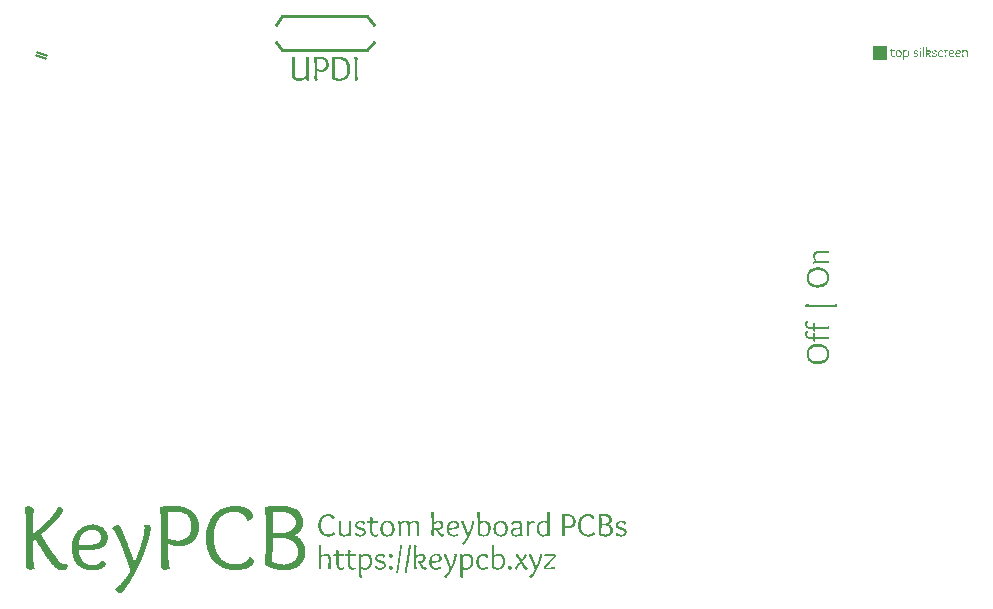
<source format=gto>
G04                                                      *
G04 Greetings!                                           *
G04 This Gerber was generated by PCBmodE, an open source *
G04 PCB design software. Get it here:                    *
G04                                                      *
G04   http://pcbmode.com                                 *
G04                                                      *
G04 Also visit                                           *
G04                                                      *
G04   http://boldport.com                                *
G04                                                      *
G04 and follow @boldport / @pcbmode for updates!         *
G04                                                      *

G04 leading zeros omitted (L); absolute data (A); 6 integer digits and 6 fractional digits *
%FSLAX66Y66*%

G04 mode (MO): millimeters (MM) *
%MOMM*%

G04 Aperture definitions *
%ADD10C,0.001X*%
%ADD11C,0.001X*%
%ADD20C,0.25X*%

%LPD*%
D20*
G01X49168774Y-2526778D02*
G01X48604330Y-3253554D01*
G01X41395669Y-3253554D01*
G01X40831225Y-2526778D01*
D20*
G01X40831225Y-1073223D02*
G01X41395669Y-0346446D01*
G01X48604330Y-0346446D01*
G01X49168774Y-1073223D01*
G36*
G01X42183838Y-3820020D02*
G01X42183838Y-3820020D01*
G01X42250660Y-3802726D01*
G01X42304179Y-3797097D01*
G01X42320068Y-3796582D01*
G01X42320068Y-3796582D01*
G01X42398926Y-3807717D01*
G01X42439736Y-3826010D01*
G01X42446777Y-3831006D01*
G01X42446777Y-3831006D01*
G01X42478359Y-3887385D01*
G01X42486738Y-3939967D01*
G01X42487061Y-3948926D01*
G01X42487061Y-3948926D01*
G01X42486559Y-3990747D01*
G01X42485181Y-4044409D01*
G01X42483120Y-4106626D01*
G01X42480568Y-4174110D01*
G01X42477717Y-4243575D01*
G01X42474759Y-4311733D01*
G01X42471886Y-4375298D01*
G01X42469291Y-4430983D01*
G01X42467166Y-4475500D01*
G01X42465703Y-4505564D01*
G01X42465095Y-4517887D01*
G01X42465088Y-4518018D01*
G01X42465088Y-4518018D01*
G01X42460225Y-4619830D01*
G01X42456139Y-4713886D01*
G01X42452761Y-4800056D01*
G01X42450024Y-4878205D01*
G01X42447861Y-4948202D01*
G01X42446205Y-5009912D01*
G01X42444987Y-5063205D01*
G01X42444140Y-5107946D01*
G01X42443598Y-5144004D01*
G01X42443291Y-5171245D01*
G01X42443153Y-5189536D01*
G01X42443117Y-5198745D01*
G01X42443115Y-5199903D01*
G01X42443115Y-5199903D01*
G01X42450457Y-5287496D01*
G01X42469219Y-5361573D01*
G01X42494507Y-5421867D01*
G01X42521426Y-5468110D01*
G01X42545082Y-5500036D01*
G01X42560581Y-5517377D01*
G01X42563965Y-5520704D01*
G01X42563965Y-5520704D01*
G01X42627989Y-5568376D01*
G01X42692892Y-5600025D01*
G01X42752825Y-5618934D01*
G01X42801937Y-5628384D01*
G01X42834375Y-5631656D01*
G01X42844483Y-5632032D01*
G01X42844483Y-5632032D01*
G01X42915301Y-5627107D01*
G01X42984202Y-5614686D01*
G01X43046794Y-5598295D01*
G01X43098685Y-5581464D01*
G01X43135483Y-5567719D01*
G01X43152796Y-5560590D01*
G01X43153565Y-5560254D01*
G01X43153565Y-5560254D01*
G01X43226724Y-5524487D01*
G01X43289462Y-5488036D01*
G01X43340806Y-5453817D01*
G01X43379784Y-5424746D01*
G01X43405424Y-5403739D01*
G01X43416754Y-5393712D01*
G01X43417236Y-5393262D01*
G01X43417236Y-5393262D01*
G01X43417947Y-5335689D01*
G01X43418700Y-5290820D01*
G01X43418701Y-5290723D01*
G01X43418701Y-5290723D01*
G01X43419358Y-5235567D01*
G01X43419782Y-5169167D01*
G01X43420024Y-5102495D01*
G01X43420134Y-5046518D01*
G01X43420165Y-5012207D01*
G01X43420166Y-5006543D01*
G01X43420166Y-4501172D01*
G01X43420166Y-4501172D01*
G01X43419793Y-4402530D01*
G01X43418759Y-4310055D01*
G01X43417189Y-4224120D01*
G01X43415210Y-4145100D01*
G01X43412947Y-4073368D01*
G01X43410527Y-4009296D01*
G01X43408075Y-3953260D01*
G01X43405718Y-3905632D01*
G01X43403581Y-3866785D01*
G01X43401791Y-3837094D01*
G01X43400473Y-3816932D01*
G01X43399754Y-3806672D01*
G01X43399658Y-3805372D01*
G01X43399658Y-3805372D01*
G01X43466702Y-3798388D01*
G01X43516267Y-3796634D01*
G01X43522705Y-3796583D01*
G01X43522705Y-3796583D01*
G01X43607391Y-3814435D01*
G01X43650879Y-3853711D01*
G01X43666901Y-3892988D01*
G01X43669190Y-3910840D01*
G01X43669190Y-3910840D01*
G01X43669190Y-3910840D01*
G01X43666611Y-3961874D01*
G01X43663437Y-4019529D01*
G01X43663330Y-4021436D01*
G01X43663330Y-4021436D01*
G01X43660542Y-4079421D01*
G01X43657897Y-4147225D01*
G01X43655541Y-4216442D01*
G01X43653616Y-4278666D01*
G01X43652268Y-4325491D01*
G01X43651639Y-4348511D01*
G01X43651611Y-4349561D01*
G01X43651611Y-4349561D01*
G01X43650024Y-4418343D01*
G01X43648752Y-4489196D01*
G01X43647762Y-4559925D01*
G01X43647018Y-4628338D01*
G01X43646484Y-4692243D01*
G01X43646127Y-4749446D01*
G01X43645910Y-4797754D01*
G01X43645799Y-4834975D01*
G01X43645758Y-4858916D01*
G01X43645752Y-4867383D01*
G01X43645752Y-4867383D01*
G01X43645752Y-4867383D01*
G01X43645953Y-4985428D01*
G01X43646504Y-5089240D01*
G01X43647328Y-5179468D01*
G01X43648349Y-5256758D01*
G01X43649490Y-5321758D01*
G01X43650673Y-5375114D01*
G01X43651822Y-5417474D01*
G01X43652860Y-5449485D01*
G01X43653710Y-5471794D01*
G01X43654295Y-5485048D01*
G01X43654538Y-5489894D01*
G01X43654541Y-5489942D01*
G01X43654541Y-5489942D01*
G01X43661345Y-5567821D01*
G01X43671411Y-5638020D01*
G01X43682665Y-5697428D01*
G01X43693035Y-5742937D01*
G01X43700449Y-5771438D01*
G01X43702881Y-5779981D01*
G01X43702881Y-5779981D01*
G01X43638803Y-5796982D01*
G01X43581239Y-5802786D01*
G01X43560791Y-5803418D01*
G01X43560791Y-5803418D01*
G01X43482902Y-5789730D01*
G01X43448982Y-5769260D01*
G01X43445801Y-5766065D01*
G01X43445801Y-5766065D01*
G01X43422956Y-5710079D01*
G01X43415157Y-5649329D01*
G01X43414307Y-5626172D01*
G01X43414307Y-5593946D01*
G01X43414307Y-5593946D01*
G01X43357767Y-5637384D01*
G01X43299161Y-5675078D01*
G01X43242849Y-5706522D01*
G01X43193191Y-5731213D01*
G01X43154549Y-5748647D01*
G01X43131281Y-5758319D01*
G01X43126465Y-5760206D01*
G01X43126465Y-5760206D01*
G01X43048503Y-5786159D01*
G01X42977494Y-5803890D01*
G01X42916228Y-5814967D01*
G01X42867494Y-5820953D01*
G01X42834082Y-5823417D01*
G01X42818783Y-5823922D01*
G01X42818115Y-5823926D01*
G01X42818115Y-5823926D01*
G01X42729212Y-5819442D01*
G01X42649326Y-5807410D01*
G01X42578810Y-5789958D01*
G01X42518014Y-5769215D01*
G01X42467289Y-5747312D01*
G01X42426986Y-5726376D01*
G01X42397456Y-5708537D01*
G01X42379050Y-5695923D01*
G01X42372119Y-5690665D01*
G01X42372070Y-5690625D01*
G01X42372070Y-5690625D01*
G01X42327808Y-5645026D01*
G01X42292365Y-5590383D01*
G01X42264763Y-5529957D01*
G01X42244020Y-5467008D01*
G01X42229157Y-5404798D01*
G01X42219193Y-5346586D01*
G01X42213150Y-5295635D01*
G01X42210047Y-5255204D01*
G01X42208904Y-5228554D01*
G01X42208740Y-5218946D01*
G01X42208740Y-5218946D01*
G01X42208740Y-5218946D01*
G01X42209184Y-5156453D01*
G01X42210374Y-5088242D01*
G01X42212100Y-5017740D01*
G01X42214151Y-4948375D01*
G01X42216318Y-4883574D01*
G01X42218388Y-4826765D01*
G01X42220152Y-4781376D01*
G01X42221400Y-4750835D01*
G01X42221920Y-4738568D01*
G01X42221924Y-4738477D01*
G01X42221924Y-4738477D01*
G01X42226123Y-4636187D01*
G01X42229320Y-4547525D01*
G01X42231652Y-4472324D01*
G01X42233254Y-4410417D01*
G01X42234264Y-4361637D01*
G01X42234818Y-4325817D01*
G01X42235054Y-4302791D01*
G01X42235107Y-4292390D01*
G01X42235108Y-4291700D01*
G01X42235108Y-4291700D01*
G01X42233383Y-4201168D01*
G01X42228755Y-4118558D01*
G01X42222043Y-4044560D01*
G01X42214065Y-3979864D01*
G01X42205640Y-3925161D01*
G01X42197588Y-3881140D01*
G01X42190727Y-3848492D01*
G01X42185876Y-3827907D01*
G01X42183853Y-3820076D01*
G01X42183838Y-3820020D01*
G37*
G36*
G01X44096924Y-3811231D02*
G01X44096924Y-3811231D01*
G01X44173605Y-3800033D01*
G01X44248164Y-3791507D01*
G01X44318355Y-3785291D01*
G01X44381929Y-3781018D01*
G01X44436639Y-3778325D01*
G01X44480236Y-3776846D01*
G01X44510474Y-3776219D01*
G01X44525103Y-3776077D01*
G01X44526123Y-3776075D01*
G01X44543701Y-3776075D01*
G01X44543701Y-3776075D01*
G01X44658400Y-3780769D01*
G01X44761639Y-3794204D01*
G01X44854022Y-3815408D01*
G01X44936151Y-3843411D01*
G01X45008629Y-3877240D01*
G01X45072060Y-3915926D01*
G01X45127047Y-3958497D01*
G01X45174193Y-4003981D01*
G01X45214102Y-4051407D01*
G01X45247376Y-4099805D01*
G01X45274618Y-4148203D01*
G01X45296432Y-4195629D01*
G01X45313420Y-4241114D01*
G01X45326187Y-4283684D01*
G01X45335335Y-4322370D01*
G01X45341467Y-4356200D01*
G01X45345186Y-4384202D01*
G01X45347096Y-4405407D01*
G01X45347800Y-4418842D01*
G01X45347901Y-4423536D01*
G01X45347901Y-4423536D01*
G01X45347901Y-4423536D01*
G01X45342651Y-4512705D01*
G01X45328401Y-4592936D01*
G01X45307401Y-4664123D01*
G01X45281901Y-4726161D01*
G01X45254151Y-4778943D01*
G01X45226401Y-4822366D01*
G01X45200901Y-4856322D01*
G01X45179901Y-4880707D01*
G01X45165651Y-4895416D01*
G01X45160401Y-4900342D01*
G01X45160401Y-4900342D01*
G01X45160401Y-4900342D01*
G01X45096607Y-4948962D01*
G01X45030661Y-4986933D01*
G01X44965089Y-5015573D01*
G01X44902419Y-5036197D01*
G01X44845176Y-5050120D01*
G01X44795889Y-5058660D01*
G01X44757083Y-5063132D01*
G01X44731285Y-5064852D01*
G01X44721023Y-5065137D01*
G01X44720947Y-5065137D01*
G01X44720947Y-5065137D01*
G01X44635757Y-5060061D01*
G01X44559522Y-5046923D01*
G01X44493615Y-5028858D01*
G01X44439412Y-5009002D01*
G01X44398288Y-4990489D01*
G01X44371616Y-4976455D01*
G01X44360773Y-4970035D01*
G01X44360596Y-4969922D01*
G01X44360596Y-5185254D01*
G01X44360596Y-5185254D01*
G01X44361901Y-5289235D01*
G01X44365482Y-5382923D01*
G01X44370841Y-5466423D01*
G01X44377477Y-5539837D01*
G01X44384890Y-5603267D01*
G01X44392581Y-5656815D01*
G01X44400049Y-5700584D01*
G01X44406796Y-5734677D01*
G01X44412321Y-5759197D01*
G01X44416125Y-5774245D01*
G01X44417708Y-5779924D01*
G01X44417725Y-5779981D01*
G01X44417725Y-5779981D01*
G01X44354060Y-5796982D01*
G01X44297231Y-5802786D01*
G01X44277100Y-5803418D01*
G01X44277100Y-5803418D01*
G01X44198772Y-5789754D01*
G01X44164459Y-5768637D01*
G01X44160645Y-5764600D01*
G01X44160645Y-5764600D01*
G01X44138124Y-5706482D01*
G01X44131143Y-5648431D01*
G01X44130615Y-5632032D01*
G01X44130615Y-5632032D01*
G01X44130978Y-5583309D01*
G01X44131818Y-5514925D01*
G01X44132759Y-5447842D01*
G01X44133429Y-5403024D01*
G01X44133545Y-5395459D01*
G01X44133545Y-5395459D01*
G01X44134859Y-5301991D01*
G01X44135707Y-5225406D01*
G01X44136190Y-5166500D01*
G01X44136410Y-5126066D01*
G01X44136472Y-5104900D01*
G01X44136475Y-5101758D01*
G01X44136475Y-4501172D01*
G01X44136475Y-4501172D01*
G01X44135756Y-4404422D01*
G01X44133761Y-4313433D01*
G01X44130734Y-4228626D01*
G01X44126917Y-4150418D01*
G01X44122553Y-4079227D01*
G01X44117885Y-4015473D01*
G01X44113157Y-3959573D01*
G01X44108611Y-3911947D01*
G01X44104490Y-3873012D01*
G01X44101037Y-3843188D01*
G01X44098496Y-3822892D01*
G01X44097109Y-3812544D01*
G01X44096924Y-3811231D01*
G37*
%LPC*%
G36*
G01X44348877Y-3970899D02*
G01X44348877Y-3970899D01*
G01X44351765Y-4023860D01*
G01X44354134Y-4086567D01*
G01X44356037Y-4155949D01*
G01X44357524Y-4228940D01*
G01X44358646Y-4302468D01*
G01X44359455Y-4373465D01*
G01X44360002Y-4438863D01*
G01X44360339Y-4495592D01*
G01X44360515Y-4540582D01*
G01X44360584Y-4570766D01*
G01X44360596Y-4583073D01*
G01X44360596Y-4583204D01*
G01X44360596Y-4807325D01*
G01X44360596Y-4807325D01*
G01X44430000Y-4839315D01*
G01X44499708Y-4860554D01*
G01X44563676Y-4873243D01*
G01X44615859Y-4879584D01*
G01X44650210Y-4881780D01*
G01X44660889Y-4882032D01*
G01X44660889Y-4882032D01*
G01X44746488Y-4874868D01*
G01X44819659Y-4856561D01*
G01X44879837Y-4831886D01*
G01X44926459Y-4805620D01*
G01X44958962Y-4782537D01*
G01X44976781Y-4767414D01*
G01X44980225Y-4764112D01*
G01X44980225Y-4764112D01*
G01X45024879Y-4706329D01*
G01X45056255Y-4642974D01*
G01X45076694Y-4579847D01*
G01X45088541Y-4522747D01*
G01X45094139Y-4477472D01*
G01X45095832Y-4449822D01*
G01X45095947Y-4444043D01*
G01X45095947Y-4444043D01*
G01X45089978Y-4345148D01*
G01X45074337Y-4262689D01*
G01X45052421Y-4195796D01*
G01X45027629Y-4143600D01*
G01X45003360Y-4105233D01*
G01X44983013Y-4079826D01*
G01X44969986Y-4066510D01*
G01X44967041Y-4063916D01*
G01X44967041Y-4063916D01*
G01X44915152Y-4030555D01*
G01X44855173Y-4005157D01*
G01X44791418Y-3986636D01*
G01X44728199Y-3973907D01*
G01X44669830Y-3965883D01*
G01X44620624Y-3961479D01*
G01X44584895Y-3959609D01*
G01X44566955Y-3959187D01*
G01X44565674Y-3959180D01*
G01X44565674Y-3959180D01*
G01X44501919Y-3960881D01*
G01X44433546Y-3964688D01*
G01X44377202Y-3968657D01*
G01X44349532Y-3970844D01*
G01X44348877Y-3970899D01*
G37*
%LPD*%
G36*
G01X45608643Y-5634961D02*
G01X45608643Y-5634961D01*
G01X45614744Y-5590770D01*
G01X45620319Y-5540535D01*
G01X45625391Y-5485153D01*
G01X45629983Y-5425524D01*
G01X45634117Y-5362546D01*
G01X45637818Y-5297119D01*
G01X45641108Y-5230140D01*
G01X45644010Y-5162508D01*
G01X45646547Y-5095123D01*
G01X45648743Y-5028882D01*
G01X45650620Y-4964685D01*
G01X45652201Y-4903430D01*
G01X45653510Y-4846016D01*
G01X45654570Y-4793341D01*
G01X45655403Y-4746305D01*
G01X45656033Y-4705805D01*
G01X45656483Y-4672741D01*
G01X45656776Y-4648011D01*
G01X45656935Y-4632514D01*
G01X45656983Y-4627149D01*
G01X45656983Y-4627149D01*
G01X45656983Y-4627149D01*
G01X45656428Y-4520466D01*
G01X45654874Y-4420751D01*
G01X45652483Y-4328125D01*
G01X45649417Y-4242708D01*
G01X45645839Y-4164621D01*
G01X45641913Y-4093984D01*
G01X45637800Y-4030919D01*
G01X45633665Y-3975545D01*
G01X45629669Y-3927984D01*
G01X45625975Y-3888355D01*
G01X45622746Y-3856780D01*
G01X45620145Y-3833378D01*
G01X45618335Y-3818272D01*
G01X45617479Y-3811580D01*
G01X45617432Y-3811231D01*
G01X45617432Y-3811231D01*
G01X45683260Y-3800033D01*
G01X45753741Y-3791507D01*
G01X45825047Y-3785291D01*
G01X45893352Y-3781018D01*
G01X45954826Y-3778325D01*
G01X46005645Y-3776846D01*
G01X46041979Y-3776219D01*
G01X46060002Y-3776077D01*
G01X46061279Y-3776075D01*
G01X46083252Y-3776075D01*
G01X46083252Y-3776075D01*
G01X46165272Y-3778083D01*
G01X46241639Y-3783410D01*
G01X46310942Y-3791008D01*
G01X46371767Y-3799828D01*
G01X46422703Y-3808823D01*
G01X46462337Y-3816944D01*
G01X46489257Y-3823145D01*
G01X46502049Y-3826376D01*
G01X46502930Y-3826612D01*
G01X46502930Y-3826612D01*
G01X46578609Y-3851018D01*
G01X46648632Y-3879863D01*
G01X46710962Y-3910265D01*
G01X46763560Y-3939343D01*
G01X46804390Y-3964214D01*
G01X46831412Y-3981996D01*
G01X46842589Y-3989808D01*
G01X46842774Y-3989942D01*
G01X46842774Y-3989942D01*
G01X46899517Y-4037889D01*
G01X46949057Y-4091164D01*
G01X46991172Y-4145885D01*
G01X47025640Y-4198173D01*
G01X47052238Y-4244144D01*
G01X47070745Y-4279919D01*
G01X47080938Y-4301615D01*
G01X47083008Y-4306348D01*
G01X47083008Y-4306348D01*
G01X47108290Y-4376029D01*
G01X47128035Y-4448729D01*
G01X47142928Y-4521512D01*
G01X47153652Y-4591441D01*
G01X47160892Y-4655581D01*
G01X47165333Y-4710996D01*
G01X47167659Y-4754748D01*
G01X47168553Y-4783901D01*
G01X47168701Y-4795521D01*
G01X47168701Y-4795606D01*
G01X47168701Y-4795606D01*
G01X47165335Y-4887642D01*
G01X47155894Y-4974698D01*
G01X47141368Y-5056507D01*
G01X47122745Y-5132804D01*
G01X47101015Y-5203324D01*
G01X47077166Y-5267803D01*
G01X47052187Y-5325973D01*
G01X47027067Y-5377571D01*
G01X47002794Y-5422331D01*
G01X46980358Y-5459987D01*
G01X46960746Y-5490275D01*
G01X46944949Y-5512929D01*
G01X46933954Y-5527683D01*
G01X46928751Y-5534273D01*
G01X46928467Y-5534620D01*
G01X46928467Y-5534620D01*
G01X46875247Y-5591220D01*
G01X46817373Y-5639911D01*
G01X46756177Y-5681287D01*
G01X46692993Y-5715943D01*
G01X46629153Y-5744475D01*
G01X46565989Y-5767479D01*
G01X46504833Y-5785549D01*
G01X46447018Y-5799282D01*
G01X46393877Y-5809272D01*
G01X46346742Y-5816115D01*
G01X46306946Y-5820406D01*
G01X46275820Y-5822741D01*
G01X46254698Y-5823715D01*
G01X46244912Y-5823924D01*
G01X46244385Y-5823926D01*
G01X46244385Y-5823926D01*
G01X46150107Y-5820492D01*
G01X46062845Y-5810962D01*
G01X45982752Y-5796498D01*
G01X45909979Y-5778260D01*
G01X45844682Y-5757411D01*
G01X45787012Y-5735110D01*
G01X45737122Y-5712519D01*
G01X45695166Y-5690798D01*
G01X45661296Y-5671110D01*
G01X45635666Y-5654614D01*
G01X45618429Y-5642472D01*
G01X45609736Y-5635844D01*
G01X45608643Y-5634961D01*
G37*
%LPC*%
G36*
G01X45840088Y-5533887D02*
G01X45840088Y-5533887D01*
G01X45901253Y-5568415D01*
G01X45965542Y-5594701D01*
G01X46029750Y-5613870D01*
G01X46090672Y-5627044D01*
G01X46145104Y-5635348D01*
G01X46189841Y-5639906D01*
G01X46221679Y-5641842D01*
G01X46237413Y-5642279D01*
G01X46238526Y-5642286D01*
G01X46238526Y-5642286D01*
G01X46319852Y-5637881D01*
G01X46392576Y-5626624D01*
G01X46454918Y-5611451D01*
G01X46505098Y-5595299D01*
G01X46541336Y-5581106D01*
G01X46561853Y-5571806D01*
G01X46565918Y-5569776D01*
G01X46565918Y-5569776D01*
G01X46634286Y-5526846D01*
G01X46689700Y-5480348D01*
G01X46731878Y-5436254D01*
G01X46760538Y-5400534D01*
G01X46775399Y-5379161D01*
G01X46777588Y-5375684D01*
G01X46777588Y-5375684D01*
G01X46815024Y-5306523D01*
G01X46844035Y-5241383D01*
G01X46864925Y-5185869D01*
G01X46877993Y-5145588D01*
G01X46883541Y-5126146D01*
G01X46883789Y-5125196D01*
G01X46883789Y-5125196D01*
G01X46899232Y-5051495D01*
G01X46908893Y-4981526D01*
G01X46914128Y-4921557D01*
G01X46916293Y-4877859D01*
G01X46916744Y-4856700D01*
G01X46916748Y-4855665D01*
G01X46916748Y-4855665D01*
G01X46913638Y-4765105D01*
G01X46904917Y-4681075D01*
G01X46891498Y-4603582D01*
G01X46874295Y-4532632D01*
G01X46854221Y-4468231D01*
G01X46832190Y-4410384D01*
G01X46809115Y-4359098D01*
G01X46785909Y-4314379D01*
G01X46763486Y-4276233D01*
G01X46742760Y-4244665D01*
G01X46724643Y-4219682D01*
G01X46710050Y-4201290D01*
G01X46699894Y-4189495D01*
G01X46695087Y-4184303D01*
G01X46694824Y-4184034D01*
G01X46694824Y-4184034D01*
G01X46638228Y-4134271D01*
G01X46576195Y-4092452D01*
G01X46510572Y-4057885D01*
G01X46443206Y-4029881D01*
G01X46375945Y-4007749D01*
G01X46310636Y-3990796D01*
G01X46249126Y-3978334D01*
G01X46193263Y-3969671D01*
G01X46144893Y-3964116D01*
G01X46105863Y-3960979D01*
G01X46078022Y-3959569D01*
G01X46063217Y-3959195D01*
G01X46061279Y-3959180D01*
G01X46061279Y-3959180D01*
G01X45998413Y-3961282D01*
G01X45931247Y-3965741D01*
G01X45881752Y-3969791D01*
G01X45869385Y-3970899D01*
G01X45869385Y-3970899D01*
G01X45872892Y-4041345D01*
G01X45875724Y-4114456D01*
G01X45877952Y-4187364D01*
G01X45879647Y-4257205D01*
G01X45880878Y-4321111D01*
G01X45881715Y-4376217D01*
G01X45882229Y-4419656D01*
G01X45882490Y-4448564D01*
G01X45882568Y-4460072D01*
G01X45882568Y-4460157D01*
G01X45882568Y-4460157D01*
G01X45882260Y-4558169D01*
G01X45881379Y-4652182D01*
G01X45879988Y-4742083D01*
G01X45878150Y-4827762D01*
G01X45875931Y-4909108D01*
G01X45873393Y-4986011D01*
G01X45870600Y-5058358D01*
G01X45867615Y-5126040D01*
G01X45864504Y-5188944D01*
G01X45861328Y-5246961D01*
G01X45858153Y-5299979D01*
G01X45855041Y-5347887D01*
G01X45852057Y-5390575D01*
G01X45849264Y-5427931D01*
G01X45846726Y-5459844D01*
G01X45844506Y-5486204D01*
G01X45842669Y-5506899D01*
G01X45841277Y-5521818D01*
G01X45840396Y-5530851D01*
G01X45840088Y-5533887D01*
G01X45840088Y-5533887D01*
G37*
%LPD*%
G36*
G01X47512940Y-3805372D02*
G01X47512940Y-3805372D01*
G01X47579983Y-3798388D01*
G01X47629548Y-3796634D01*
G01X47635986Y-3796582D01*
G01X47635986Y-3796582D01*
G01X47720673Y-3814435D01*
G01X47764160Y-3853711D01*
G01X47780182Y-3892988D01*
G01X47782471Y-3910840D01*
G01X47782471Y-3910840D01*
G01X47782471Y-3910840D01*
G01X47780238Y-3964338D01*
G01X47777013Y-4024533D01*
G01X47776611Y-4031690D01*
G01X47776611Y-4031690D01*
G01X47773143Y-4098159D01*
G01X47769955Y-4167053D01*
G01X47767330Y-4228495D01*
G01X47765549Y-4272604D01*
G01X47764893Y-4289502D01*
G01X47764893Y-4289502D01*
G01X47764893Y-4289502D01*
G01X47762264Y-4370738D01*
G01X47760569Y-4444652D01*
G01X47759604Y-4506913D01*
G01X47759162Y-4553190D01*
G01X47759039Y-4579153D01*
G01X47759033Y-4583204D01*
G01X47759033Y-5185254D01*
G01X47759033Y-5185254D01*
G01X47760338Y-5289235D01*
G01X47763920Y-5382923D01*
G01X47769278Y-5466423D01*
G01X47775914Y-5539837D01*
G01X47783327Y-5603267D01*
G01X47791018Y-5656815D01*
G01X47798487Y-5700584D01*
G01X47805234Y-5734677D01*
G01X47810759Y-5759197D01*
G01X47814563Y-5774245D01*
G01X47816145Y-5779924D01*
G01X47816162Y-5779981D01*
G01X47816162Y-5779981D01*
G01X47752291Y-5796982D01*
G01X47695094Y-5802786D01*
G01X47674805Y-5803418D01*
G01X47674805Y-5803418D01*
G01X47595902Y-5789754D01*
G01X47561438Y-5768637D01*
G01X47557617Y-5764600D01*
G01X47557617Y-5764600D01*
G01X47535097Y-5706482D01*
G01X47528116Y-5648431D01*
G01X47527588Y-5632032D01*
G01X47527588Y-5632032D01*
G01X47528042Y-5583309D01*
G01X47529091Y-5514925D01*
G01X47530268Y-5447842D01*
G01X47531105Y-5403024D01*
G01X47531250Y-5395459D01*
G01X47531250Y-5395459D01*
G01X47532893Y-5301991D01*
G01X47533952Y-5225406D01*
G01X47534556Y-5166500D01*
G01X47534832Y-5126066D01*
G01X47534909Y-5104900D01*
G01X47534912Y-5101758D01*
G01X47534912Y-4501172D01*
G01X47534912Y-4501172D01*
G01X47534513Y-4402530D01*
G01X47533405Y-4310055D01*
G01X47531723Y-4224120D01*
G01X47529602Y-4145100D01*
G01X47527178Y-4073368D01*
G01X47524585Y-4009296D01*
G01X47521958Y-3953260D01*
G01X47519432Y-3905632D01*
G01X47517143Y-3866785D01*
G01X47515225Y-3837094D01*
G01X47513813Y-3816932D01*
G01X47513042Y-3806672D01*
G01X47512940Y-3805372D01*
G37*
G36*
G01X20548965Y-3477307D02*
G01X20607108Y-3317559D01*
G01X21546801Y-3659579D01*
G01X21488657Y-3819327D01*
G01X20548965Y-3477307D01*
G37*
G36*
G01X20453199Y-3740421D02*
G01X20511343Y-3580673D01*
G01X21451035Y-3922693D01*
G01X21392892Y-4082441D01*
G01X20453199Y-3740421D01*
G37*
G36*
G01X19632812Y-41882812D02*
G01X19632812Y-41882812D01*
G01X19718569Y-41871830D01*
G01X19791440Y-41864960D01*
G01X19848692Y-41861238D01*
G01X19887593Y-41859699D01*
G01X19905408Y-41859377D01*
G01X19906250Y-41859375D01*
G01X19906250Y-41859375D01*
G01X20015987Y-41866245D01*
G01X20106031Y-41885102D01*
G01X20178328Y-41913315D01*
G01X20234826Y-41948252D01*
G01X20277473Y-41987282D01*
G01X20308217Y-42027774D01*
G01X20329006Y-42067096D01*
G01X20341787Y-42102618D01*
G01X20348508Y-42131707D01*
G01X20351117Y-42151734D01*
G01X20351562Y-42160066D01*
G01X20351562Y-42160156D01*
G01X20351562Y-42160156D01*
G01X20350613Y-42195246D01*
G01X20348187Y-42254199D01*
G01X20344917Y-42325544D01*
G01X20341437Y-42397812D01*
G01X20338378Y-42459533D01*
G01X20336375Y-42499238D01*
G01X20335937Y-42507812D01*
G01X20335937Y-42507812D01*
G01X20332661Y-42574018D01*
G01X20329417Y-42643795D01*
G01X20326238Y-42715832D01*
G01X20323155Y-42788819D01*
G01X20320201Y-42861445D01*
G01X20317407Y-42932400D01*
G01X20314807Y-43000374D01*
G01X20312431Y-43064056D01*
G01X20310313Y-43122137D01*
G01X20308484Y-43173304D01*
G01X20306977Y-43216249D01*
G01X20305823Y-43249661D01*
G01X20305055Y-43272229D01*
G01X20304706Y-43282643D01*
G01X20304687Y-43283203D01*
G01X20304687Y-43283203D01*
G01X20302040Y-43367524D01*
G01X20299710Y-43450678D01*
G01X20297677Y-43532131D01*
G01X20295921Y-43611349D01*
G01X20294421Y-43687798D01*
G01X20293158Y-43760944D01*
G01X20292111Y-43830252D01*
G01X20291259Y-43895189D01*
G01X20290583Y-43955220D01*
G01X20290062Y-44009812D01*
G01X20289676Y-44058430D01*
G01X20289405Y-44100540D01*
G01X20289228Y-44135608D01*
G01X20289126Y-44163100D01*
G01X20289078Y-44182482D01*
G01X20289063Y-44193220D01*
G01X20289062Y-44195312D01*
G01X20289062Y-44195312D01*
G01X20350836Y-44145446D01*
G01X20412340Y-44095075D01*
G01X20473472Y-44044326D01*
G01X20534132Y-43993325D01*
G01X20594218Y-43942200D01*
G01X20653630Y-43891079D01*
G01X20712264Y-43840087D01*
G01X20770022Y-43789354D01*
G01X20826801Y-43739005D01*
G01X20882500Y-43689167D01*
G01X20937017Y-43639970D01*
G01X20990252Y-43591538D01*
G01X21042103Y-43544000D01*
G01X21092469Y-43497483D01*
G01X21141250Y-43452113D01*
G01X21188342Y-43408019D01*
G01X21233646Y-43365327D01*
G01X21277060Y-43324165D01*
G01X21318482Y-43284659D01*
G01X21357812Y-43246937D01*
G01X21394948Y-43211126D01*
G01X21429789Y-43177354D01*
G01X21462235Y-43145747D01*
G01X21492182Y-43116433D01*
G01X21519531Y-43089538D01*
G01X21544179Y-43065191D01*
G01X21566027Y-43043518D01*
G01X21584972Y-43024646D01*
G01X21600913Y-43008703D01*
G01X21613750Y-42995816D01*
G01X21623379Y-42986112D01*
G01X21629702Y-42979718D01*
G01X21632616Y-42976762D01*
G01X21632812Y-42976562D01*
G01X21632812Y-42976562D01*
G01X21709129Y-42897544D01*
G01X21780675Y-42820852D01*
G01X21847590Y-42746563D01*
G01X21910016Y-42674753D01*
G01X21968093Y-42605500D01*
G01X22021963Y-42538879D01*
G01X22071766Y-42474967D01*
G01X22117644Y-42413840D01*
G01X22159737Y-42355576D01*
G01X22198187Y-42300250D01*
G01X22233134Y-42247939D01*
G01X22264720Y-42198719D01*
G01X22293085Y-42152668D01*
G01X22318371Y-42109861D01*
G01X22340718Y-42070375D01*
G01X22360268Y-42034286D01*
G01X22377161Y-42001672D01*
G01X22391539Y-41972608D01*
G01X22403542Y-41947171D01*
G01X22413312Y-41925437D01*
G01X22420989Y-41907484D01*
G01X22426715Y-41893387D01*
G01X22430630Y-41883223D01*
G01X22432876Y-41877068D01*
G01X22433593Y-41875000D01*
G01X22433593Y-41875000D01*
G01X22433593Y-41875000D01*
G01X22545804Y-41900562D01*
G01X22635656Y-41933484D01*
G01X22705632Y-41971398D01*
G01X22758218Y-42011937D01*
G01X22795898Y-42052734D01*
G01X22821156Y-42091421D01*
G01X22836476Y-42125632D01*
G01X22844343Y-42153000D01*
G01X22847242Y-42171156D01*
G01X22847656Y-42177734D01*
G01X22847656Y-42177734D01*
G01X22847656Y-42177734D01*
G01X22843606Y-42215174D01*
G01X22832015Y-42257291D01*
G01X22813721Y-42303371D01*
G01X22789562Y-42352703D01*
G01X22760375Y-42404571D01*
G01X22727000Y-42458263D01*
G01X22690272Y-42513066D01*
G01X22651031Y-42568265D01*
G01X22610114Y-42623148D01*
G01X22568359Y-42677001D01*
G01X22526604Y-42729112D01*
G01X22485687Y-42778765D01*
G01X22446446Y-42825249D01*
G01X22409718Y-42867849D01*
G01X22376342Y-42905853D01*
G01X22347156Y-42938546D01*
G01X22322997Y-42965217D01*
G01X22304703Y-42985150D01*
G01X22293112Y-42997633D01*
G01X22289062Y-43001953D01*
G01X22289062Y-43001953D01*
G01X22289062Y-43001953D01*
G01X22238287Y-43055307D01*
G01X22186611Y-43108773D01*
G01X22134188Y-43162243D01*
G01X22081171Y-43215607D01*
G01X22027715Y-43268756D01*
G01X21973973Y-43321580D01*
G01X21920099Y-43373971D01*
G01X21866246Y-43425819D01*
G01X21812570Y-43477015D01*
G01X21759222Y-43527451D01*
G01X21706358Y-43577016D01*
G01X21654130Y-43625602D01*
G01X21602693Y-43673100D01*
G01X21552200Y-43719400D01*
G01X21502806Y-43764393D01*
G01X21454663Y-43807970D01*
G01X21407926Y-43850022D01*
G01X21362749Y-43890440D01*
G01X21319284Y-43929115D01*
G01X21277687Y-43965937D01*
G01X21238111Y-44000797D01*
G01X21200709Y-44033587D01*
G01X21165635Y-44064196D01*
G01X21133043Y-44092516D01*
G01X21103088Y-44118438D01*
G01X21075922Y-44141853D01*
G01X21051699Y-44162650D01*
G01X21030574Y-44180722D01*
G01X21012700Y-44195959D01*
G01X20998230Y-44208251D01*
G01X20987319Y-44217491D01*
G01X20980120Y-44223568D01*
G01X20976787Y-44226373D01*
G01X20976562Y-44226562D01*
G01X20976562Y-44226562D01*
G01X21029393Y-44314458D01*
G01X21081470Y-44400492D01*
G01X21132780Y-44484667D01*
G01X21183311Y-44566988D01*
G01X21233050Y-44647457D01*
G01X21281984Y-44726078D01*
G01X21330099Y-44802855D01*
G01X21377383Y-44877791D01*
G01X21423823Y-44950890D01*
G01X21469406Y-45022156D01*
G01X21514119Y-45091591D01*
G01X21557948Y-45159201D01*
G01X21600883Y-45224987D01*
G01X21642908Y-45288954D01*
G01X21684011Y-45351105D01*
G01X21724180Y-45411444D01*
G01X21763401Y-45469974D01*
G01X21801662Y-45526700D01*
G01X21838949Y-45581624D01*
G01X21875249Y-45634750D01*
G01X21910551Y-45686081D01*
G01X21944840Y-45735622D01*
G01X21978103Y-45783375D01*
G01X22010329Y-45829345D01*
G01X22041503Y-45873535D01*
G01X22071614Y-45915948D01*
G01X22100647Y-45956588D01*
G01X22128591Y-45995459D01*
G01X22155431Y-46032563D01*
G01X22181156Y-46067906D01*
G01X22205752Y-46101489D01*
G01X22229206Y-46133318D01*
G01X22251506Y-46163395D01*
G01X22272638Y-46191724D01*
G01X22292589Y-46218308D01*
G01X22311348Y-46243152D01*
G01X22328899Y-46266258D01*
G01X22345232Y-46287630D01*
G01X22360332Y-46307272D01*
G01X22374187Y-46325187D01*
G01X22386784Y-46341379D01*
G01X22398110Y-46355852D01*
G01X22408152Y-46368608D01*
G01X22416897Y-46379653D01*
G01X22424332Y-46388988D01*
G01X22430444Y-46396618D01*
G01X22435220Y-46402546D01*
G01X22438648Y-46406776D01*
G01X22440714Y-46409311D01*
G01X22441406Y-46410156D01*
G01X22441406Y-46410156D01*
G01X22441406Y-46410156D01*
G01X22499495Y-46480318D01*
G01X22544358Y-46531627D01*
G01X22575244Y-46565081D01*
G01X22591407Y-46581679D01*
G01X22593750Y-46583984D01*
G01X22593750Y-46583984D01*
G01X22643066Y-46623016D01*
G01X22698242Y-46657470D01*
G01X22743164Y-46682037D01*
G01X22761718Y-46691406D01*
G01X22761718Y-46691406D01*
G01X22761718Y-46691406D01*
G01X22830812Y-46718093D01*
G01X22897281Y-46734281D01*
G01X22953812Y-46742593D01*
G01X22993093Y-46745656D01*
G01X23007812Y-46746093D01*
G01X23007812Y-46746093D01*
G01X23007812Y-46746093D01*
G01X23083590Y-46741890D01*
G01X23146264Y-46732971D01*
G01X23186145Y-46724873D01*
G01X23195312Y-46722656D01*
G01X23195312Y-46722656D01*
G01X23213378Y-46801574D01*
G01X23222656Y-46864746D01*
G01X23226074Y-46906677D01*
G01X23226562Y-46921875D01*
G01X23226562Y-46921875D01*
G01X23226562Y-46921875D01*
G01X23216052Y-47000557D01*
G01X23189895Y-47065125D01*
G01X23156152Y-47115345D01*
G01X23122883Y-47150990D01*
G01X23098149Y-47171828D01*
G01X23089843Y-47177734D01*
G01X23089843Y-47177734D01*
G01X23024984Y-47211649D01*
G01X22956988Y-47235478D01*
G01X22891153Y-47251002D01*
G01X22832781Y-47260000D01*
G01X22787170Y-47264251D01*
G01X22759621Y-47265537D01*
G01X22753906Y-47265625D01*
G01X22753906Y-47265625D01*
G01X22691781Y-47261413D01*
G01X22629508Y-47249479D01*
G01X22567612Y-47230876D01*
G01X22506622Y-47206657D01*
G01X22447062Y-47177875D01*
G01X22389460Y-47145583D01*
G01X22334342Y-47110834D01*
G01X22282234Y-47074681D01*
G01X22233663Y-47038177D01*
G01X22189156Y-47002375D01*
G01X22149238Y-46968328D01*
G01X22114438Y-46937089D01*
G01X22085280Y-46909711D01*
G01X22062292Y-46887247D01*
G01X22046000Y-46870750D01*
G01X22036930Y-46861273D01*
G01X22035156Y-46859375D01*
G01X22035156Y-46859375D01*
G01X21992029Y-46811263D01*
G01X21947615Y-46759708D01*
G01X21902802Y-46706064D01*
G01X21858478Y-46651689D01*
G01X21815531Y-46597937D01*
G01X21774849Y-46546166D01*
G01X21737320Y-46497730D01*
G01X21703832Y-46453987D01*
G01X21675273Y-46416291D01*
G01X21652531Y-46386000D01*
G01X21636494Y-46364468D01*
G01X21628050Y-46353053D01*
G01X21626953Y-46351562D01*
G01X21626953Y-46351562D01*
G01X21572604Y-46277171D01*
G01X21521300Y-46206209D01*
G01X21473311Y-46139180D01*
G01X21428908Y-46076588D01*
G01X21388359Y-46018937D01*
G01X21351935Y-45966731D01*
G01X21319906Y-45920474D01*
G01X21292543Y-45880670D01*
G01X21270114Y-45847823D01*
G01X21252890Y-45822437D01*
G01X21241141Y-45805016D01*
G01X21235138Y-45796064D01*
G01X21234374Y-45794921D01*
G01X21234374Y-45794921D01*
G01X21199455Y-45742310D01*
G01X21162446Y-45686144D01*
G01X21124070Y-45627576D01*
G01X21085051Y-45567761D01*
G01X21046113Y-45507851D01*
G01X21007978Y-45449001D01*
G01X20971371Y-45392364D01*
G01X20937014Y-45339094D01*
G01X20905633Y-45290343D01*
G01X20877949Y-45247267D01*
G01X20854686Y-45211018D01*
G01X20836569Y-45182750D01*
G01X20824320Y-45163617D01*
G01X20818663Y-45154772D01*
G01X20818359Y-45154296D01*
G01X20818359Y-45154296D01*
G01X20753434Y-45052952D01*
G01X20696556Y-44964645D01*
G01X20647322Y-44888649D01*
G01X20605332Y-44824238D01*
G01X20570184Y-44770687D01*
G01X20541477Y-44727268D01*
G01X20518808Y-44693256D01*
G01X20501777Y-44667925D01*
G01X20489982Y-44650548D01*
G01X20483021Y-44640400D01*
G01X20480493Y-44636754D01*
G01X20480468Y-44636718D01*
G01X20480468Y-44636718D01*
G01X20404935Y-44694631D01*
G01X20349588Y-44736493D01*
G01X20312907Y-44763822D01*
G01X20293374Y-44778138D01*
G01X20289062Y-44781250D01*
G01X20289062Y-45562500D01*
G01X20289062Y-45562500D01*
G01X20289774Y-45689141D01*
G01X20291831Y-45810332D01*
G01X20295117Y-45926095D01*
G01X20299514Y-46036456D01*
G01X20304906Y-46141437D01*
G01X20311175Y-46241064D01*
G01X20318205Y-46335359D01*
G01X20325878Y-46424348D01*
G01X20334078Y-46508053D01*
G01X20342687Y-46586500D01*
G01X20351589Y-46659711D01*
G01X20360666Y-46727712D01*
G01X20369802Y-46790525D01*
G01X20378879Y-46848176D01*
G01X20387781Y-46900687D01*
G01X20396390Y-46948084D01*
G01X20404590Y-46990389D01*
G01X20412263Y-47027628D01*
G01X20419293Y-47059823D01*
G01X20425562Y-47087000D01*
G01X20430954Y-47109181D01*
G01X20435351Y-47126392D01*
G01X20438637Y-47138655D01*
G01X20440694Y-47145996D01*
G01X20441406Y-47148437D01*
G01X20441406Y-47148437D01*
G01X20441406Y-47148437D01*
G01X20385627Y-47169781D01*
G01X20322169Y-47185611D01*
G01X20256024Y-47196751D01*
G01X20192189Y-47204025D01*
G01X20135658Y-47208257D01*
G01X20091426Y-47210272D01*
G01X20064487Y-47210891D01*
G01X20058593Y-47210937D01*
G01X20058593Y-47210937D01*
G01X19962278Y-47203567D01*
G01X19886123Y-47184977D01*
G01X19828688Y-47160447D01*
G01X19788533Y-47135257D01*
G01X19764218Y-47114687D01*
G01X19754303Y-47104017D01*
G01X19753906Y-47103515D01*
G01X19753906Y-47103515D01*
G01X19724051Y-47051508D01*
G01X19702492Y-46989859D01*
G01X19687880Y-46924773D01*
G01X19678862Y-46862458D01*
G01X19674089Y-46809119D01*
G01X19672210Y-46770962D01*
G01X19671875Y-46754193D01*
G01X19671874Y-46753906D01*
G01X19671874Y-46753906D01*
G01X19672052Y-46716254D01*
G01X19672544Y-46666965D01*
G01X19673292Y-46608727D01*
G01X19674234Y-46544228D01*
G01X19675312Y-46476156D01*
G01X19676464Y-46407199D01*
G01X19677632Y-46340045D01*
G01X19678754Y-46277382D01*
G01X19679772Y-46221898D01*
G01X19680624Y-46176281D01*
G01X19681252Y-46143219D01*
G01X19681594Y-46125400D01*
G01X19681640Y-46123046D01*
G01X19681640Y-46123046D01*
G01X19683551Y-46020901D01*
G01X19685194Y-45925370D01*
G01X19686591Y-45836576D01*
G01X19687761Y-45754644D01*
G01X19688724Y-45679700D01*
G01X19689500Y-45611867D01*
G01X19690110Y-45551271D01*
G01X19690574Y-45498036D01*
G01X19690911Y-45452286D01*
G01X19691142Y-45414146D01*
G01X19691287Y-45383741D01*
G01X19691366Y-45361195D01*
G01X19691399Y-45346634D01*
G01X19691406Y-45340180D01*
G01X19691406Y-45339843D01*
G01X19691406Y-43738281D01*
G01X19691406Y-43738281D01*
G01X19691251Y-43637774D01*
G01X19690798Y-43539493D01*
G01X19690067Y-43443489D01*
G01X19689077Y-43349816D01*
G01X19687846Y-43258525D01*
G01X19686394Y-43169670D01*
G01X19684739Y-43083302D01*
G01X19682901Y-42999475D01*
G01X19680898Y-42918241D01*
G01X19678749Y-42839652D01*
G01X19676475Y-42763761D01*
G01X19674092Y-42690620D01*
G01X19671621Y-42620282D01*
G01X19669080Y-42552800D01*
G01X19666489Y-42488226D01*
G01X19663866Y-42426612D01*
G01X19661230Y-42368011D01*
G01X19658601Y-42312476D01*
G01X19655997Y-42260059D01*
G01X19653437Y-42210812D01*
G01X19650941Y-42164789D01*
G01X19648526Y-42122041D01*
G01X19646213Y-42082621D01*
G01X19644021Y-42046582D01*
G01X19641967Y-42013977D01*
G01X19640072Y-41984857D01*
G01X19638354Y-41959275D01*
G01X19636832Y-41937284D01*
G01X19635525Y-41918936D01*
G01X19634453Y-41904285D01*
G01X19633633Y-41893381D01*
G01X19633086Y-41886279D01*
G01X19632829Y-41883030D01*
G01X19632812Y-41882812D01*
G37*
G36*
G01X23582031Y-45347656D02*
G01X23582031Y-45347656D01*
G01X23584522Y-45236323D01*
G01X23591722Y-45129217D01*
G01X23603222Y-45026365D01*
G01X23618613Y-44927794D01*
G01X23637484Y-44833531D01*
G01X23659426Y-44743603D01*
G01X23684030Y-44658037D01*
G01X23710887Y-44576860D01*
G01X23739586Y-44500099D01*
G01X23769718Y-44427781D01*
G01X23800874Y-44359933D01*
G01X23832645Y-44296582D01*
G01X23864620Y-44237755D01*
G01X23896390Y-44183479D01*
G01X23927546Y-44133781D01*
G01X23957679Y-44088688D01*
G01X23986378Y-44048227D01*
G01X24013234Y-44012425D01*
G01X24037838Y-43981309D01*
G01X24059781Y-43954906D01*
G01X24078652Y-43933243D01*
G01X24094042Y-43916347D01*
G01X24105542Y-43904245D01*
G01X24112743Y-43896964D01*
G01X24115234Y-43894531D01*
G01X24115234Y-43894531D01*
G01X24115234Y-43894531D01*
G01X24180051Y-43835998D01*
G01X24246302Y-43782146D01*
G01X24313640Y-43732778D01*
G01X24381717Y-43687701D01*
G01X24450187Y-43646718D01*
G01X24518702Y-43609636D01*
G01X24586914Y-43576258D01*
G01X24654477Y-43546391D01*
G01X24721043Y-43519838D01*
G01X24786265Y-43496406D01*
G01X24849796Y-43475898D01*
G01X24911288Y-43458121D01*
G01X24970395Y-43442878D01*
G01X25026769Y-43429976D01*
G01X25080062Y-43419218D01*
G01X25129928Y-43410411D01*
G01X25176019Y-43403358D01*
G01X25217988Y-43397866D01*
G01X25255488Y-43393738D01*
G01X25288171Y-43390781D01*
G01X25315691Y-43388798D01*
G01X25337700Y-43387596D01*
G01X25353850Y-43386978D01*
G01X25363795Y-43386751D01*
G01X25367187Y-43386718D01*
G01X25367187Y-43386718D01*
G01X25367187Y-43386718D01*
G01X25465426Y-43389999D01*
G01X25558932Y-43399293D01*
G01X25647527Y-43413782D01*
G01X25731035Y-43432645D01*
G01X25809277Y-43455062D01*
G01X25882077Y-43480213D01*
G01X25949258Y-43507277D01*
G01X26010642Y-43535434D01*
G01X26066052Y-43563865D01*
G01X26115312Y-43591749D01*
G01X26158243Y-43618267D01*
G01X26194670Y-43642597D01*
G01X26224413Y-43663921D01*
G01X26247297Y-43681416D01*
G01X26263144Y-43694265D01*
G01X26271777Y-43701646D01*
G01X26273437Y-43703125D01*
G01X26273437Y-43703125D01*
G01X26332336Y-43761143D01*
G01X26384175Y-43820831D01*
G01X26429407Y-43881494D01*
G01X26468481Y-43942439D01*
G01X26501847Y-44002972D01*
G01X26529957Y-44062400D01*
G01X26553261Y-44120029D01*
G01X26572210Y-44175165D01*
G01X26587254Y-44227116D01*
G01X26598843Y-44275187D01*
G01X26607429Y-44318685D01*
G01X26613462Y-44356916D01*
G01X26617391Y-44389187D01*
G01X26619669Y-44414804D01*
G01X26620746Y-44433074D01*
G01X26621071Y-44443303D01*
G01X26621093Y-44445312D01*
G01X26621093Y-44445312D01*
G01X26617976Y-44535796D01*
G01X26609515Y-44619343D01*
G01X26597046Y-44695343D01*
G01X26581906Y-44763187D01*
G01X26565429Y-44822265D01*
G01X26548953Y-44871968D01*
G01X26533812Y-44911687D01*
G01X26521343Y-44940812D01*
G01X26512882Y-44958734D01*
G01X26509765Y-44964843D01*
G01X26509765Y-44964843D01*
G01X26509765Y-44964843D01*
G01X26467163Y-45035524D01*
G01X26421225Y-45098286D01*
G01X26374526Y-45152807D01*
G01X26329635Y-45198762D01*
G01X26289124Y-45235828D01*
G01X26255567Y-45263679D01*
G01X26231534Y-45281993D01*
G01X26219596Y-45290445D01*
G01X26218750Y-45291015D01*
G01X26218750Y-45291015D01*
G01X26160539Y-45325107D01*
G01X26095718Y-45355859D01*
G01X26027289Y-45383212D01*
G01X25958250Y-45407109D01*
G01X25891601Y-45427490D01*
G01X25830343Y-45444296D01*
G01X25777476Y-45457470D01*
G01X25735999Y-45466953D01*
G01X25708914Y-45472685D01*
G01X25699218Y-45474609D01*
G01X25699218Y-45474609D01*
G01X25699218Y-45474609D01*
G01X25618043Y-45489157D01*
G01X25538289Y-45501932D01*
G01X25460930Y-45513037D01*
G01X25386936Y-45522572D01*
G01X25317281Y-45530640D01*
G01X25252935Y-45537343D01*
G01X25194872Y-45542784D01*
G01X25144062Y-45547063D01*
G01X25101479Y-45550283D01*
G01X25068093Y-45552546D01*
G01X25044878Y-45553955D01*
G01X25032804Y-45554610D01*
G01X25031250Y-45554687D01*
G01X25031250Y-45554687D01*
G01X24970111Y-45557334D01*
G01X24905463Y-45559664D01*
G01X24838267Y-45561697D01*
G01X24769485Y-45563453D01*
G01X24700078Y-45564953D01*
G01X24631008Y-45566216D01*
G01X24563238Y-45567263D01*
G01X24497729Y-45568115D01*
G01X24435444Y-45568791D01*
G01X24377343Y-45569312D01*
G01X24324389Y-45569698D01*
G01X24277545Y-45569969D01*
G01X24237770Y-45570146D01*
G01X24206028Y-45570248D01*
G01X24183281Y-45570296D01*
G01X24170489Y-45570311D01*
G01X24167968Y-45570312D01*
G01X24167968Y-45570312D01*
G01X24181493Y-45671097D01*
G01X24199132Y-45766646D01*
G01X24220232Y-45856827D01*
G01X24244140Y-45941508D01*
G01X24270203Y-46020558D01*
G01X24297767Y-46093845D01*
G01X24326181Y-46161238D01*
G01X24354790Y-46222605D01*
G01X24382942Y-46277814D01*
G01X24409984Y-46326734D01*
G01X24435262Y-46369233D01*
G01X24458124Y-46405179D01*
G01X24477916Y-46434441D01*
G01X24493985Y-46456887D01*
G01X24505679Y-46472386D01*
G01X24512344Y-46480806D01*
G01X24513671Y-46482421D01*
G01X24513671Y-46482421D01*
G01X24566875Y-46539665D01*
G01X24623907Y-46590049D01*
G01X24683827Y-46634010D01*
G01X24745698Y-46671986D01*
G01X24808580Y-46704416D01*
G01X24871533Y-46731736D01*
G01X24933619Y-46754385D01*
G01X24993898Y-46772802D01*
G01X25051432Y-46787423D01*
G01X25105281Y-46798687D01*
G01X25154506Y-46807032D01*
G01X25198169Y-46812895D01*
G01X25235329Y-46816714D01*
G01X25265049Y-46818928D01*
G01X25286388Y-46819974D01*
G01X25298408Y-46820290D01*
G01X25300781Y-46820312D01*
G01X25300781Y-46820312D01*
G01X25407772Y-46815979D01*
G01X25506687Y-46803700D01*
G01X25597718Y-46784561D01*
G01X25681058Y-46759643D01*
G01X25756898Y-46730031D01*
G01X25825431Y-46696807D01*
G01X25886850Y-46661056D01*
G01X25941347Y-46623860D01*
G01X25989114Y-46586303D01*
G01X26030343Y-46549468D01*
G01X26065228Y-46514439D01*
G01X26093960Y-46482299D01*
G01X26116731Y-46454131D01*
G01X26133735Y-46431019D01*
G01X26145164Y-46414046D01*
G01X26151209Y-46404296D01*
G01X26152343Y-46402343D01*
G01X26152343Y-46402343D01*
G01X26246714Y-46447339D01*
G01X26320167Y-46495729D01*
G01X26375322Y-46545236D01*
G01X26414801Y-46593584D01*
G01X26441222Y-46638494D01*
G01X26457208Y-46677690D01*
G01X26465377Y-46708894D01*
G01X26468351Y-46729830D01*
G01X26468750Y-46738219D01*
G01X26468750Y-46738281D01*
G01X26468750Y-46738281D01*
G01X26460451Y-46800302D01*
G01X26437676Y-46857544D01*
G01X26403601Y-46909786D01*
G01X26361404Y-46956805D01*
G01X26314264Y-46998380D01*
G01X26265359Y-47034288D01*
G01X26217865Y-47064307D01*
G01X26174963Y-47088214D01*
G01X26139828Y-47105789D01*
G01X26115640Y-47116808D01*
G01X26105577Y-47121050D01*
G01X26105468Y-47121093D01*
G01X26105468Y-47121093D01*
G01X26028099Y-47149370D01*
G01X25949305Y-47173695D01*
G01X25870188Y-47194365D01*
G01X25791847Y-47211679D01*
G01X25715386Y-47225933D01*
G01X25641904Y-47237425D01*
G01X25572505Y-47246452D01*
G01X25508288Y-47253313D01*
G01X25450355Y-47258304D01*
G01X25399808Y-47261722D01*
G01X25357748Y-47263866D01*
G01X25325276Y-47265033D01*
G01X25303494Y-47265519D01*
G01X25293503Y-47265623D01*
G01X25292968Y-47265625D01*
G01X25292968Y-47265625D01*
G01X25203834Y-47263407D01*
G01X25117422Y-47256998D01*
G01X25033810Y-47246762D01*
G01X24953075Y-47233063D01*
G01X24875296Y-47216265D01*
G01X24800551Y-47196734D01*
G01X24728918Y-47174834D01*
G01X24660474Y-47150929D01*
G01X24595298Y-47125383D01*
G01X24533468Y-47098562D01*
G01X24475062Y-47070830D01*
G01X24420157Y-47042551D01*
G01X24368832Y-47014089D01*
G01X24321165Y-46985810D01*
G01X24277234Y-46958078D01*
G01X24237116Y-46931257D01*
G01X24200890Y-46905711D01*
G01X24168634Y-46881806D01*
G01X24140426Y-46859906D01*
G01X24116343Y-46840375D01*
G01X24096464Y-46823577D01*
G01X24080867Y-46809878D01*
G01X24069630Y-46799642D01*
G01X24062830Y-46793233D01*
G01X24060546Y-46791015D01*
G01X24060546Y-46791015D01*
G01X24060546Y-46791015D01*
G01X24005391Y-46731784D01*
G01X23954645Y-46668370D01*
G01X23908126Y-46601337D01*
G01X23865649Y-46531245D01*
G01X23827031Y-46458656D01*
G01X23792088Y-46384132D01*
G01X23760636Y-46308235D01*
G01X23732491Y-46231526D01*
G01X23707471Y-46154568D01*
G01X23685390Y-46077921D01*
G01X23666066Y-46002149D01*
G01X23649314Y-45927812D01*
G01X23634951Y-45855472D01*
G01X23622793Y-45785691D01*
G01X23612656Y-45719031D01*
G01X23604356Y-45656053D01*
G01X23597711Y-45597320D01*
G01X23592535Y-45543392D01*
G01X23588646Y-45494833D01*
G01X23585859Y-45452203D01*
G01X23583991Y-45416064D01*
G01X23582858Y-45386978D01*
G01X23582276Y-45365507D01*
G01X23582061Y-45352212D01*
G01X23582031Y-45347656D01*
G01X23582031Y-45347656D01*
G37*
%LPC*%
G36*
G01X24160156Y-45171875D02*
G01X24160156Y-45171875D01*
G01X24251877Y-45171696D01*
G01X24336923Y-45171206D01*
G01X24414884Y-45170473D01*
G01X24485350Y-45169566D01*
G01X24547912Y-45168552D01*
G01X24602158Y-45167501D01*
G01X24647678Y-45166479D01*
G01X24684064Y-45165557D01*
G01X24710904Y-45164801D01*
G01X24727789Y-45164281D01*
G01X24734308Y-45164064D01*
G01X24734375Y-45164062D01*
G01X24734375Y-45164062D01*
G01X24802589Y-45160796D01*
G01X24872281Y-45155984D01*
G01X24941410Y-45150070D01*
G01X25007937Y-45143499D01*
G01X25069824Y-45136718D01*
G01X25125031Y-45130171D01*
G01X25171519Y-45124304D01*
G01X25207249Y-45119562D01*
G01X25230183Y-45116390D01*
G01X25238281Y-45115234D01*
G01X25238281Y-45115234D01*
G01X25238281Y-45115234D01*
G01X25326646Y-45100702D01*
G01X25405907Y-45084728D01*
G01X25475753Y-45068139D01*
G01X25535872Y-45051761D01*
G01X25585952Y-45036421D01*
G01X25625680Y-45022946D01*
G01X25654745Y-45012162D01*
G01X25672836Y-45004896D01*
G01X25679639Y-45001974D01*
G01X25679687Y-45001953D01*
G01X25679687Y-45001953D01*
G01X25748488Y-44965880D01*
G01X25809800Y-44925365D01*
G01X25862201Y-44884401D01*
G01X25904265Y-44846984D01*
G01X25934570Y-44817108D01*
G01X25951691Y-44798767D01*
G01X25955078Y-44794921D01*
G01X25955078Y-44794921D01*
G01X25997016Y-44735253D01*
G01X26027301Y-44672347D01*
G01X26047828Y-44610543D01*
G01X26060496Y-44554183D01*
G01X26067201Y-44507607D01*
G01X26069840Y-44475157D01*
G01X26070311Y-44461174D01*
G01X26070312Y-44460937D01*
G01X26070312Y-44460937D01*
G01X26064406Y-44385820D01*
G01X26048375Y-44315624D01*
G01X26024750Y-44251054D01*
G01X25996062Y-44192812D01*
G01X25964843Y-44141601D01*
G01X25933625Y-44098124D01*
G01X25904937Y-44063085D01*
G01X25881312Y-44037187D01*
G01X25865281Y-44021132D01*
G01X25859375Y-44015624D01*
G01X25859375Y-44015624D01*
G01X25859375Y-44015624D01*
G01X25800255Y-43969419D01*
G01X25738011Y-43931506D01*
G01X25674453Y-43901065D01*
G01X25611393Y-43877276D01*
G01X25550641Y-43859320D01*
G01X25494009Y-43846375D01*
G01X25443307Y-43837622D01*
G01X25400348Y-43832240D01*
G01X25366941Y-43829411D01*
G01X25344898Y-43828312D01*
G01X25336030Y-43828125D01*
G01X25335937Y-43828124D01*
G01X25335937Y-43828124D01*
G01X25251014Y-43831526D01*
G01X25169388Y-43841165D01*
G01X25091314Y-43856191D01*
G01X25017054Y-43875752D01*
G01X24946863Y-43898999D01*
G01X24881001Y-43925081D01*
G01X24819725Y-43953148D01*
G01X24763294Y-43982348D01*
G01X24711966Y-44011832D01*
G01X24666000Y-44040749D01*
G01X24625652Y-44068249D01*
G01X24591183Y-44093480D01*
G01X24562849Y-44115593D01*
G01X24540909Y-44133737D01*
G01X24525621Y-44147062D01*
G01X24517243Y-44154716D01*
G01X24515625Y-44156249D01*
G01X24515625Y-44156249D01*
G01X24467041Y-44208033D01*
G01X24423089Y-44264421D01*
G01X24383538Y-44324630D01*
G01X24348156Y-44387874D01*
G01X24316711Y-44453369D01*
G01X24288972Y-44520328D01*
G01X24264708Y-44587966D01*
G01X24243687Y-44655499D01*
G01X24225678Y-44722142D01*
G01X24210449Y-44787109D01*
G01X24197769Y-44849615D01*
G01X24187406Y-44908874D01*
G01X24179129Y-44964103D01*
G01X24172707Y-45014515D01*
G01X24167907Y-45059326D01*
G01X24164500Y-45097749D01*
G01X24162252Y-45129001D01*
G01X24160933Y-45152296D01*
G01X24160312Y-45166849D01*
G01X24160156Y-45171874D01*
G01X24160156Y-45171874D01*
G37*
%LPD*%
G36*
G01X26980468Y-43683593D02*
G01X26980468Y-43683593D01*
G01X27061609Y-43613726D01*
G01X27136000Y-43557781D01*
G01X27203218Y-43514210D01*
G01X27262843Y-43481468D01*
G01X27314453Y-43458007D01*
G01X27357625Y-43442281D01*
G01X27391937Y-43432742D01*
G01X27416968Y-43427843D01*
G01X27432296Y-43426039D01*
G01X27437500Y-43425781D01*
G01X27437500Y-43425781D01*
G01X27437500Y-43425781D01*
G01X27501102Y-43436027D01*
G01X27559211Y-43463203D01*
G01X27611055Y-43501961D01*
G01X27655866Y-43546957D01*
G01X27692874Y-43592843D01*
G01X27721310Y-43634275D01*
G01X27740403Y-43665905D01*
G01X27749385Y-43682389D01*
G01X27750000Y-43683593D01*
G01X27750000Y-43683593D01*
G01X27773814Y-43732189D01*
G01X27799176Y-43785709D01*
G01X27825872Y-43843566D01*
G01X27853686Y-43905171D01*
G01X27882406Y-43969937D01*
G01X27911815Y-44037275D01*
G01X27941700Y-44106598D01*
G01X27971846Y-44177317D01*
G01X28002038Y-44248845D01*
G01X28032062Y-44320593D01*
G01X28061704Y-44391974D01*
G01X28090749Y-44462399D01*
G01X28118982Y-44531281D01*
G01X28146189Y-44598031D01*
G01X28172156Y-44662062D01*
G01X28196668Y-44722785D01*
G01X28219510Y-44779613D01*
G01X28240468Y-44831957D01*
G01X28259328Y-44879230D01*
G01X28275875Y-44920843D01*
G01X28289894Y-44956209D01*
G01X28301171Y-44984739D01*
G01X28309492Y-45005846D01*
G01X28314642Y-45018941D01*
G01X28316406Y-45023437D01*
G01X28316406Y-45023437D01*
G01X28316406Y-45023437D01*
G01X28349639Y-45108686D01*
G01X28381840Y-45192134D01*
G01X28413010Y-45273732D01*
G01X28443151Y-45353429D01*
G01X28472262Y-45431175D01*
G01X28500347Y-45506920D01*
G01X28527405Y-45580615D01*
G01X28553439Y-45652209D01*
G01X28578449Y-45721652D01*
G01X28602437Y-45788894D01*
G01X28625404Y-45853886D01*
G01X28647351Y-45916577D01*
G01X28668281Y-45976917D01*
G01X28688192Y-46034857D01*
G01X28707088Y-46090346D01*
G01X28724970Y-46143334D01*
G01X28741838Y-46193772D01*
G01X28757694Y-46241609D01*
G01X28772539Y-46286795D01*
G01X28786375Y-46329281D01*
G01X28799202Y-46369016D01*
G01X28811022Y-46405950D01*
G01X28821837Y-46440034D01*
G01X28831647Y-46471218D01*
G01X28840454Y-46499450D01*
G01X28848259Y-46524682D01*
G01X28855063Y-46546864D01*
G01X28860868Y-46565945D01*
G01X28865674Y-46581875D01*
G01X28869484Y-46594605D01*
G01X28872298Y-46604084D01*
G01X28874118Y-46610263D01*
G01X28874944Y-46613091D01*
G01X28875000Y-46613281D01*
G01X28875000Y-46613281D01*
G01X28905711Y-46546199D01*
G01X28935950Y-46478653D01*
G01X28965688Y-46410799D01*
G01X28994895Y-46342796D01*
G01X29023543Y-46274801D01*
G01X29051603Y-46206971D01*
G01X29079045Y-46139465D01*
G01X29105840Y-46072439D01*
G01X29131960Y-46006052D01*
G01X29157374Y-45940460D01*
G01X29182055Y-45875822D01*
G01X29205972Y-45812295D01*
G01X29229097Y-45750037D01*
G01X29251401Y-45689205D01*
G01X29272854Y-45629956D01*
G01X29293427Y-45572449D01*
G01X29313092Y-45516840D01*
G01X29331819Y-45463288D01*
G01X29349579Y-45411950D01*
G01X29366343Y-45362984D01*
G01X29382082Y-45316547D01*
G01X29396767Y-45272796D01*
G01X29410368Y-45231890D01*
G01X29422857Y-45193985D01*
G01X29434204Y-45159240D01*
G01X29444380Y-45127812D01*
G01X29453357Y-45099859D01*
G01X29461104Y-45075537D01*
G01X29467594Y-45055006D01*
G01X29472796Y-45038421D01*
G01X29476683Y-45025942D01*
G01X29479223Y-45017725D01*
G01X29480390Y-45013928D01*
G01X29480468Y-45013671D01*
G01X29480468Y-45013671D01*
G01X29510635Y-44912524D01*
G01X29538390Y-44814897D01*
G01X29563833Y-44720842D01*
G01X29587065Y-44630411D01*
G01X29608187Y-44543656D01*
G01X29627299Y-44460628D01*
G01X29644501Y-44381380D01*
G01X29659894Y-44305962D01*
G01X29673579Y-44234428D01*
G01X29685656Y-44166828D01*
G01X29696225Y-44103214D01*
G01X29705387Y-44043638D01*
G01X29713243Y-43988152D01*
G01X29719893Y-43936807D01*
G01X29725437Y-43889656D01*
G01X29729976Y-43846749D01*
G01X29733611Y-43808140D01*
G01X29736442Y-43773879D01*
G01X29738569Y-43744018D01*
G01X29740093Y-43718609D01*
G01X29741115Y-43697704D01*
G01X29741735Y-43681354D01*
G01X29742053Y-43669612D01*
G01X29742170Y-43662528D01*
G01X29742187Y-43660156D01*
G01X29742187Y-43660156D01*
G01X29742187Y-43660156D01*
G01X29739767Y-43615430D01*
G01X29734171Y-43547791D01*
G01X29727894Y-43479697D01*
G01X29723432Y-43433611D01*
G01X29722656Y-43425781D01*
G01X29722656Y-43425781D01*
G01X29793065Y-43407478D01*
G01X29861639Y-43396028D01*
G01X29921464Y-43389824D01*
G01X29965628Y-43387258D01*
G01X29987218Y-43386723D01*
G01X29988281Y-43386718D01*
G01X29988281Y-43386718D01*
G01X30071258Y-43397493D01*
G01X30136063Y-43426406D01*
G01X30184941Y-43468342D01*
G01X30220139Y-43518185D01*
G01X30243902Y-43570818D01*
G01X30258477Y-43621125D01*
G01X30266109Y-43663992D01*
G01X30269045Y-43694300D01*
G01X30269530Y-43706935D01*
G01X30269531Y-43707031D01*
G01X30269531Y-43707031D01*
G01X30268199Y-43754461D01*
G01X30264348Y-43806388D01*
G01X30258198Y-43862264D01*
G01X30249967Y-43921541D01*
G01X30239874Y-43983671D01*
G01X30228140Y-44048108D01*
G01X30214982Y-44114304D01*
G01X30200619Y-44181711D01*
G01X30185271Y-44249781D01*
G01X30169156Y-44317968D01*
G01X30152493Y-44385724D01*
G01X30135503Y-44452501D01*
G01X30118402Y-44517751D01*
G01X30101412Y-44580928D01*
G01X30084750Y-44641484D01*
G01X30068635Y-44698871D01*
G01X30053286Y-44752541D01*
G01X30038924Y-44801948D01*
G01X30025765Y-44846544D01*
G01X30014031Y-44885781D01*
G01X30003939Y-44919111D01*
G01X29995708Y-44945988D01*
G01X29989558Y-44965864D01*
G01X29985707Y-44978191D01*
G01X29984375Y-44982421D01*
G01X29984375Y-44982421D01*
G01X29984375Y-44982421D01*
G01X29958439Y-45063251D01*
G01X29932014Y-45143588D01*
G01X29905181Y-45223309D01*
G01X29878019Y-45302289D01*
G01X29850609Y-45380406D01*
G01X29823032Y-45457534D01*
G01X29795367Y-45533551D01*
G01X29767695Y-45608333D01*
G01X29740097Y-45681756D01*
G01X29712652Y-45753697D01*
G01X29685441Y-45824031D01*
G01X29658545Y-45892635D01*
G01X29632044Y-45959386D01*
G01X29606018Y-46024159D01*
G01X29580548Y-46086831D01*
G01X29555713Y-46147278D01*
G01X29531596Y-46205376D01*
G01X29508274Y-46261003D01*
G01X29485830Y-46314033D01*
G01X29464343Y-46364343D01*
G01X29443894Y-46411810D01*
G01X29424564Y-46456310D01*
G01X29406431Y-46497719D01*
G01X29389578Y-46535914D01*
G01X29374084Y-46570770D01*
G01X29360030Y-46602164D01*
G01X29347495Y-46629972D01*
G01X29336561Y-46654071D01*
G01X29327308Y-46674337D01*
G01X29319816Y-46690646D01*
G01X29314165Y-46702874D01*
G01X29310437Y-46710898D01*
G01X29308710Y-46714594D01*
G01X29308593Y-46714843D01*
G01X29308593Y-46714843D01*
G01X29266504Y-46803746D01*
G01X29224628Y-46890921D01*
G01X29182993Y-46976365D01*
G01X29141623Y-47060076D01*
G01X29100546Y-47142050D01*
G01X29059788Y-47222286D01*
G01X29019375Y-47300779D01*
G01X28979333Y-47377528D01*
G01X28939689Y-47452530D01*
G01X28900468Y-47525781D01*
G01X28861698Y-47597279D01*
G01X28823403Y-47667021D01*
G01X28785611Y-47735004D01*
G01X28748348Y-47801226D01*
G01X28711640Y-47865683D01*
G01X28675513Y-47928373D01*
G01X28639994Y-47989293D01*
G01X28605108Y-48048441D01*
G01X28570883Y-48105812D01*
G01X28537343Y-48161406D01*
G01X28504516Y-48215218D01*
G01X28472428Y-48267246D01*
G01X28441105Y-48317487D01*
G01X28410573Y-48365938D01*
G01X28380859Y-48412597D01*
G01X28351988Y-48457461D01*
G01X28323988Y-48500526D01*
G01X28296883Y-48541791D01*
G01X28270701Y-48581252D01*
G01X28245468Y-48618906D01*
G01X28221210Y-48654751D01*
G01X28197953Y-48688783D01*
G01X28175724Y-48721001D01*
G01X28154548Y-48751401D01*
G01X28134453Y-48779980D01*
G01X28115463Y-48806736D01*
G01X28097606Y-48831665D01*
G01X28080908Y-48854766D01*
G01X28065395Y-48876034D01*
G01X28051093Y-48895468D01*
G01X28038029Y-48913065D01*
G01X28026228Y-48928821D01*
G01X28015718Y-48942734D01*
G01X28006523Y-48954801D01*
G01X27998671Y-48965019D01*
G01X27992188Y-48973386D01*
G01X27987100Y-48979898D01*
G01X27983433Y-48984553D01*
G01X27981214Y-48987348D01*
G01X27980468Y-48988281D01*
G01X27980468Y-48988281D01*
G01X27980468Y-48988281D01*
G01X27921027Y-49058981D01*
G01X27863008Y-49111418D01*
G01X27808625Y-49148320D01*
G01X27760092Y-49172416D01*
G01X27719624Y-49186436D01*
G01X27689434Y-49193108D01*
G01X27671738Y-49195161D01*
G01X27667968Y-49195312D01*
G01X27667968Y-49195312D01*
G01X27608103Y-49187995D01*
G01X27549367Y-49167914D01*
G01X27492700Y-49137869D01*
G01X27439042Y-49100664D01*
G01X27389333Y-49059099D01*
G01X27344512Y-49015978D01*
G01X27305520Y-48974102D01*
G01X27273296Y-48936274D01*
G01X27248779Y-48905295D01*
G01X27232910Y-48883968D01*
G01X27226627Y-48875095D01*
G01X27226562Y-48875000D01*
G01X27226562Y-48875000D01*
G01X27271102Y-48844350D01*
G01X27318452Y-48807921D01*
G01X27367877Y-48766725D01*
G01X27418644Y-48721775D01*
G01X27470019Y-48674082D01*
G01X27521267Y-48624659D01*
G01X27571654Y-48574519D01*
G01X27620447Y-48524675D01*
G01X27666911Y-48476138D01*
G01X27710312Y-48429921D01*
G01X27749916Y-48387038D01*
G01X27784989Y-48348500D01*
G01X27814798Y-48315319D01*
G01X27838607Y-48288509D01*
G01X27855683Y-48269082D01*
G01X27865292Y-48258049D01*
G01X27867187Y-48255859D01*
G01X27867187Y-48255859D01*
G01X27926724Y-48185855D01*
G01X27984535Y-48116123D01*
G01X28040477Y-48047020D01*
G01X28094406Y-47978906D01*
G01X28146179Y-47912139D01*
G01X28195652Y-47847080D01*
G01X28242682Y-47784085D01*
G01X28287125Y-47723515D01*
G01X28328837Y-47665728D01*
G01X28367675Y-47611083D01*
G01X28403496Y-47559940D01*
G01X28436156Y-47512656D01*
G01X28465511Y-47469591D01*
G01X28491417Y-47431103D01*
G01X28513732Y-47397552D01*
G01X28532312Y-47369296D01*
G01X28547013Y-47346695D01*
G01X28557691Y-47330107D01*
G01X28564203Y-47319891D01*
G01X28566406Y-47316406D01*
G01X28566406Y-47316406D01*
G01X28566406Y-47316406D01*
G01X28540574Y-47232077D01*
G01X28513776Y-47146590D01*
G01X28486123Y-47060179D01*
G01X28457724Y-46973078D01*
G01X28428690Y-46885522D01*
G01X28399131Y-46797744D01*
G01X28369156Y-46709979D01*
G01X28338877Y-46622461D01*
G01X28308402Y-46535423D01*
G01X28277843Y-46449101D01*
G01X28247309Y-46363728D01*
G01X28216911Y-46279538D01*
G01X28186758Y-46196766D01*
G01X28156961Y-46115645D01*
G01X28127629Y-46036411D01*
G01X28098874Y-45959296D01*
G01X28070804Y-45884535D01*
G01X28043530Y-45812362D01*
G01X28017163Y-45743012D01*
G01X27991812Y-45676718D01*
G01X27967587Y-45613715D01*
G01X27944599Y-45554237D01*
G01X27922958Y-45498517D01*
G01X27902773Y-45446791D01*
G01X27884155Y-45399291D01*
G01X27867214Y-45356254D01*
G01X27852060Y-45317911D01*
G01X27838803Y-45284498D01*
G01X27827553Y-45256249D01*
G01X27818421Y-45233398D01*
G01X27811517Y-45216179D01*
G01X27806950Y-45204826D01*
G01X27804830Y-45199573D01*
G01X27804687Y-45199218D01*
G01X27804687Y-45199218D01*
G01X27761820Y-45094649D01*
G01X27719724Y-44994635D01*
G01X27678434Y-44899089D01*
G01X27637982Y-44807925D01*
G01X27598403Y-44721058D01*
G01X27559730Y-44638401D01*
G01X27521997Y-44559869D01*
G01X27485236Y-44485374D01*
G01X27449483Y-44414832D01*
G01X27414769Y-44348156D01*
G01X27381129Y-44285260D01*
G01X27348596Y-44226057D01*
G01X27317204Y-44170463D01*
G01X27286986Y-44118390D01*
G01X27257977Y-44069753D01*
G01X27230208Y-44024466D01*
G01X27203714Y-43982443D01*
G01X27178529Y-43943597D01*
G01X27154686Y-43907842D01*
G01X27132218Y-43875093D01*
G01X27111160Y-43845264D01*
G01X27091544Y-43818267D01*
G01X27073404Y-43794018D01*
G01X27056773Y-43772430D01*
G01X27041687Y-43753417D01*
G01X27028176Y-43736894D01*
G01X27016276Y-43722773D01*
G01X27006020Y-43710969D01*
G01X26997442Y-43701396D01*
G01X26990574Y-43693968D01*
G01X26985450Y-43688599D01*
G01X26982105Y-43685202D01*
G01X26980571Y-43683692D01*
G01X26980468Y-43683593D01*
G37*
G36*
G01X31035156Y-41898437D02*
G01X31035156Y-41898437D01*
G01X31120660Y-41885066D01*
G01X31205789Y-41873031D01*
G01X31290109Y-41862261D01*
G01X31373187Y-41852687D01*
G01X31454589Y-41844238D01*
G01X31533882Y-41836843D01*
G01X31610632Y-41830433D01*
G01X31684406Y-41824937D01*
G01X31754769Y-41820285D01*
G01X31821289Y-41816406D01*
G01X31883531Y-41813230D01*
G01X31941062Y-41810687D01*
G01X31993449Y-41808707D01*
G01X32040257Y-41807218D01*
G01X32081054Y-41806152D01*
G01X32115406Y-41805437D01*
G01X32142878Y-41805003D01*
G01X32163039Y-41804781D01*
G01X32175453Y-41804699D01*
G01X32179687Y-41804687D01*
G01X32179687Y-41804687D01*
G01X32226562Y-41804687D01*
G01X32226562Y-41804687D01*
G01X32352678Y-41806731D01*
G01X32473749Y-41812753D01*
G01X32589880Y-41822588D01*
G01X32701172Y-41836069D01*
G01X32807730Y-41853031D01*
G01X32909655Y-41873308D01*
G01X33007051Y-41896734D01*
G01X33100021Y-41923143D01*
G01X33188667Y-41952370D01*
G01X33273093Y-41984249D01*
G01X33353402Y-42018615D01*
G01X33429696Y-42055301D01*
G01X33502078Y-42094142D01*
G01X33570651Y-42134971D01*
G01X33635519Y-42177625D01*
G01X33696784Y-42221935D01*
G01X33754549Y-42267737D01*
G01X33808917Y-42314866D01*
G01X33859991Y-42363154D01*
G01X33907874Y-42412437D01*
G01X33952669Y-42462549D01*
G01X33994479Y-42513323D01*
G01X34033407Y-42564596D01*
G01X34069555Y-42616199D01*
G01X34103027Y-42667968D01*
G01X34133925Y-42719738D01*
G01X34162353Y-42771341D01*
G01X34188414Y-42822613D01*
G01X34212209Y-42873388D01*
G01X34233843Y-42923499D01*
G01X34253419Y-42972783D01*
G01X34271038Y-43021071D01*
G01X34286805Y-43068199D01*
G01X34300821Y-43114002D01*
G01X34313191Y-43158312D01*
G01X34324016Y-43200965D01*
G01X34333401Y-43241795D01*
G01X34341447Y-43280636D01*
G01X34348258Y-43317321D01*
G01X34353937Y-43351687D01*
G01X34358586Y-43383566D01*
G01X34362309Y-43412793D01*
G01X34365209Y-43439203D01*
G01X34367387Y-43462629D01*
G01X34368949Y-43482906D01*
G01X34369995Y-43499868D01*
G01X34370630Y-43513348D01*
G01X34370956Y-43523183D01*
G01X34371076Y-43529205D01*
G01X34371093Y-43531250D01*
G01X34371093Y-43531250D01*
G01X34371093Y-43531250D01*
G01X34368757Y-43629206D01*
G01X34362005Y-43723376D01*
G01X34351221Y-43813740D01*
G01X34336789Y-43900283D01*
G01X34319093Y-43982984D01*
G01X34298517Y-44061827D01*
G01X34275445Y-44136792D01*
G01X34250261Y-44207864D01*
G01X34223349Y-44275022D01*
G01X34195093Y-44338250D01*
G01X34165877Y-44397528D01*
G01X34136085Y-44452841D01*
G01X34106101Y-44504168D01*
G01X34076309Y-44551493D01*
G01X34047093Y-44594796D01*
G01X34018837Y-44634062D01*
G01X33991925Y-44669270D01*
G01X33966741Y-44700404D01*
G01X33943669Y-44727444D01*
G01X33923093Y-44750374D01*
G01X33905397Y-44769176D01*
G01X33890965Y-44783831D01*
G01X33880181Y-44794320D01*
G01X33873429Y-44800627D01*
G01X33871093Y-44802734D01*
G01X33871093Y-44802734D01*
G01X33871093Y-44802734D01*
G01X33810322Y-44853387D01*
G01X33748225Y-44899990D01*
G01X33685126Y-44942712D01*
G01X33621349Y-44981721D01*
G01X33557218Y-45017187D01*
G01X33493057Y-45049278D01*
G01X33429190Y-45078162D01*
G01X33365941Y-45104009D01*
G01X33303634Y-45126987D01*
G01X33242593Y-45147265D01*
G01X33183142Y-45165012D01*
G01X33125605Y-45180396D01*
G01X33070306Y-45193587D01*
G01X33017569Y-45204753D01*
G01X32967718Y-45214062D01*
G01X32921077Y-45221684D01*
G01X32877970Y-45227787D01*
G01X32838721Y-45232540D01*
G01X32803654Y-45236112D01*
G01X32773093Y-45238671D01*
G01X32747362Y-45240387D01*
G01X32726785Y-45241428D01*
G01X32711686Y-45241962D01*
G01X32702389Y-45242159D01*
G01X32699218Y-45242187D01*
G01X32699218Y-45242187D01*
G01X32699218Y-45242187D01*
G01X32615574Y-45240346D01*
G01X32534675Y-45235078D01*
G01X32456688Y-45226762D01*
G01X32381781Y-45215781D01*
G01X32310119Y-45202514D01*
G01X32241871Y-45187343D01*
G01X32177202Y-45170649D01*
G01X32116281Y-45152812D01*
G01X32059273Y-45134213D01*
G01X32006347Y-45115234D01*
G01X31957669Y-45096254D01*
G01X31913406Y-45077656D01*
G01X31873725Y-45059819D01*
G01X31838792Y-45043125D01*
G01X31808776Y-45027954D01*
G01X31783843Y-45014687D01*
G01X31764160Y-45003706D01*
G01X31749894Y-44995390D01*
G01X31741212Y-44990122D01*
G01X31738281Y-44988281D01*
G01X31738281Y-44988281D01*
G01X31738281Y-45562500D01*
G01X31738281Y-45562500D01*
G01X31738992Y-45689141D01*
G01X31741050Y-45810332D01*
G01X31744335Y-45926095D01*
G01X31748733Y-46036456D01*
G01X31754124Y-46141437D01*
G01X31760394Y-46241064D01*
G01X31767423Y-46335359D01*
G01X31775097Y-46424348D01*
G01X31783296Y-46508053D01*
G01X31791906Y-46586500D01*
G01X31800808Y-46659711D01*
G01X31809885Y-46727712D01*
G01X31819021Y-46790525D01*
G01X31828098Y-46848176D01*
G01X31837000Y-46900687D01*
G01X31845609Y-46948084D01*
G01X31853808Y-46990389D01*
G01X31861482Y-47027628D01*
G01X31868512Y-47059823D01*
G01X31874781Y-47087000D01*
G01X31880173Y-47109181D01*
G01X31884570Y-47126392D01*
G01X31887856Y-47138655D01*
G01X31889913Y-47145996D01*
G01X31890625Y-47148437D01*
G01X31890625Y-47148437D01*
G01X31890625Y-47148437D01*
G01X31825736Y-47171184D01*
G01X31755951Y-47187609D01*
G01X31686479Y-47198743D01*
G01X31622528Y-47205613D01*
G01X31569308Y-47209250D01*
G01X31532028Y-47210681D01*
G01X31515899Y-47210937D01*
G01X31515625Y-47210937D01*
G01X31515625Y-47210937D01*
G01X31421828Y-47204648D01*
G01X31346910Y-47188578D01*
G01X31289447Y-47166917D01*
G01X31248015Y-47143859D01*
G01X31221191Y-47123596D01*
G01X31207550Y-47110320D01*
G01X31205078Y-47107421D01*
G01X31205078Y-47107421D01*
G01X31175934Y-47056419D01*
G01X31154888Y-46994719D01*
G01X31140624Y-46928847D01*
G01X31131821Y-46865332D01*
G01X31127162Y-46810701D01*
G01X31125327Y-46771482D01*
G01X31125000Y-46754203D01*
G01X31124999Y-46753906D01*
G01X31124999Y-46753906D01*
G01X31125141Y-46716254D01*
G01X31125535Y-46666965D01*
G01X31126133Y-46608727D01*
G01X31126887Y-46544228D01*
G01X31127749Y-46476156D01*
G01X31128671Y-46407199D01*
G01X31129605Y-46340045D01*
G01X31130503Y-46277382D01*
G01X31131317Y-46221898D01*
G01X31131999Y-46176281D01*
G01X31132501Y-46143219D01*
G01X31132775Y-46125400D01*
G01X31132812Y-46123046D01*
G01X31132812Y-46123046D01*
G01X31134340Y-46020901D01*
G01X31135655Y-45925370D01*
G01X31136773Y-45836576D01*
G01X31137708Y-45754644D01*
G01X31138479Y-45679700D01*
G01X31139100Y-45611867D01*
G01X31139588Y-45551271D01*
G01X31139959Y-45498036D01*
G01X31140229Y-45452286D01*
G01X31140414Y-45414146D01*
G01X31140529Y-45383741D01*
G01X31140592Y-45361195D01*
G01X31140619Y-45346633D01*
G01X31140624Y-45340180D01*
G01X31140624Y-45339843D01*
G01X31140624Y-43738281D01*
G01X31140624Y-43738281D01*
G01X31140345Y-43639800D01*
G01X31139531Y-43543383D01*
G01X31138215Y-43449087D01*
G01X31136433Y-43356971D01*
G01X31134217Y-43267095D01*
G01X31131603Y-43179517D01*
G01X31128624Y-43094295D01*
G01X31125315Y-43011490D01*
G01X31121710Y-42931160D01*
G01X31117843Y-42853363D01*
G01X31113748Y-42778158D01*
G01X31109460Y-42705605D01*
G01X31105012Y-42635762D01*
G01X31100438Y-42568688D01*
G01X31095774Y-42504441D01*
G01X31091052Y-42443082D01*
G01X31086308Y-42384668D01*
G01X31081575Y-42329258D01*
G01X31076888Y-42276911D01*
G01X31072281Y-42227687D01*
G01X31067787Y-42181644D01*
G01X31063442Y-42138840D01*
G01X31059278Y-42099335D01*
G01X31055331Y-42063187D01*
G01X31051635Y-42030456D01*
G01X31048224Y-42001200D01*
G01X31045131Y-41975478D01*
G01X31042392Y-41953349D01*
G01X31040040Y-41934872D01*
G01X31038109Y-41920105D01*
G01X31036634Y-41909108D01*
G01X31035648Y-41901939D01*
G01X31035187Y-41898657D01*
G01X31035156Y-41898437D01*
G37*
%LPC*%
G36*
G01X31707031Y-42324218D02*
G01X31707031Y-42324218D01*
G01X31710633Y-42383255D01*
G01X31713947Y-42448323D01*
G01X31716985Y-42518704D01*
G01X31719759Y-42593679D01*
G01X31722281Y-42672531D01*
G01X31724563Y-42754540D01*
G01X31726617Y-42838988D01*
G01X31728455Y-42925156D01*
G01X31730089Y-43012327D01*
G01X31731531Y-43099781D01*
G01X31732793Y-43186800D01*
G01X31733887Y-43272665D01*
G01X31734825Y-43356659D01*
G01X31735619Y-43438062D01*
G01X31736281Y-43516156D01*
G01X31736823Y-43590222D01*
G01X31737257Y-43659543D01*
G01X31737595Y-43723399D01*
G01X31737849Y-43781072D01*
G01X31738031Y-43831843D01*
G01X31738153Y-43874995D01*
G01X31738227Y-43909808D01*
G01X31738265Y-43935564D01*
G01X31738279Y-43951544D01*
G01X31738281Y-43957031D01*
G01X31738281Y-43957031D01*
G01X31738281Y-44554687D01*
G01X31738281Y-44554687D01*
G01X31813357Y-44593663D01*
G01X31890179Y-44627191D01*
G01X31967620Y-44655683D01*
G01X32044557Y-44679548D01*
G01X32119863Y-44699195D01*
G01X32192412Y-44715036D01*
G01X32261080Y-44727479D01*
G01X32324741Y-44736936D01*
G01X32382269Y-44743815D01*
G01X32432539Y-44748527D01*
G01X32474425Y-44751482D01*
G01X32506802Y-44753090D01*
G01X32528545Y-44753761D01*
G01X32538527Y-44753904D01*
G01X32539062Y-44753906D01*
G01X32539062Y-44753906D01*
G01X32634249Y-44750645D01*
G01X32724277Y-44741408D01*
G01X32809051Y-44727009D01*
G01X32888474Y-44708262D01*
G01X32962449Y-44685984D01*
G01X33030881Y-44660989D01*
G01X33093673Y-44634092D01*
G01X33150729Y-44606108D01*
G01X33201953Y-44577852D01*
G01X33247250Y-44550140D01*
G01X33286521Y-44523786D01*
G01X33319673Y-44499606D01*
G01X33346607Y-44478415D01*
G01X33367229Y-44461027D01*
G01X33381441Y-44448257D01*
G01X33389148Y-44440922D01*
G01X33390625Y-44439453D01*
G01X33390625Y-44439453D01*
G01X33442905Y-44380590D01*
G01X33488920Y-44317866D01*
G01X33529070Y-44252270D01*
G01X33563753Y-44184791D01*
G01X33593371Y-44116419D01*
G01X33618322Y-44048145D01*
G01X33639008Y-43980957D01*
G01X33655828Y-43915846D01*
G01X33669181Y-43853801D01*
G01X33679468Y-43795812D01*
G01X33687089Y-43742869D01*
G01X33692444Y-43695960D01*
G01X33695932Y-43656077D01*
G01X33697954Y-43624209D01*
G01X33698910Y-43601345D01*
G01X33699199Y-43588476D01*
G01X33699218Y-43585937D01*
G01X33699218Y-43585937D01*
G01X33696726Y-43479172D01*
G01X33689593Y-43379101D01*
G01X33678335Y-43285593D01*
G01X33663468Y-43198515D01*
G01X33645507Y-43117736D01*
G01X33624968Y-43043124D01*
G01X33602367Y-42974548D01*
G01X33578218Y-42911874D01*
G01X33553039Y-42854973D01*
G01X33527343Y-42803710D01*
G01X33501648Y-42757956D01*
G01X33476468Y-42717578D01*
G01X33452320Y-42682443D01*
G01X33429718Y-42652421D01*
G01X33409179Y-42627380D01*
G01X33391218Y-42607187D01*
G01X33376351Y-42591711D01*
G01X33365093Y-42580820D01*
G01X33357960Y-42574382D01*
G01X33355468Y-42572265D01*
G01X33355468Y-42572265D01*
G01X33355468Y-42572265D01*
G01X33301173Y-42532430D01*
G01X33241968Y-42496576D01*
G01X33178685Y-42464491D01*
G01X33112156Y-42435968D01*
G01X33043212Y-42410797D01*
G01X32972687Y-42388767D01*
G01X32901412Y-42369670D01*
G01X32830218Y-42353296D01*
G01X32759939Y-42339436D01*
G01X32691406Y-42327880D01*
G01X32625451Y-42318419D01*
G01X32562906Y-42310843D01*
G01X32504603Y-42304943D01*
G01X32451375Y-42300509D01*
G01X32404052Y-42297332D01*
G01X32363468Y-42295203D01*
G01X32330455Y-42293911D01*
G01X32305843Y-42293248D01*
G01X32290466Y-42293003D01*
G01X32285156Y-42292968D01*
G01X32285156Y-42292968D01*
G01X32285156Y-42292968D01*
G01X32225661Y-42293682D01*
G01X32160533Y-42295641D01*
G01X32092113Y-42298572D01*
G01X32022743Y-42302202D01*
G01X31954762Y-42306257D01*
G01X31890511Y-42310464D01*
G01X31832332Y-42314550D01*
G01X31782564Y-42318240D01*
G01X31743550Y-42321263D01*
G01X31717628Y-42323343D01*
G01X31707142Y-42324209D01*
G01X31707031Y-42324218D01*
G37*
%LPD*%
G36*
G01X34929687Y-44531250D02*
G01X34929687Y-44531250D01*
G01X34931491Y-44417450D01*
G01X34936754Y-44306693D01*
G01X34945257Y-44199005D01*
G01X34956778Y-44094414D01*
G01X34971097Y-43992946D01*
G01X34987992Y-43894627D01*
G01X35007243Y-43799483D01*
G01X35028629Y-43707543D01*
G01X35051928Y-43618831D01*
G01X35076921Y-43533375D01*
G01X35103387Y-43451200D01*
G01X35131104Y-43372335D01*
G01X35159851Y-43296805D01*
G01X35189408Y-43224637D01*
G01X35219555Y-43155858D01*
G01X35250069Y-43090494D01*
G01X35280731Y-43028571D01*
G01X35311318Y-42970116D01*
G01X35341612Y-42915157D01*
G01X35371390Y-42863718D01*
G01X35400432Y-42815828D01*
G01X35428517Y-42771512D01*
G01X35455424Y-42730797D01*
G01X35480933Y-42693711D01*
G01X35504821Y-42660278D01*
G01X35526870Y-42630526D01*
G01X35546857Y-42604482D01*
G01X35564562Y-42582171D01*
G01X35579764Y-42563621D01*
G01X35592242Y-42548859D01*
G01X35601775Y-42537910D01*
G01X35608143Y-42530802D01*
G01X35611125Y-42527560D01*
G01X35611328Y-42527343D01*
G01X35611328Y-42527343D01*
G01X35673913Y-42464236D01*
G01X35738796Y-42404914D01*
G01X35805715Y-42349260D01*
G01X35874403Y-42297157D01*
G01X35944598Y-42248488D01*
G01X36016034Y-42203137D01*
G01X36088449Y-42160985D01*
G01X36161576Y-42121916D01*
G01X36235153Y-42085813D01*
G01X36308916Y-42052558D01*
G01X36382599Y-42022035D01*
G01X36455938Y-41994127D01*
G01X36528670Y-41968716D01*
G01X36600531Y-41945686D01*
G01X36671256Y-41924919D01*
G01X36740580Y-41906298D01*
G01X36808240Y-41889707D01*
G01X36873972Y-41875027D01*
G01X36937511Y-41862143D01*
G01X36998593Y-41850937D01*
G01X37056954Y-41841292D01*
G01X37112330Y-41833090D01*
G01X37164456Y-41826216D01*
G01X37213069Y-41820551D01*
G01X37257904Y-41815978D01*
G01X37298696Y-41812382D01*
G01X37335182Y-41809644D01*
G01X37367098Y-41807647D01*
G01X37394179Y-41806275D01*
G01X37416162Y-41805410D01*
G01X37432781Y-41804935D01*
G01X37443773Y-41804733D01*
G01X37448873Y-41804688D01*
G01X37449218Y-41804687D01*
G01X37449218Y-41804687D01*
G01X37541432Y-41806514D01*
G01X37630460Y-41811742D01*
G01X37716138Y-41819993D01*
G01X37798296Y-41830890D01*
G01X37876770Y-41844055D01*
G01X37951390Y-41859109D01*
G01X38021991Y-41875675D01*
G01X38088406Y-41893375D01*
G01X38150467Y-41911830D01*
G01X38208007Y-41930664D01*
G01X38260860Y-41949497D01*
G01X38308859Y-41967953D01*
G01X38351836Y-41985652D01*
G01X38389625Y-42002218D01*
G01X38422058Y-42017272D01*
G01X38448968Y-42030437D01*
G01X38470189Y-42041334D01*
G01X38485554Y-42049585D01*
G01X38494896Y-42054813D01*
G01X38498046Y-42056640D01*
G01X38498046Y-42056640D01*
G01X38498046Y-42056640D01*
G01X38580965Y-42111079D01*
G01X38652296Y-42167912D01*
G01X38712911Y-42226148D01*
G01X38763682Y-42284794D01*
G01X38805481Y-42342856D01*
G01X38839181Y-42399341D01*
G01X38865653Y-42453258D01*
G01X38885771Y-42503613D01*
G01X38900406Y-42549413D01*
G01X38910431Y-42589666D01*
G01X38916718Y-42623378D01*
G01X38920139Y-42649557D01*
G01X38921566Y-42667210D01*
G01X38921871Y-42675344D01*
G01X38921875Y-42675781D01*
G01X38921875Y-42675781D01*
G01X38913639Y-42749677D01*
G01X38890787Y-42814249D01*
G01X38856103Y-42870073D01*
G01X38812371Y-42917725D01*
G01X38762375Y-42957781D01*
G01X38708899Y-42990817D01*
G01X38654727Y-43017409D01*
G01X38602643Y-43038133D01*
G01X38555431Y-43053565D01*
G01X38515875Y-43064281D01*
G01X38486759Y-43070857D01*
G01X38470867Y-43073869D01*
G01X38468750Y-43074218D01*
G01X38468750Y-43074218D01*
G01X38434346Y-42995058D01*
G01X38395812Y-42921640D01*
G01X38354184Y-42853964D01*
G01X38310499Y-42792031D01*
G01X38265794Y-42735839D01*
G01X38221106Y-42685390D01*
G01X38177473Y-42640683D01*
G01X38135931Y-42601718D01*
G01X38097517Y-42568496D01*
G01X38063269Y-42541015D01*
G01X38034223Y-42519277D01*
G01X38011417Y-42503281D01*
G01X37995887Y-42493027D01*
G01X37988670Y-42488515D01*
G01X37988281Y-42488281D01*
G01X37988281Y-42488281D01*
G01X37918940Y-42450069D01*
G01X37849286Y-42417198D01*
G01X37780156Y-42389265D01*
G01X37712386Y-42365868D01*
G01X37646812Y-42346606D01*
G01X37584270Y-42331076D01*
G01X37525595Y-42318877D01*
G01X37471625Y-42309606D01*
G01X37423194Y-42302861D01*
G01X37381140Y-42298242D01*
G01X37346298Y-42295345D01*
G01X37319504Y-42293768D01*
G01X37301595Y-42293111D01*
G01X37293406Y-42292970D01*
G01X37292968Y-42292968D01*
G01X37292968Y-42292968D01*
G01X37203844Y-42295751D01*
G01X37117458Y-42303796D01*
G01X37033888Y-42316644D01*
G01X36953209Y-42333838D01*
G01X36875500Y-42354921D01*
G01X36800835Y-42379436D01*
G01X36729292Y-42406924D01*
G01X36660946Y-42436928D01*
G01X36595876Y-42468991D01*
G01X36534156Y-42502656D01*
G01X36475864Y-42537464D01*
G01X36421075Y-42572958D01*
G01X36369868Y-42608681D01*
G01X36322317Y-42644176D01*
G01X36278500Y-42678984D01*
G01X36238492Y-42712648D01*
G01X36202372Y-42744711D01*
G01X36170214Y-42774716D01*
G01X36142096Y-42802204D01*
G01X36118093Y-42826718D01*
G01X36098284Y-42847801D01*
G01X36082743Y-42864996D01*
G01X36071548Y-42877844D01*
G01X36064774Y-42885888D01*
G01X36062500Y-42888671D01*
G01X36062500Y-42888671D01*
G01X36062500Y-42888671D01*
G01X36007569Y-42961477D01*
G01X35957031Y-43036625D01*
G01X35910701Y-43113661D01*
G01X35868398Y-43192135D01*
G01X35829937Y-43271593D01*
G01X35795137Y-43351584D01*
G01X35763813Y-43431655D01*
G01X35735784Y-43511354D01*
G01X35710865Y-43590229D01*
G01X35688875Y-43667828D01*
G01X35669629Y-43743697D01*
G01X35652946Y-43817386D01*
G01X35638641Y-43888441D01*
G01X35626533Y-43956411D01*
G01X35616437Y-44020843D01*
G01X35608172Y-44081285D01*
G01X35601553Y-44137285D01*
G01X35596399Y-44188391D01*
G01X35592525Y-44234149D01*
G01X35589750Y-44274109D01*
G01X35587889Y-44307817D01*
G01X35586761Y-44334822D01*
G01X35586181Y-44354671D01*
G01X35585968Y-44366912D01*
G01X35585937Y-44371093D01*
G01X35585937Y-44371093D01*
G01X35585937Y-44371093D01*
G01X35587208Y-44462302D01*
G01X35590919Y-44551669D01*
G01X35596912Y-44639136D01*
G01X35605033Y-44724644D01*
G01X35615125Y-44808134D01*
G01X35627034Y-44889547D01*
G01X35640604Y-44968825D01*
G01X35655678Y-45045909D01*
G01X35672101Y-45120739D01*
G01X35689718Y-45193257D01*
G01X35708373Y-45263405D01*
G01X35727910Y-45331122D01*
G01X35748173Y-45396351D01*
G01X35769007Y-45459032D01*
G01X35790256Y-45519107D01*
G01X35811765Y-45576517D01*
G01X35833377Y-45631203D01*
G01X35854938Y-45683106D01*
G01X35876291Y-45732167D01*
G01X35897281Y-45778328D01*
G01X35917752Y-45821529D01*
G01X35937548Y-45861712D01*
G01X35956514Y-45898817D01*
G01X35974494Y-45932787D01*
G01X35991333Y-45963562D01*
G01X36006874Y-45991083D01*
G01X36020962Y-46015291D01*
G01X36033442Y-46036128D01*
G01X36044157Y-46053535D01*
G01X36052953Y-46067453D01*
G01X36059672Y-46077822D01*
G01X36064161Y-46084585D01*
G01X36066263Y-46087683D01*
G01X36066406Y-46087890D01*
G01X36066406Y-46087890D01*
G01X36125820Y-46167810D01*
G01X36188430Y-46241339D01*
G01X36253759Y-46308745D01*
G01X36321327Y-46370293D01*
G01X36390656Y-46426250D01*
G01X36461267Y-46476881D01*
G01X36532683Y-46522455D01*
G01X36604424Y-46563235D01*
G01X36676012Y-46599490D01*
G01X36746968Y-46631484D01*
G01X36816815Y-46659485D01*
G01X36885073Y-46683758D01*
G01X36951264Y-46704570D01*
G01X37014909Y-46722186D01*
G01X37075531Y-46736875D01*
G01X37132650Y-46748900D01*
G01X37185788Y-46758530D01*
G01X37234466Y-46766029D01*
G01X37278207Y-46771665D01*
G01X37316531Y-46775703D01*
G01X37348960Y-46778410D01*
G01X37375015Y-46780051D01*
G01X37394219Y-46780895D01*
G01X37406092Y-46781205D01*
G01X37410156Y-46781250D01*
G01X37410156Y-46781250D01*
G01X37410156Y-46781250D01*
G01X37489731Y-46778896D01*
G01X37567283Y-46772295D01*
G01X37642227Y-46762138D01*
G01X37713974Y-46749118D01*
G01X37781938Y-46733924D01*
G01X37845533Y-46717249D01*
G01X37904171Y-46699784D01*
G01X37957265Y-46682221D01*
G01X38004229Y-46665249D01*
G01X38044476Y-46649562D01*
G01X38077419Y-46635850D01*
G01X38102471Y-46624805D01*
G01X38119045Y-46617118D01*
G01X38126554Y-46613480D01*
G01X38126953Y-46613281D01*
G01X38126953Y-46613281D01*
G01X38194977Y-46575821D01*
G01X38258709Y-46534657D01*
G01X38318048Y-46490794D01*
G01X38372893Y-46445237D01*
G01X38423145Y-46398991D01*
G01X38468703Y-46353061D01*
G01X38509466Y-46308452D01*
G01X38545334Y-46266168D01*
G01X38576206Y-46227215D01*
G01X38601982Y-46192597D01*
G01X38622561Y-46163320D01*
G01X38637843Y-46140387D01*
G01X38647728Y-46124805D01*
G01X38652114Y-46117577D01*
G01X38652343Y-46117187D01*
G01X38652343Y-46117187D01*
G01X38747617Y-46163246D01*
G01X38823906Y-46213312D01*
G01X38883320Y-46265300D01*
G01X38927968Y-46317125D01*
G01X38959960Y-46366699D01*
G01X38981406Y-46411937D01*
G01X38994414Y-46450753D01*
G01X39001093Y-46481062D01*
G01X39003554Y-46500777D01*
G01X39003906Y-46507812D01*
G01X39003906Y-46507812D01*
G01X39003906Y-46507812D01*
G01X38997501Y-46567650D01*
G01X38979541Y-46625510D01*
G01X38951906Y-46681022D01*
G01X38916478Y-46733818D01*
G01X38875137Y-46783526D01*
G01X38829766Y-46829777D01*
G01X38782245Y-46872202D01*
G01X38734455Y-46910431D01*
G01X38688277Y-46944093D01*
G01X38645593Y-46972820D01*
G01X38608284Y-46996240D01*
G01X38578231Y-47013986D01*
G01X38557314Y-47025685D01*
G01X38547416Y-47030970D01*
G01X38546875Y-47031250D01*
G01X38546875Y-47031250D01*
G01X38476819Y-47064677D01*
G01X38404207Y-47094765D01*
G01X38329701Y-47121689D01*
G01X38253968Y-47145625D01*
G01X38177673Y-47166748D01*
G01X38101480Y-47185234D01*
G01X38026055Y-47201259D01*
G01X37952062Y-47215000D01*
G01X37880167Y-47226630D01*
G01X37811035Y-47236328D01*
G01X37745330Y-47244267D01*
G01X37683718Y-47250625D01*
G01X37626864Y-47255576D01*
G01X37575433Y-47259296D01*
G01X37530090Y-47261962D01*
G01X37491500Y-47263750D01*
G01X37460327Y-47264834D01*
G01X37437238Y-47265390D01*
G01X37422897Y-47265595D01*
G01X37417968Y-47265625D01*
G01X37417968Y-47265625D01*
G01X37417968Y-47265625D01*
G01X37317586Y-47263625D01*
G01X37219667Y-47257788D01*
G01X37124248Y-47248359D01*
G01X37031367Y-47235584D01*
G01X36941061Y-47219706D01*
G01X36853367Y-47200971D01*
G01X36768323Y-47179624D01*
G01X36685967Y-47155910D01*
G01X36606335Y-47130073D01*
G01X36529464Y-47102359D01*
G01X36455393Y-47073012D01*
G01X36384159Y-47042277D01*
G01X36315798Y-47010400D01*
G01X36250348Y-46977624D01*
G01X36187847Y-46944195D01*
G01X36128331Y-46910359D01*
G01X36071839Y-46876358D01*
G01X36018407Y-46842440D01*
G01X35968073Y-46808848D01*
G01X35920875Y-46775828D01*
G01X35876848Y-46743624D01*
G01X35836032Y-46712481D01*
G01X35798463Y-46682644D01*
G01X35764178Y-46654358D01*
G01X35733215Y-46627868D01*
G01X35705611Y-46603419D01*
G01X35681404Y-46581256D01*
G01X35660631Y-46561623D01*
G01X35643328Y-46544766D01*
G01X35629535Y-46530929D01*
G01X35619287Y-46520358D01*
G01X35612622Y-46513297D01*
G01X35609578Y-46509990D01*
G01X35609375Y-46509765D01*
G01X35609375Y-46509765D01*
G01X35550019Y-46440523D01*
G01X35494225Y-46369034D01*
G01X35441880Y-46295572D01*
G01X35392875Y-46220410D01*
G01X35347100Y-46143822D01*
G01X35304445Y-46066081D01*
G01X35264799Y-45987463D01*
G01X35228054Y-45908239D01*
G01X35194097Y-45828684D01*
G01X35162820Y-45749072D01*
G01X35134112Y-45669676D01*
G01X35107863Y-45590770D01*
G01X35083963Y-45512627D01*
G01X35062302Y-45435522D01*
G01X35042770Y-45359727D01*
G01X35025257Y-45285518D01*
G01X35009652Y-45213166D01*
G01X34995845Y-45142947D01*
G01X34983727Y-45075134D01*
G01X34973187Y-45010000D01*
G01X34964115Y-44947819D01*
G01X34956401Y-44888864D01*
G01X34949936Y-44833411D01*
G01X34944608Y-44781731D01*
G01X34940307Y-44734100D01*
G01X34936924Y-44690790D01*
G01X34934349Y-44652075D01*
G01X34932471Y-44618230D01*
G01X34931180Y-44589526D01*
G01X34930367Y-44566240D01*
G01X34929920Y-44548643D01*
G01X34929731Y-44537010D01*
G01X34929688Y-44531615D01*
G01X34929687Y-44531250D01*
G37*
G36*
G01X39902343Y-46761718D02*
G01X39902343Y-46761718D01*
G01X39909924Y-46706108D01*
G01X39917201Y-46648579D01*
G01X39924182Y-46589258D01*
G01X39930872Y-46528269D01*
G01X39937277Y-46465738D01*
G01X39943404Y-46401790D01*
G01X39949258Y-46336552D01*
G01X39954846Y-46270147D01*
G01X39960175Y-46202703D01*
G01X39965249Y-46134343D01*
G01X39970077Y-46065194D01*
G01X39974663Y-45995382D01*
G01X39979014Y-45925031D01*
G01X39983136Y-45854266D01*
G01X39987035Y-45783214D01*
G01X39990717Y-45712000D01*
G01X39994189Y-45640749D01*
G01X39997458Y-45569587D01*
G01X40000528Y-45498639D01*
G01X40003406Y-45428031D01*
G01X40006098Y-45357887D01*
G01X40008612Y-45288334D01*
G01X40010951Y-45219497D01*
G01X40013124Y-45151501D01*
G01X40015136Y-45084472D01*
G01X40016993Y-45018535D01*
G01X40018702Y-44953816D01*
G01X40020269Y-44890440D01*
G01X40021699Y-44828532D01*
G01X40022999Y-44768218D01*
G01X40024176Y-44709624D01*
G01X40025235Y-44652874D01*
G01X40026183Y-44598095D01*
G01X40027026Y-44545411D01*
G01X40027769Y-44494949D01*
G01X40028420Y-44446833D01*
G01X40028984Y-44401189D01*
G01X40029468Y-44358142D01*
G01X40029877Y-44317819D01*
G01X40030218Y-44280343D01*
G01X40030498Y-44245842D01*
G01X40030721Y-44214439D01*
G01X40030896Y-44186261D01*
G01X40031027Y-44161434D01*
G01X40031121Y-44140082D01*
G01X40031183Y-44122330D01*
G01X40031222Y-44108305D01*
G01X40031241Y-44098132D01*
G01X40031248Y-44091936D01*
G01X40031250Y-44089843D01*
G01X40031250Y-44089843D01*
G01X40031250Y-44089843D01*
G01X40030970Y-43958016D01*
G01X40030156Y-43830415D01*
G01X40028840Y-43707027D01*
G01X40027058Y-43587839D01*
G01X40024842Y-43472838D01*
G01X40022228Y-43362010D01*
G01X40019249Y-43255343D01*
G01X40015940Y-43152822D01*
G01X40012335Y-43054434D01*
G01X40008468Y-42960167D01*
G01X40004373Y-42870007D01*
G01X40000085Y-42783941D01*
G01X39995637Y-42701955D01*
G01X39991063Y-42624036D01*
G01X39986399Y-42550171D01*
G01X39981678Y-42480346D01*
G01X39976933Y-42414549D01*
G01X39972200Y-42352765D01*
G01X39967513Y-42294983D01*
G01X39962906Y-42241187D01*
G01X39958412Y-42191366D01*
G01X39954067Y-42145505D01*
G01X39949903Y-42103592D01*
G01X39945957Y-42065613D01*
G01X39942260Y-42031555D01*
G01X39938849Y-42001404D01*
G01X39935756Y-41975148D01*
G01X39933017Y-41952773D01*
G01X39930665Y-41934266D01*
G01X39928734Y-41919613D01*
G01X39927259Y-41908801D01*
G01X39926274Y-41901817D01*
G01X39925812Y-41898648D01*
G01X39925781Y-41898437D01*
G01X39925781Y-41898437D01*
G01X40011851Y-41885066D01*
G01X40098601Y-41873031D01*
G01X40185480Y-41862261D01*
G01X40271937Y-41852687D01*
G01X40357421Y-41844238D01*
G01X40441382Y-41836843D01*
G01X40523269Y-41830433D01*
G01X40602531Y-41824937D01*
G01X40678617Y-41820285D01*
G01X40750976Y-41816406D01*
G01X40819058Y-41813230D01*
G01X40882312Y-41810687D01*
G01X40940187Y-41808707D01*
G01X40992132Y-41807218D01*
G01X41037597Y-41806152D01*
G01X41076031Y-41805437D01*
G01X41106882Y-41805003D01*
G01X41129601Y-41804781D01*
G01X41143636Y-41804699D01*
G01X41148437Y-41804687D01*
G01X41148437Y-41804687D01*
G01X41199218Y-41804687D01*
G01X41199218Y-41804687D01*
G01X41302206Y-41806184D01*
G01X41402048Y-41810509D01*
G01X41498654Y-41817417D01*
G01X41591933Y-41826663D01*
G01X41681796Y-41838000D01*
G01X41768153Y-41851181D01*
G01X41850914Y-41865961D01*
G01X41929988Y-41882095D01*
G01X42005286Y-41899335D01*
G01X42076718Y-41917437D01*
G01X42144194Y-41936154D01*
G01X42207623Y-41955239D01*
G01X42266916Y-41974447D01*
G01X42321983Y-41993533D01*
G01X42372734Y-42012250D01*
G01X42419078Y-42030351D01*
G01X42460926Y-42047592D01*
G01X42498188Y-42063725D01*
G01X42530774Y-42078505D01*
G01X42558593Y-42091687D01*
G01X42581556Y-42103023D01*
G01X42599573Y-42112269D01*
G01X42612554Y-42119177D01*
G01X42620408Y-42123503D01*
G01X42623046Y-42125000D01*
G01X42623046Y-42125000D01*
G01X42623046Y-42125000D01*
G01X42701880Y-42176008D01*
G01X42772837Y-42232367D01*
G01X42836333Y-42293213D01*
G01X42892781Y-42357687D01*
G01X42942596Y-42424926D01*
G01X42986193Y-42494070D01*
G01X43023986Y-42564256D01*
G01X43056390Y-42634625D01*
G01X43083820Y-42704313D01*
G01X43106689Y-42772460D01*
G01X43125413Y-42838206D01*
G01X43140406Y-42900687D01*
G01X43152082Y-42959043D01*
G01X43160857Y-43012414D01*
G01X43167144Y-43059936D01*
G01X43171359Y-43100749D01*
G01X43173915Y-43133993D01*
G01X43175228Y-43158804D01*
G01X43175712Y-43174323D01*
G01X43175781Y-43179687D01*
G01X43175781Y-43179687D01*
G01X43175781Y-43179687D01*
G01X43172532Y-43273448D01*
G01X43163143Y-43362589D01*
G01X43148146Y-43447178D01*
G01X43128077Y-43527282D01*
G01X43103468Y-43602968D01*
G01X43074855Y-43674304D01*
G01X43042770Y-43741358D01*
G01X43007749Y-43804197D01*
G01X42970324Y-43862888D01*
G01X42931031Y-43917499D01*
G01X42890402Y-43968098D01*
G01X42848973Y-44014752D01*
G01X42807276Y-44057528D01*
G01X42765847Y-44096494D01*
G01X42725218Y-44131718D01*
G01X42685925Y-44163267D01*
G01X42648500Y-44191208D01*
G01X42613479Y-44215609D01*
G01X42581394Y-44236538D01*
G01X42552781Y-44254062D01*
G01X42528172Y-44268248D01*
G01X42508103Y-44279165D01*
G01X42493106Y-44286878D01*
G01X42483717Y-44291457D01*
G01X42480468Y-44292968D01*
G01X42480468Y-44292968D01*
G01X42480468Y-44292968D01*
G01X42557903Y-44328341D01*
G01X42630693Y-44366786D01*
G01X42698981Y-44408043D01*
G01X42762913Y-44451850D01*
G01X42822631Y-44497947D01*
G01X42878279Y-44546073D01*
G01X42930000Y-44595968D01*
G01X42977939Y-44647370D01*
G01X43022238Y-44700020D01*
G01X43063042Y-44753656D01*
G01X43100495Y-44808017D01*
G01X43134739Y-44862844D01*
G01X43165919Y-44917874D01*
G01X43194178Y-44972848D01*
G01X43219659Y-45027505D01*
G01X43242507Y-45081584D01*
G01X43262865Y-45134824D01*
G01X43280877Y-45186965D01*
G01X43296687Y-45237746D01*
G01X43310437Y-45286906D01*
G01X43322272Y-45334184D01*
G01X43332335Y-45379320D01*
G01X43340771Y-45422053D01*
G01X43347722Y-45462122D01*
G01X43353332Y-45499267D01*
G01X43357745Y-45533227D01*
G01X43361105Y-45563741D01*
G01X43363555Y-45590548D01*
G01X43365239Y-45613388D01*
G01X43366300Y-45631999D01*
G01X43366883Y-45646123D01*
G01X43367130Y-45655496D01*
G01X43367186Y-45659860D01*
G01X43367187Y-45660156D01*
G01X43367187Y-45660156D01*
G01X43364888Y-45749926D01*
G01X43358241Y-45836401D01*
G01X43347626Y-45919551D01*
G01X43333419Y-45999345D01*
G01X43316000Y-46075750D01*
G01X43295745Y-46148734D01*
G01X43273034Y-46218268D01*
G01X43248243Y-46284318D01*
G01X43221752Y-46346854D01*
G01X43193937Y-46405843D01*
G01X43165178Y-46461256D01*
G01X43135851Y-46513059D01*
G01X43106336Y-46561222D01*
G01X43077009Y-46605712D01*
G01X43048250Y-46646499D01*
G01X43020435Y-46683552D01*
G01X42993944Y-46716837D01*
G01X42969153Y-46746325D01*
G01X42946442Y-46771983D01*
G01X42926187Y-46793781D01*
G01X42908768Y-46811686D01*
G01X42894561Y-46825666D01*
G01X42883946Y-46835692D01*
G01X42877299Y-46841730D01*
G01X42875000Y-46843750D01*
G01X42875000Y-46843750D01*
G01X42875000Y-46843750D01*
G01X42814947Y-46892376D01*
G01X42753151Y-46937115D01*
G01X42689969Y-46978128D01*
G01X42625758Y-47015577D01*
G01X42560875Y-47049625D01*
G01X42495677Y-47080432D01*
G01X42430521Y-47108160D01*
G01X42365764Y-47132973D01*
G01X42301763Y-47155032D01*
G01X42238875Y-47174500D01*
G01X42177457Y-47191536D01*
G01X42117866Y-47206305D01*
G01X42060459Y-47218969D01*
G01X42005593Y-47229687D01*
G01X41953625Y-47238625D01*
G01X41904912Y-47245942D01*
G01X41859811Y-47251801D01*
G01X41818679Y-47256363D01*
G01X41781873Y-47259793D01*
G01X41749750Y-47262250D01*
G01X41722667Y-47263897D01*
G01X41700981Y-47264896D01*
G01X41685049Y-47265408D01*
G01X41675228Y-47265597D01*
G01X41671875Y-47265625D01*
G01X41671875Y-47265625D01*
G01X41671875Y-47265625D01*
G01X41568949Y-47264291D01*
G01X41469007Y-47260400D01*
G01X41372059Y-47254114D01*
G01X41278113Y-47245597D01*
G01X41187180Y-47235012D01*
G01X41099268Y-47222522D01*
G01X41014387Y-47208291D01*
G01X40932547Y-47192481D01*
G01X40853757Y-47175257D01*
G01X40778027Y-47156781D01*
G01X40705366Y-47137216D01*
G01X40635783Y-47116726D01*
G01X40569289Y-47095475D01*
G01X40505892Y-47073624D01*
G01X40445603Y-47051338D01*
G01X40388430Y-47028781D01*
G01X40334383Y-47006114D01*
G01X40283471Y-46983502D01*
G01X40235705Y-46961107D01*
G01X40191093Y-46939093D01*
G01X40149646Y-46917624D01*
G01X40111372Y-46896862D01*
G01X40076281Y-46876971D01*
G01X40044382Y-46858114D01*
G01X40015686Y-46840454D01*
G01X39990201Y-46824154D01*
G01X39967937Y-46809379D01*
G01X39948903Y-46796290D01*
G01X39933110Y-46785052D01*
G01X39920566Y-46775828D01*
G01X39911281Y-46768780D01*
G01X39905265Y-46764072D01*
G01X39902526Y-46761868D01*
G01X39902343Y-46761718D01*
G37*
%LPC*%
G36*
G01X40519531Y-46492187D02*
G01X40519531Y-46492187D01*
G01X40574266Y-46530738D01*
G01X40635637Y-46566221D01*
G01X40700213Y-46598262D01*
G01X40764563Y-46626485D01*
G01X40825253Y-46650516D01*
G01X40878854Y-46669982D01*
G01X40921934Y-46684507D01*
G01X40951061Y-46693718D01*
G01X40962803Y-46697240D01*
G01X40962890Y-46697265D01*
G01X40962890Y-46697265D01*
G01X41040851Y-46717961D01*
G01X41116838Y-46734943D01*
G01X41189732Y-46748578D01*
G01X41258415Y-46759234D01*
G01X41321767Y-46767277D01*
G01X41378669Y-46773075D01*
G01X41428003Y-46776995D01*
G01X41468647Y-46779406D01*
G01X41499485Y-46780673D01*
G01X41519396Y-46781166D01*
G01X41527261Y-46781249D01*
G01X41527343Y-46781250D01*
G01X41527343Y-46781250D01*
G01X41619005Y-46778212D01*
G01X41706801Y-46769606D01*
G01X41790493Y-46756190D01*
G01X41869843Y-46738725D01*
G01X41944613Y-46717968D01*
G01X42014565Y-46694681D01*
G01X42079461Y-46669621D01*
G01X42139064Y-46643550D01*
G01X42193135Y-46617225D01*
G01X42241437Y-46591406D01*
G01X42283731Y-46566853D01*
G01X42319780Y-46544325D01*
G01X42349345Y-46524581D01*
G01X42372189Y-46508381D01*
G01X42388074Y-46496484D01*
G01X42396761Y-46489650D01*
G01X42398437Y-46488281D01*
G01X42398437Y-46488281D01*
G01X42457997Y-46433423D01*
G01X42510420Y-46374935D01*
G01X42556159Y-46313743D01*
G01X42595672Y-46250775D01*
G01X42629414Y-46186957D01*
G01X42657840Y-46123214D01*
G01X42681405Y-46060473D01*
G01X42700567Y-45999662D01*
G01X42715780Y-45941705D01*
G01X42727500Y-45887531D01*
G01X42736182Y-45838064D01*
G01X42742282Y-45794232D01*
G01X42746256Y-45756961D01*
G01X42748560Y-45727178D01*
G01X42749648Y-45705808D01*
G01X42749977Y-45693779D01*
G01X42750000Y-45691406D01*
G01X42750000Y-45691406D01*
G01X42745909Y-45593693D01*
G01X42734319Y-45501679D01*
G01X42716253Y-45415409D01*
G01X42692733Y-45334929D01*
G01X42664781Y-45260285D01*
G01X42633420Y-45191521D01*
G01X42599674Y-45128684D01*
G01X42564564Y-45071819D01*
G01X42529113Y-45020971D01*
G01X42494343Y-44976187D01*
G01X42461278Y-44937511D01*
G01X42430941Y-44904990D01*
G01X42404352Y-44878669D01*
G01X42382536Y-44858593D01*
G01X42366515Y-44844808D01*
G01X42357312Y-44837360D01*
G01X42355468Y-44835937D01*
G01X42355468Y-44835937D01*
G01X42295007Y-44793595D01*
G01X42232363Y-44755484D01*
G01X42168107Y-44721380D01*
G01X42102812Y-44691062D01*
G01X42037048Y-44664306D01*
G01X41971386Y-44640890D01*
G01X41906398Y-44620591D01*
G01X41842656Y-44603187D01*
G01X41780729Y-44588455D01*
G01X41721191Y-44576171D01*
G01X41664611Y-44566115D01*
G01X41611562Y-44558062D01*
G01X41562614Y-44551791D01*
G01X41518339Y-44547078D01*
G01X41479309Y-44543701D01*
G01X41446093Y-44541437D01*
G01X41419265Y-44540064D01*
G01X41399394Y-44539359D01*
G01X41387053Y-44539099D01*
G01X41382812Y-44539062D01*
G01X41382812Y-44539062D01*
G01X41382812Y-44539062D01*
G01X41277830Y-44539609D01*
G01X41181028Y-44541145D01*
G01X41092319Y-44543506D01*
G01X41011613Y-44546535D01*
G01X40938821Y-44550068D01*
G01X40873857Y-44553946D01*
G01X40816630Y-44558007D01*
G01X40767054Y-44562092D01*
G01X40725038Y-44566039D01*
G01X40690496Y-44569687D01*
G01X40663338Y-44572876D01*
G01X40643476Y-44575445D01*
G01X40630821Y-44577232D01*
G01X40625286Y-44578078D01*
G01X40625000Y-44578125D01*
G01X40625000Y-44578125D01*
G01X40624720Y-44637438D01*
G01X40623906Y-44699860D01*
G01X40622590Y-44765081D01*
G01X40620808Y-44832793D01*
G01X40618592Y-44902687D01*
G01X40615978Y-44974454D01*
G01X40612999Y-45047786D01*
G01X40609691Y-45122373D01*
G01X40606085Y-45197906D01*
G01X40602218Y-45274078D01*
G01X40598123Y-45350578D01*
G01X40593835Y-45427099D01*
G01X40589387Y-45503331D01*
G01X40584813Y-45578966D01*
G01X40580149Y-45653695D01*
G01X40575428Y-45727209D01*
G01X40570683Y-45799198D01*
G01X40565951Y-45869356D01*
G01X40561263Y-45937371D01*
G01X40556656Y-46002937D01*
G01X40552162Y-46065744D01*
G01X40547817Y-46125482D01*
G01X40543653Y-46181844D01*
G01X40539707Y-46234521D01*
G01X40536010Y-46283203D01*
G01X40532599Y-46327582D01*
G01X40529506Y-46367349D01*
G01X40526767Y-46402195D01*
G01X40524415Y-46431812D01*
G01X40522484Y-46455890D01*
G01X40521009Y-46474121D01*
G01X40520024Y-46486197D01*
G01X40519562Y-46491807D01*
G01X40519531Y-46492187D01*
G37*
G36*
G01X40597656Y-42324218D02*
G01X40597656Y-42324218D01*
G01X40600395Y-42385878D01*
G01X40602990Y-42449749D01*
G01X40605446Y-42515574D01*
G01X40607765Y-42583097D01*
G01X40609952Y-42652059D01*
G01X40612010Y-42722205D01*
G01X40613943Y-42793277D01*
G01X40615755Y-42865019D01*
G01X40617449Y-42937174D01*
G01X40619031Y-43009484D01*
G01X40620502Y-43081693D01*
G01X40621868Y-43153543D01*
G01X40623132Y-43224779D01*
G01X40624297Y-43295143D01*
G01X40625368Y-43364377D01*
G01X40626348Y-43432226D01*
G01X40627241Y-43498432D01*
G01X40628051Y-43562739D01*
G01X40628782Y-43624888D01*
G01X40629437Y-43684624D01*
G01X40630021Y-43741690D01*
G01X40630536Y-43795828D01*
G01X40630988Y-43846782D01*
G01X40631379Y-43894295D01*
G01X40631713Y-43938110D01*
G01X40631995Y-43977969D01*
G01X40632228Y-44013617D01*
G01X40632416Y-44044795D01*
G01X40632562Y-44071248D01*
G01X40632671Y-44092718D01*
G01X40632747Y-44108949D01*
G01X40632792Y-44119682D01*
G01X40632811Y-44124662D01*
G01X40632812Y-44125000D01*
G01X40632812Y-44125000D01*
G01X40722074Y-44129976D01*
G01X40803533Y-44133766D01*
G01X40876136Y-44136528D01*
G01X40938830Y-44138427D01*
G01X40990562Y-44139624D01*
G01X41030279Y-44140282D01*
G01X41056928Y-44140560D01*
G01X41069456Y-44140623D01*
G01X41070312Y-44140625D01*
G01X41070312Y-44140625D01*
G01X41200279Y-44138206D01*
G01X41322451Y-44131147D01*
G01X41437068Y-44119745D01*
G01X41544371Y-44104296D01*
G01X41644603Y-44085095D01*
G01X41738003Y-44062439D01*
G01X41824813Y-44036624D01*
G01X41905273Y-44007947D01*
G01X41979627Y-43976702D01*
G01X42048113Y-43943187D01*
G01X42110973Y-43907698D01*
G01X42168449Y-43870530D01*
G01X42220782Y-43831980D01*
G01X42268212Y-43792345D01*
G01X42310980Y-43751919D01*
G01X42349329Y-43711000D01*
G01X42383498Y-43669884D01*
G01X42413730Y-43628867D01*
G01X42440264Y-43588244D01*
G01X42463343Y-43548312D01*
G01X42483207Y-43509367D01*
G01X42500098Y-43471706D01*
G01X42514256Y-43435625D01*
G01X42525923Y-43401418D01*
G01X42535339Y-43369384D01*
G01X42542746Y-43339818D01*
G01X42548385Y-43313016D01*
G01X42552497Y-43289274D01*
G01X42555324Y-43268889D01*
G01X42557105Y-43252156D01*
G01X42558083Y-43239372D01*
G01X42558498Y-43230832D01*
G01X42558592Y-43226834D01*
G01X42558593Y-43226562D01*
G01X42558593Y-43226562D01*
G01X42554852Y-43145034D01*
G01X42543932Y-43068396D01*
G01X42526293Y-42996497D01*
G01X42502393Y-42929186D01*
G01X42472689Y-42866312D01*
G01X42437640Y-42807722D01*
G01X42397704Y-42753266D01*
G01X42353339Y-42702793D01*
G01X42305004Y-42656152D01*
G01X42253156Y-42613191D01*
G01X42198253Y-42573759D01*
G01X42140755Y-42537704D01*
G01X42081118Y-42504876D01*
G01X42019801Y-42475124D01*
G01X41957263Y-42448295D01*
G01X41893961Y-42424239D01*
G01X41830354Y-42402805D01*
G01X41766899Y-42383841D01*
G01X41704055Y-42367195D01*
G01X41642281Y-42352718D01*
G01X41582033Y-42340258D01*
G01X41523771Y-42329662D01*
G01X41467952Y-42320781D01*
G01X41415035Y-42313462D01*
G01X41365478Y-42307556D01*
G01X41319739Y-42302909D01*
G01X41278276Y-42299372D01*
G01X41241547Y-42296792D01*
G01X41210010Y-42295019D01*
G01X41184125Y-42293902D01*
G01X41164347Y-42293288D01*
G01X41151137Y-42293028D01*
G01X41144952Y-42292969D01*
G01X41144531Y-42292968D01*
G01X41144531Y-42292968D01*
G01X41082707Y-42293843D01*
G01X41014156Y-42296218D01*
G01X40941996Y-42299718D01*
G01X40869343Y-42303968D01*
G01X40799316Y-42308593D01*
G01X40735031Y-42313218D01*
G01X40679605Y-42317468D01*
G01X40636156Y-42320968D01*
G01X40607800Y-42323343D01*
G01X40597656Y-42324218D01*
G01X40597656Y-42324218D01*
G37*
%LPD*%
G36*
G01X86754590Y-29807715D02*
G01X86754590Y-29807715D01*
G01X86664840Y-29804458D01*
G01X86580594Y-29795324D01*
G01X86502008Y-29781271D01*
G01X86429242Y-29763254D01*
G01X86362451Y-29742230D01*
G01X86301795Y-29719157D01*
G01X86247429Y-29694990D01*
G01X86199513Y-29670686D01*
G01X86158203Y-29647203D01*
G01X86123658Y-29625496D01*
G01X86096033Y-29606523D01*
G01X86075489Y-29591239D01*
G01X86062180Y-29580602D01*
G01X86056267Y-29575568D01*
G01X86055957Y-29575293D01*
G01X86055957Y-29575293D01*
G01X85998771Y-29516723D01*
G01X85950713Y-29453708D01*
G01X85910989Y-29387944D01*
G01X85878807Y-29321127D01*
G01X85853373Y-29254956D01*
G01X85833892Y-29191125D01*
G01X85819570Y-29131334D01*
G01X85809615Y-29077277D01*
G01X85803231Y-29030652D01*
G01X85799626Y-28993156D01*
G01X85798005Y-28966485D01*
G01X85797575Y-28952337D01*
G01X85797559Y-28950488D01*
G01X85797559Y-28950488D01*
G01X85802268Y-28858795D01*
G01X85815334Y-28773519D01*
G01X85835165Y-28694883D01*
G01X85860170Y-28623110D01*
G01X85888756Y-28558423D01*
G01X85919331Y-28501043D01*
G01X85950305Y-28451194D01*
G01X85980085Y-28409099D01*
G01X86007079Y-28374979D01*
G01X86029696Y-28349057D01*
G01X86046344Y-28331557D01*
G01X86055430Y-28322700D01*
G01X86056641Y-28321582D01*
G01X86056641Y-28321582D01*
G01X86113479Y-28275843D01*
G01X86174329Y-28236496D01*
G01X86237919Y-28203060D01*
G01X86302975Y-28175054D01*
G01X86368223Y-28151997D01*
G01X86432392Y-28133408D01*
G01X86494207Y-28118805D01*
G01X86552395Y-28107708D01*
G01X86605684Y-28099635D01*
G01X86652799Y-28094105D01*
G01X86692469Y-28090638D01*
G01X86723419Y-28088751D01*
G01X86744377Y-28087964D01*
G01X86754068Y-28087795D01*
G01X86754590Y-28087793D01*
G01X86754590Y-28087793D01*
G01X86843031Y-28091069D01*
G01X86926208Y-28100257D01*
G01X87003940Y-28114393D01*
G01X87076046Y-28132516D01*
G01X87142348Y-28153663D01*
G01X87202665Y-28176872D01*
G01X87256816Y-28201181D01*
G01X87304622Y-28225628D01*
G01X87345903Y-28249249D01*
G01X87380479Y-28271084D01*
G01X87408169Y-28290169D01*
G01X87428794Y-28305542D01*
G01X87442173Y-28316242D01*
G01X87448126Y-28321305D01*
G01X87448438Y-28321582D01*
G01X87448438Y-28321582D01*
G01X87506078Y-28380504D01*
G01X87554518Y-28443912D01*
G01X87594556Y-28510095D01*
G01X87626993Y-28577346D01*
G01X87652630Y-28643954D01*
G01X87672266Y-28708210D01*
G01X87686701Y-28768405D01*
G01X87696735Y-28822828D01*
G01X87703170Y-28869772D01*
G01X87706803Y-28907526D01*
G01X87708437Y-28934381D01*
G01X87708870Y-28948627D01*
G01X87708887Y-28950488D01*
G01X87708887Y-28950488D01*
G01X87704165Y-29041552D01*
G01X87691065Y-29126250D01*
G01X87671181Y-29204361D01*
G01X87646111Y-29275662D01*
G01X87617449Y-29339929D01*
G01X87586793Y-29396941D01*
G01X87555737Y-29446475D01*
G01X87525879Y-29488308D01*
G01X87498813Y-29522218D01*
G01X87476137Y-29547982D01*
G01X87459445Y-29565378D01*
G01X87450335Y-29574182D01*
G01X87449121Y-29575293D01*
G01X87449121Y-29575293D01*
G01X87392207Y-29620765D01*
G01X87331403Y-29659882D01*
G01X87267963Y-29693122D01*
G01X87203144Y-29720964D01*
G01X87138199Y-29743886D01*
G01X87074383Y-29762367D01*
G01X87012952Y-29776884D01*
G01X86955160Y-29787916D01*
G01X86902262Y-29795942D01*
G01X86855513Y-29801440D01*
G01X86816168Y-29804887D01*
G01X86785482Y-29806763D01*
G01X86764710Y-29807546D01*
G01X86755107Y-29807713D01*
G01X86754590Y-29807715D01*
G37*
%LPC*%
G36*
G01X86668457Y-29578028D02*
G01X86668457Y-29578028D01*
G01X86746013Y-29575636D01*
G01X86817719Y-29569602D01*
G01X86880348Y-29561641D01*
G01X86930676Y-29553466D01*
G01X86965476Y-29546790D01*
G01X86981523Y-29543327D01*
G01X86982227Y-29543164D01*
G01X86982227Y-29543164D01*
G01X87055627Y-29522823D01*
G01X87122386Y-29499441D01*
G01X87179300Y-29476141D01*
G01X87223164Y-29456049D01*
G01X87250774Y-29442286D01*
G01X87259082Y-29437891D01*
G01X87259082Y-29437891D01*
G01X87323229Y-29395661D01*
G01X87376330Y-29349175D01*
G01X87417571Y-29304678D01*
G01X87446140Y-29268412D01*
G01X87461224Y-29246621D01*
G01X87463477Y-29243067D01*
G01X87463477Y-29243067D01*
G01X87495969Y-29177074D01*
G01X87517541Y-29110054D01*
G01X87530429Y-29048094D01*
G01X87536869Y-28997278D01*
G01X87539100Y-28963693D01*
G01X87539356Y-28953223D01*
G01X87539356Y-28953223D01*
G01X87533671Y-28866747D01*
G01X87518241Y-28788712D01*
G01X87495502Y-28719274D01*
G01X87467890Y-28658588D01*
G01X87437842Y-28606812D01*
G01X87407794Y-28564099D01*
G01X87380182Y-28530607D01*
G01X87357443Y-28506492D01*
G01X87342013Y-28491908D01*
G01X87336328Y-28487012D01*
G01X87336328Y-28487012D01*
G01X87336328Y-28487012D01*
G01X87278801Y-28446582D01*
G01X87217177Y-28413408D01*
G01X87153438Y-28386772D01*
G01X87089566Y-28365957D01*
G01X87027544Y-28350245D01*
G01X86969355Y-28338919D01*
G01X86916980Y-28331260D01*
G01X86872402Y-28326551D01*
G01X86837603Y-28324075D01*
G01X86814566Y-28323113D01*
G01X86805274Y-28322950D01*
G01X86805176Y-28322949D01*
G01X86805176Y-28322949D01*
G01X86726866Y-28325629D01*
G01X86654835Y-28332299D01*
G01X86592869Y-28340904D01*
G01X86544757Y-28349387D01*
G01X86514288Y-28355695D01*
G01X86505078Y-28357813D01*
G01X86505078Y-28357813D01*
G01X86430457Y-28379476D01*
G01X86363301Y-28404342D01*
G01X86307223Y-28428703D01*
G01X86265835Y-28448852D01*
G01X86242749Y-28461080D01*
G01X86239160Y-28463086D01*
G01X86239160Y-28463086D01*
G01X86177643Y-28505433D01*
G01X86126554Y-28552205D01*
G01X86086756Y-28597064D01*
G01X86059109Y-28633670D01*
G01X86044476Y-28655685D01*
G01X86042285Y-28659278D01*
G01X86042285Y-28659278D01*
G01X86010671Y-28725646D01*
G01X85989682Y-28792531D01*
G01X85977143Y-28854048D01*
G01X85970876Y-28904315D01*
G01X85968706Y-28937446D01*
G01X85968457Y-28947754D01*
G01X85968457Y-28947754D01*
G01X85973970Y-29030716D01*
G01X85988932Y-29106304D01*
G01X86010982Y-29174197D01*
G01X86037757Y-29234076D01*
G01X86066895Y-29285620D01*
G01X86096032Y-29328510D01*
G01X86122807Y-29362426D01*
G01X86144857Y-29387048D01*
G01X86159820Y-29402055D01*
G01X86165332Y-29407129D01*
G01X86165332Y-29407129D01*
G01X86165332Y-29407129D01*
G01X86227260Y-29453443D01*
G01X86293257Y-29490527D01*
G01X86360829Y-29519409D01*
G01X86427482Y-29541113D01*
G01X86490723Y-29556665D01*
G01X86548057Y-29567090D01*
G01X86596992Y-29573413D01*
G01X86635032Y-29576660D01*
G01X86659685Y-29577857D01*
G01X86668457Y-29578028D01*
G01X86668457Y-29578028D01*
G37*
%LPD*%
G36*
G01X86474317Y-27937403D02*
G01X86474317Y-27937403D01*
G01X86415858Y-27909536D01*
G01X86390646Y-27858607D01*
G01X86385449Y-27833496D01*
G01X86385449Y-27833496D01*
G01X86381104Y-27762063D01*
G01X86380013Y-27716071D01*
G01X86379981Y-27710449D01*
G01X86379981Y-27710449D01*
G01X86297094Y-27709163D01*
G01X86228978Y-27706237D01*
G01X86180425Y-27703068D01*
G01X86156225Y-27701053D01*
G01X86154395Y-27700879D01*
G01X86154395Y-27700879D01*
G01X86080959Y-27690488D01*
G01X86018425Y-27677513D01*
G01X85976310Y-27666856D01*
G01X85963672Y-27663281D01*
G01X85963672Y-27663281D01*
G01X85889444Y-27634236D01*
G01X85837918Y-27605154D01*
G01X85812970Y-27587441D01*
G01X85811231Y-27586035D01*
G01X85811231Y-27586035D01*
G01X85763468Y-27533442D01*
G01X85731156Y-27481707D01*
G01X85716739Y-27452582D01*
G01X85716211Y-27451367D01*
G01X85716211Y-27451367D01*
G01X85695265Y-27384023D01*
G01X85684509Y-27319177D01*
G01X85680547Y-27270354D01*
G01X85679981Y-27251074D01*
G01X85679981Y-27251074D01*
G01X85679981Y-27251074D01*
G01X85686241Y-27171366D01*
G01X85699021Y-27112547D01*
G01X85709318Y-27081019D01*
G01X85710742Y-27077442D01*
G01X85710742Y-27077442D01*
G01X85756864Y-27017706D01*
G01X85790026Y-27005106D01*
G01X85792090Y-27004981D01*
G01X85792090Y-27004981D01*
G01X85853937Y-27020774D01*
G01X85905584Y-27048928D01*
G01X85923340Y-27061035D01*
G01X85923340Y-27061035D01*
G01X85882852Y-27119844D01*
G01X85857293Y-27181690D01*
G01X85843229Y-27238360D01*
G01X85837229Y-27281639D01*
G01X85835861Y-27303312D01*
G01X85835840Y-27304395D01*
G01X85835840Y-27304395D01*
G01X85850128Y-27384578D01*
G01X85882107Y-27438396D01*
G01X85915447Y-27469250D01*
G01X85933818Y-27480543D01*
G01X85934277Y-27480762D01*
G01X85934277Y-27480762D01*
G01X85989097Y-27499138D01*
G01X86053636Y-27511693D01*
G01X86119762Y-27519535D01*
G01X86179345Y-27523774D01*
G01X86224252Y-27525518D01*
G01X86246354Y-27525876D01*
G01X86247363Y-27525879D01*
G01X86379981Y-27525879D01*
G01X86379981Y-27525879D01*
G01X86379325Y-27421030D01*
G01X86377627Y-27334435D01*
G01X86375292Y-27265218D01*
G01X86372726Y-27212501D01*
G01X86370334Y-27175405D01*
G01X86368520Y-27153052D01*
G01X86367690Y-27144565D01*
G01X86367676Y-27144434D01*
G01X86367676Y-27144434D01*
G01X86426123Y-27133667D01*
G01X86433301Y-27133496D01*
G01X86433301Y-27133496D01*
G01X86498171Y-27152544D01*
G01X86508496Y-27162891D01*
G01X86508496Y-27162891D01*
G01X86526969Y-27223090D01*
G01X86530371Y-27256543D01*
G01X86530371Y-27256543D01*
G01X86531652Y-27315763D01*
G01X86532454Y-27383204D01*
G01X86532888Y-27447837D01*
G01X86533068Y-27498635D01*
G01X86533105Y-27524569D01*
G01X86533106Y-27525879D01*
G01X87115527Y-27525879D01*
G01X87115527Y-27525879D01*
G01X87211291Y-27524661D01*
G01X87297799Y-27521318D01*
G01X87375101Y-27516317D01*
G01X87443244Y-27510124D01*
G01X87502276Y-27503205D01*
G01X87552245Y-27496027D01*
G01X87593199Y-27489056D01*
G01X87625185Y-27482759D01*
G01X87648251Y-27477602D01*
G01X87662446Y-27474052D01*
G01X87667817Y-27472575D01*
G01X87667871Y-27472559D01*
G01X87667871Y-27472559D01*
G01X87686302Y-27539850D01*
G01X87689735Y-27578155D01*
G01X87689746Y-27579199D01*
G01X87689746Y-27579199D01*
G01X87675998Y-27655508D01*
G01X87657581Y-27685221D01*
G01X87656250Y-27686524D01*
G01X87656250Y-27686524D01*
G01X87598122Y-27710474D01*
G01X87549071Y-27715837D01*
G01X87544824Y-27715918D01*
G01X87544824Y-27715918D01*
G01X87513799Y-27715772D01*
G01X87456710Y-27715395D01*
G01X87384476Y-27714876D01*
G01X87308013Y-27714306D01*
G01X87238239Y-27713774D01*
G01X87186071Y-27713371D01*
G01X87162425Y-27713187D01*
G01X87162012Y-27713184D01*
G01X87162012Y-27713184D01*
G01X87079811Y-27712579D01*
G01X87000974Y-27712070D01*
G01X86926135Y-27711650D01*
G01X86855929Y-27711309D01*
G01X86790990Y-27711040D01*
G01X86731952Y-27710834D01*
G01X86679449Y-27710682D01*
G01X86634115Y-27710577D01*
G01X86596585Y-27710509D01*
G01X86567493Y-27710471D01*
G01X86547473Y-27710454D01*
G01X86537159Y-27710450D01*
G01X86535840Y-27710449D01*
G01X86535840Y-27710449D01*
G01X86537861Y-27777876D01*
G01X86542459Y-27844139D01*
G01X86547439Y-27897661D01*
G01X86550606Y-27926866D01*
G01X86550879Y-27929199D01*
G01X86550879Y-27929199D01*
G01X86489356Y-27937051D01*
G01X86474317Y-27937403D01*
G37*
G36*
G01X86474317Y-27089746D02*
G01X86474317Y-27089746D01*
G01X86415858Y-27061879D01*
G01X86390646Y-27010950D01*
G01X86385449Y-26985840D01*
G01X86385449Y-26985840D01*
G01X86381104Y-26914406D01*
G01X86380013Y-26868414D01*
G01X86379981Y-26862793D01*
G01X86379981Y-26862793D01*
G01X86297094Y-26861507D01*
G01X86228978Y-26858581D01*
G01X86180425Y-26855412D01*
G01X86156225Y-26853397D01*
G01X86154395Y-26853223D01*
G01X86154395Y-26853223D01*
G01X86080959Y-26842832D01*
G01X86018425Y-26829857D01*
G01X85976310Y-26819200D01*
G01X85963672Y-26815625D01*
G01X85963672Y-26815625D01*
G01X85889444Y-26786580D01*
G01X85837918Y-26757498D01*
G01X85812970Y-26739785D01*
G01X85811231Y-26738379D01*
G01X85811231Y-26738379D01*
G01X85763468Y-26685785D01*
G01X85731156Y-26634051D01*
G01X85716739Y-26604925D01*
G01X85716211Y-26603711D01*
G01X85716211Y-26603711D01*
G01X85695265Y-26536366D01*
G01X85684509Y-26471521D01*
G01X85680547Y-26422698D01*
G01X85679981Y-26403418D01*
G01X85679981Y-26403418D01*
G01X85679981Y-26403418D01*
G01X85686241Y-26323709D01*
G01X85699021Y-26264890D01*
G01X85709318Y-26233363D01*
G01X85710742Y-26229785D01*
G01X85710742Y-26229785D01*
G01X85756864Y-26170050D01*
G01X85790026Y-26157450D01*
G01X85792090Y-26157324D01*
G01X85792090Y-26157324D01*
G01X85853937Y-26173118D01*
G01X85905584Y-26201271D01*
G01X85923340Y-26213379D01*
G01X85923340Y-26213379D01*
G01X85882852Y-26272187D01*
G01X85857293Y-26334034D01*
G01X85843229Y-26390704D01*
G01X85837229Y-26433983D01*
G01X85835861Y-26455656D01*
G01X85835840Y-26456738D01*
G01X85835840Y-26456738D01*
G01X85850128Y-26536922D01*
G01X85882107Y-26590739D01*
G01X85915447Y-26621594D01*
G01X85933818Y-26632886D01*
G01X85934277Y-26633106D01*
G01X85934277Y-26633106D01*
G01X85989097Y-26651482D01*
G01X86053636Y-26664037D01*
G01X86119762Y-26671879D01*
G01X86179345Y-26676118D01*
G01X86224252Y-26677862D01*
G01X86246354Y-26678220D01*
G01X86247363Y-26678223D01*
G01X86379981Y-26678223D01*
G01X86379981Y-26678223D01*
G01X86379325Y-26573373D01*
G01X86377627Y-26486779D01*
G01X86375292Y-26417562D01*
G01X86372726Y-26364845D01*
G01X86370334Y-26327748D01*
G01X86368520Y-26305396D01*
G01X86367690Y-26296909D01*
G01X86367676Y-26296778D01*
G01X86367676Y-26296778D01*
G01X86426123Y-26286011D01*
G01X86433301Y-26285840D01*
G01X86433301Y-26285840D01*
G01X86498171Y-26304888D01*
G01X86508496Y-26315235D01*
G01X86508496Y-26315235D01*
G01X86526969Y-26375434D01*
G01X86530371Y-26408887D01*
G01X86530371Y-26408887D01*
G01X86531652Y-26468107D01*
G01X86532454Y-26535547D01*
G01X86532888Y-26600181D01*
G01X86533068Y-26650978D01*
G01X86533105Y-26676913D01*
G01X86533106Y-26678223D01*
G01X87115527Y-26678223D01*
G01X87115527Y-26678223D01*
G01X87211291Y-26677005D01*
G01X87297799Y-26673662D01*
G01X87375101Y-26668661D01*
G01X87443244Y-26662467D01*
G01X87502276Y-26655548D01*
G01X87552245Y-26648370D01*
G01X87593199Y-26641399D01*
G01X87625185Y-26635102D01*
G01X87648251Y-26629946D01*
G01X87662446Y-26626395D01*
G01X87667817Y-26624918D01*
G01X87667871Y-26624903D01*
G01X87667871Y-26624903D01*
G01X87686302Y-26692194D01*
G01X87689735Y-26730498D01*
G01X87689746Y-26731543D01*
G01X87689746Y-26731543D01*
G01X87675998Y-26807852D01*
G01X87657581Y-26837564D01*
G01X87656250Y-26838867D01*
G01X87656250Y-26838867D01*
G01X87598122Y-26862818D01*
G01X87549071Y-26868181D01*
G01X87544824Y-26868262D01*
G01X87544824Y-26868262D01*
G01X87513799Y-26868116D01*
G01X87456710Y-26867739D01*
G01X87384476Y-26867220D01*
G01X87308013Y-26866650D01*
G01X87238239Y-26866118D01*
G01X87186071Y-26865715D01*
G01X87162425Y-26865531D01*
G01X87162012Y-26865528D01*
G01X87162012Y-26865528D01*
G01X87079811Y-26864922D01*
G01X87000974Y-26864414D01*
G01X86926135Y-26863993D01*
G01X86855929Y-26863653D01*
G01X86790990Y-26863384D01*
G01X86731952Y-26863178D01*
G01X86679449Y-26863026D01*
G01X86634115Y-26862921D01*
G01X86596585Y-26862853D01*
G01X86567493Y-26862815D01*
G01X86547473Y-26862798D01*
G01X86537159Y-26862793D01*
G01X86535840Y-26862793D01*
G01X86535840Y-26862793D01*
G01X86537861Y-26930219D01*
G01X86542459Y-26996483D01*
G01X86547439Y-27050005D01*
G01X86550606Y-27079209D01*
G01X86550879Y-27081543D01*
G01X86550879Y-27081543D01*
G01X86489356Y-27089395D01*
G01X86474317Y-27089746D01*
G37*
G36*
G01X85629395Y-24970606D02*
G01X85629395Y-24970606D01*
G01X85621717Y-24903570D01*
G01X85621192Y-24887207D01*
G01X85621192Y-24887207D01*
G01X85640071Y-24808441D01*
G01X85680131Y-24770435D01*
G01X85716508Y-24758335D01*
G01X85726465Y-24757324D01*
G01X85726465Y-24757324D01*
G01X85771475Y-24758608D01*
G01X85842278Y-24760953D01*
G01X85876172Y-24762110D01*
G01X85876172Y-24762110D01*
G01X85938849Y-24764143D01*
G01X86006823Y-24766155D01*
G01X86074861Y-24768045D01*
G01X86137731Y-24769711D01*
G01X86190198Y-24771053D01*
G01X86227029Y-24771969D01*
G01X86242990Y-24772357D01*
G01X86243262Y-24772363D01*
G01X86243262Y-24772363D01*
G01X86318258Y-24773977D01*
G01X86391353Y-24775237D01*
G01X86460745Y-24776187D01*
G01X86524634Y-24776872D01*
G01X86581218Y-24777334D01*
G01X86628694Y-24777617D01*
G01X86665263Y-24777766D01*
G01X86689121Y-24777823D01*
G01X86698467Y-24777832D01*
G01X86698535Y-24777832D01*
G01X87561231Y-24777832D01*
G01X87561231Y-24777832D01*
G01X87692512Y-24777506D01*
G01X87809506Y-24776593D01*
G01X87912959Y-24775188D01*
G01X88003615Y-24773386D01*
G01X88082220Y-24771284D01*
G01X88149521Y-24768976D01*
G01X88206263Y-24766560D01*
G01X88253190Y-24764129D01*
G01X88291050Y-24761781D01*
G01X88320587Y-24759610D01*
G01X88342547Y-24757713D01*
G01X88357677Y-24756185D01*
G01X88366720Y-24755121D01*
G01X88370424Y-24754618D01*
G01X88370606Y-24754590D01*
G01X88370606Y-24754590D01*
G01X88378243Y-24821717D01*
G01X88378809Y-24839356D01*
G01X88378809Y-24839356D01*
G01X88359684Y-24917876D01*
G01X88319104Y-24955362D01*
G01X88282254Y-24966990D01*
G01X88272168Y-24967871D01*
G01X88272168Y-24967871D01*
G01X88227158Y-24966405D01*
G01X88156355Y-24963724D01*
G01X88122461Y-24962402D01*
G01X88122461Y-24962402D01*
G01X88059785Y-24960194D01*
G01X87991810Y-24958190D01*
G01X87923772Y-24956438D01*
G01X87860902Y-24954981D01*
G01X87808435Y-24953866D01*
G01X87771604Y-24953136D01*
G01X87755643Y-24952837D01*
G01X87755371Y-24952832D01*
G01X87755371Y-24952832D01*
G01X87680375Y-24951622D01*
G01X87607280Y-24950677D01*
G01X87537888Y-24949964D01*
G01X87473999Y-24949451D01*
G01X87417415Y-24949104D01*
G01X87369939Y-24948892D01*
G01X87333371Y-24948781D01*
G01X87309512Y-24948738D01*
G01X87300166Y-24948731D01*
G01X87300098Y-24948731D01*
G01X86438770Y-24948731D01*
G01X86438770Y-24948731D01*
G01X86307488Y-24949037D01*
G01X86190494Y-24949897D01*
G01X86087042Y-24951220D01*
G01X85996385Y-24952915D01*
G01X85917780Y-24954894D01*
G01X85850479Y-24957066D01*
G01X85793738Y-24959340D01*
G01X85746810Y-24961627D01*
G01X85708950Y-24963838D01*
G01X85679413Y-24965881D01*
G01X85657453Y-24967666D01*
G01X85642324Y-24969105D01*
G01X85633280Y-24970106D01*
G01X85629576Y-24970580D01*
G01X85629395Y-24970606D01*
G37*
G36*
G01X86754590Y-23334082D02*
G01X86754590Y-23334082D01*
G01X86664840Y-23330825D01*
G01X86580594Y-23321691D01*
G01X86502008Y-23307638D01*
G01X86429242Y-23289621D01*
G01X86362451Y-23268597D01*
G01X86301795Y-23245524D01*
G01X86247429Y-23221357D01*
G01X86199513Y-23197054D01*
G01X86158203Y-23173570D01*
G01X86123658Y-23151863D01*
G01X86096033Y-23132890D01*
G01X86075489Y-23117606D01*
G01X86062180Y-23106969D01*
G01X86056267Y-23101935D01*
G01X86055957Y-23101660D01*
G01X86055957Y-23101660D01*
G01X85998771Y-23043091D01*
G01X85950713Y-22980075D01*
G01X85910989Y-22914311D01*
G01X85878807Y-22847494D01*
G01X85853373Y-22781323D01*
G01X85833892Y-22717493D01*
G01X85819570Y-22657701D01*
G01X85809615Y-22603644D01*
G01X85803231Y-22557019D01*
G01X85799626Y-22519523D01*
G01X85798005Y-22492852D01*
G01X85797575Y-22478704D01*
G01X85797559Y-22476856D01*
G01X85797559Y-22476856D01*
G01X85802268Y-22385162D01*
G01X85815334Y-22299886D01*
G01X85835165Y-22221250D01*
G01X85860170Y-22149478D01*
G01X85888756Y-22084790D01*
G01X85919331Y-22027410D01*
G01X85950305Y-21977562D01*
G01X85980085Y-21935466D01*
G01X86007079Y-21901346D01*
G01X86029696Y-21875424D01*
G01X86046344Y-21857924D01*
G01X86055430Y-21849067D01*
G01X86056641Y-21847949D01*
G01X86056641Y-21847949D01*
G01X86113479Y-21802210D01*
G01X86174329Y-21762863D01*
G01X86237919Y-21729427D01*
G01X86302974Y-21701422D01*
G01X86368223Y-21678365D01*
G01X86432392Y-21659775D01*
G01X86494207Y-21645173D01*
G01X86552395Y-21634075D01*
G01X86605684Y-21626002D01*
G01X86652799Y-21620473D01*
G01X86692469Y-21617005D01*
G01X86723419Y-21615118D01*
G01X86744377Y-21614331D01*
G01X86754068Y-21614162D01*
G01X86754590Y-21614160D01*
G01X86754590Y-21614160D01*
G01X86843031Y-21617437D01*
G01X86926208Y-21626624D01*
G01X87003939Y-21640760D01*
G01X87076046Y-21658883D01*
G01X87142348Y-21680030D01*
G01X87202665Y-21703240D01*
G01X87256816Y-21727548D01*
G01X87304622Y-21751995D01*
G01X87345903Y-21775616D01*
G01X87380479Y-21797451D01*
G01X87408169Y-21816536D01*
G01X87428794Y-21831910D01*
G01X87442173Y-21842609D01*
G01X87448126Y-21847673D01*
G01X87448438Y-21847949D01*
G01X87448438Y-21847949D01*
G01X87506078Y-21906871D01*
G01X87554518Y-21970279D01*
G01X87594556Y-22036463D01*
G01X87626993Y-22103713D01*
G01X87652630Y-22170321D01*
G01X87672266Y-22234577D01*
G01X87686701Y-22294772D01*
G01X87696735Y-22349196D01*
G01X87703169Y-22396139D01*
G01X87706803Y-22433893D01*
G01X87708437Y-22460748D01*
G01X87708870Y-22474995D01*
G01X87708887Y-22476856D01*
G01X87708887Y-22476856D01*
G01X87704165Y-22567919D01*
G01X87691065Y-22652618D01*
G01X87671181Y-22730728D01*
G01X87646111Y-22802029D01*
G01X87617449Y-22866296D01*
G01X87586793Y-22923308D01*
G01X87555737Y-22972842D01*
G01X87525879Y-23014675D01*
G01X87498813Y-23048585D01*
G01X87476137Y-23074349D01*
G01X87459445Y-23091745D01*
G01X87450335Y-23100549D01*
G01X87449121Y-23101660D01*
G01X87449121Y-23101660D01*
G01X87392207Y-23147132D01*
G01X87331403Y-23186249D01*
G01X87267963Y-23219489D01*
G01X87203144Y-23247331D01*
G01X87138199Y-23270253D01*
G01X87074383Y-23288734D01*
G01X87012952Y-23303251D01*
G01X86955160Y-23314284D01*
G01X86902262Y-23322309D01*
G01X86855513Y-23327807D01*
G01X86816168Y-23331254D01*
G01X86785482Y-23333130D01*
G01X86764710Y-23333913D01*
G01X86755107Y-23334080D01*
G01X86754590Y-23334082D01*
G37*
%LPC*%
G36*
G01X86668457Y-23104395D02*
G01X86668457Y-23104395D01*
G01X86746013Y-23102003D01*
G01X86817719Y-23095969D01*
G01X86880348Y-23088008D01*
G01X86930676Y-23079833D01*
G01X86965476Y-23073157D01*
G01X86981523Y-23069694D01*
G01X86982227Y-23069531D01*
G01X86982227Y-23069531D01*
G01X87055627Y-23049190D01*
G01X87122386Y-23025808D01*
G01X87179300Y-23002509D01*
G01X87223164Y-22982416D01*
G01X87250774Y-22968653D01*
G01X87259082Y-22964258D01*
G01X87259082Y-22964258D01*
G01X87323229Y-22922028D01*
G01X87376330Y-22875543D01*
G01X87417571Y-22831045D01*
G01X87446140Y-22794779D01*
G01X87461224Y-22772988D01*
G01X87463477Y-22769434D01*
G01X87463477Y-22769434D01*
G01X87495969Y-22703441D01*
G01X87517541Y-22636421D01*
G01X87530429Y-22574461D01*
G01X87536869Y-22523645D01*
G01X87539100Y-22490060D01*
G01X87539356Y-22479590D01*
G01X87539356Y-22479590D01*
G01X87533671Y-22393114D01*
G01X87518241Y-22315079D01*
G01X87495502Y-22245641D01*
G01X87467890Y-22184956D01*
G01X87437842Y-22133179D01*
G01X87407794Y-22090467D01*
G01X87380182Y-22056975D01*
G01X87357443Y-22032859D01*
G01X87342013Y-22018275D01*
G01X87336328Y-22013379D01*
G01X87336328Y-22013379D01*
G01X87336328Y-22013379D01*
G01X87278801Y-21972949D01*
G01X87217177Y-21939775D01*
G01X87153438Y-21913140D01*
G01X87089566Y-21892325D01*
G01X87027544Y-21876612D01*
G01X86969355Y-21865286D01*
G01X86916980Y-21857627D01*
G01X86872402Y-21852918D01*
G01X86837603Y-21850442D01*
G01X86814566Y-21849481D01*
G01X86805274Y-21849317D01*
G01X86805176Y-21849317D01*
G01X86805176Y-21849317D01*
G01X86726866Y-21851997D01*
G01X86654835Y-21858667D01*
G01X86592869Y-21867271D01*
G01X86544757Y-21875755D01*
G01X86514288Y-21882062D01*
G01X86505078Y-21884180D01*
G01X86505078Y-21884180D01*
G01X86430457Y-21905843D01*
G01X86363301Y-21930709D01*
G01X86307223Y-21955070D01*
G01X86265835Y-21975219D01*
G01X86242748Y-21987447D01*
G01X86239160Y-21989453D01*
G01X86239160Y-21989453D01*
G01X86177643Y-22031800D01*
G01X86126554Y-22078573D01*
G01X86086756Y-22123431D01*
G01X86059109Y-22160038D01*
G01X86044476Y-22182052D01*
G01X86042285Y-22185645D01*
G01X86042285Y-22185645D01*
G01X86010671Y-22252013D01*
G01X85989682Y-22318898D01*
G01X85977143Y-22380416D01*
G01X85970876Y-22430682D01*
G01X85968706Y-22463813D01*
G01X85968457Y-22474121D01*
G01X85968457Y-22474121D01*
G01X85973970Y-22557084D01*
G01X85988932Y-22632671D01*
G01X86010982Y-22700564D01*
G01X86037757Y-22760443D01*
G01X86066895Y-22811987D01*
G01X86096032Y-22854877D01*
G01X86122807Y-22888793D01*
G01X86144857Y-22913415D01*
G01X86159820Y-22928423D01*
G01X86165332Y-22933496D01*
G01X86165332Y-22933496D01*
G01X86165332Y-22933496D01*
G01X86227260Y-22979810D01*
G01X86293257Y-23016895D01*
G01X86360829Y-23045777D01*
G01X86427482Y-23067481D01*
G01X86490723Y-23083032D01*
G01X86548057Y-23093457D01*
G01X86596992Y-23099780D01*
G01X86635032Y-23103027D01*
G01X86659685Y-23104224D01*
G01X86668457Y-23104395D01*
G01X86668457Y-23104395D01*
G37*
%LPD*%
G36*
G01X86393652Y-21309277D02*
G01X86393652Y-21309277D01*
G01X86374679Y-21238777D01*
G01X86371778Y-21208159D01*
G01X86371777Y-21208106D01*
G01X86371777Y-21208106D01*
G01X86392019Y-21136005D01*
G01X86437323Y-21097660D01*
G01X86484554Y-21082411D01*
G01X86510579Y-21079598D01*
G01X86511231Y-21079590D01*
G01X86511231Y-21079590D01*
G01X86473210Y-21022299D01*
G01X86441278Y-20962194D01*
G01X86417181Y-20909302D01*
G01X86402667Y-20873651D01*
G01X86399121Y-20864258D01*
G01X86399121Y-20864258D01*
G01X86376700Y-20790543D01*
G01X86362674Y-20723083D01*
G01X86355074Y-20666803D01*
G01X86351931Y-20626624D01*
G01X86351276Y-20607472D01*
G01X86351270Y-20606543D01*
G01X86351270Y-20606543D01*
G01X86359280Y-20523380D01*
G01X86378943Y-20453575D01*
G01X86403703Y-20398659D01*
G01X86427007Y-20360163D01*
G01X86442300Y-20339618D01*
G01X86444922Y-20336524D01*
G01X86444922Y-20336524D01*
G01X86497324Y-20293925D01*
G01X86559348Y-20264820D01*
G01X86623081Y-20246640D01*
G01X86680611Y-20236814D01*
G01X86724025Y-20232770D01*
G01X86745410Y-20231940D01*
G01X86746387Y-20231934D01*
G01X86746387Y-20231934D01*
G01X86780203Y-20232575D01*
G01X86849268Y-20233985D01*
G01X86917307Y-20235394D01*
G01X86948047Y-20236035D01*
G01X86948047Y-20236035D01*
G01X86948047Y-20236035D01*
G01X87039836Y-20237792D01*
G01X87114968Y-20238958D01*
G01X87173260Y-20239654D01*
G01X87214532Y-20240002D01*
G01X87238602Y-20240123D01*
G01X87245410Y-20240137D01*
G01X87245410Y-20240137D01*
G01X87333857Y-20238235D01*
G01X87413623Y-20233191D01*
G01X87483945Y-20225997D01*
G01X87544056Y-20217646D01*
G01X87593190Y-20209129D01*
G01X87630583Y-20201439D01*
G01X87655469Y-20195568D01*
G01X87667082Y-20192509D01*
G01X87667871Y-20192285D01*
G01X87667871Y-20192285D01*
G01X87686107Y-20261688D01*
G01X87689724Y-20300111D01*
G01X87689746Y-20301660D01*
G01X87689746Y-20301660D01*
G01X87676083Y-20375728D01*
G01X87658517Y-20405278D01*
G01X87657617Y-20406250D01*
G01X87657617Y-20406250D01*
G01X87600603Y-20432429D01*
G01X87551801Y-20438291D01*
G01X87547559Y-20438379D01*
G01X87547559Y-20438379D01*
G01X87499841Y-20437999D01*
G01X87439709Y-20437004D01*
G01X87373328Y-20435609D01*
G01X87306861Y-20434032D01*
G01X87246472Y-20432487D01*
G01X87198324Y-20431192D01*
G01X87168581Y-20430363D01*
G01X87162012Y-20430176D01*
G01X87162012Y-20430176D01*
G01X87048873Y-20427011D01*
G01X86963070Y-20424786D01*
G01X86901112Y-20423338D01*
G01X86859513Y-20422498D01*
G01X86834784Y-20422101D01*
G01X86823436Y-20421981D01*
G01X86821582Y-20421973D01*
G01X86821582Y-20421973D01*
G01X86736751Y-20430006D01*
G01X86670885Y-20449163D01*
G01X86623920Y-20472028D01*
G01X86595788Y-20491185D01*
G01X86586426Y-20499219D01*
G01X86586426Y-20499219D01*
G01X86586426Y-20499219D01*
G01X86542705Y-20560019D01*
G01X86519454Y-20622152D01*
G01X86510207Y-20672066D01*
G01X86508501Y-20696210D01*
G01X86508496Y-20696777D01*
G01X86508496Y-20696777D01*
G01X86515650Y-20770222D01*
G01X86534397Y-20840751D01*
G01X86560662Y-20906004D01*
G01X86590375Y-20963619D01*
G01X86619460Y-21011236D01*
G01X86643846Y-21046494D01*
G01X86659460Y-21067032D01*
G01X86662988Y-21071387D01*
G01X86662988Y-21071387D01*
G01X86771184Y-21069905D01*
G01X86867049Y-21068718D01*
G01X86950807Y-21067794D01*
G01X87022679Y-21067099D01*
G01X87082886Y-21066602D01*
G01X87131649Y-21066268D01*
G01X87169191Y-21066066D01*
G01X87195732Y-21065962D01*
G01X87211494Y-21065924D01*
G01X87216699Y-21065918D01*
G01X87216699Y-21065918D01*
G01X87216699Y-21065918D01*
G01X87303361Y-21065366D01*
G01X87383205Y-21063885D01*
G01X87455368Y-21061737D01*
G01X87518988Y-21059184D01*
G01X87573202Y-21056489D01*
G01X87617148Y-21053912D01*
G01X87649964Y-21051716D01*
G01X87670786Y-21050164D01*
G01X87678752Y-21049517D01*
G01X87678809Y-21049512D01*
G01X87678809Y-21049512D01*
G01X87686160Y-21116766D01*
G01X87687012Y-21143848D01*
G01X87687012Y-21143848D01*
G01X87666612Y-21222681D01*
G01X87624140Y-21258915D01*
G01X87587688Y-21269114D01*
G01X87580371Y-21269629D01*
G01X87580371Y-21269629D01*
G01X87543607Y-21268561D01*
G01X87473389Y-21266211D01*
G01X87405222Y-21263861D01*
G01X87374610Y-21262793D01*
G01X87374610Y-21262793D01*
G01X87374610Y-21262793D01*
G01X87299151Y-21260459D01*
G01X87226415Y-21258727D01*
G01X87158914Y-21257509D01*
G01X87099164Y-21256713D01*
G01X87049679Y-21256250D01*
G01X87012972Y-21256030D01*
G01X86991557Y-21255962D01*
G01X86987012Y-21255957D01*
G01X86987012Y-21255957D01*
G01X86870748Y-21257175D01*
G01X86769461Y-21260518D01*
G01X86682314Y-21265519D01*
G01X86608468Y-21271713D01*
G01X86547089Y-21278632D01*
G01X86497336Y-21285810D01*
G01X86458375Y-21292781D01*
G01X86429367Y-21299078D01*
G01X86409476Y-21304234D01*
G01X86397863Y-21307785D01*
G01X86393693Y-21309262D01*
G01X86393652Y-21309277D01*
G37*
G36*
G01X44447461Y-43456641D02*
G01X44447461Y-43456641D01*
G01X44450804Y-43365363D01*
G01X44460180Y-43279951D01*
G01X44474606Y-43200523D01*
G01X44493099Y-43127197D01*
G01X44514679Y-43060093D01*
G01X44538364Y-42999327D01*
G01X44563170Y-42945018D01*
G01X44588117Y-42897284D01*
G01X44612222Y-42856243D01*
G01X44634503Y-42822014D01*
G01X44653979Y-42794715D01*
G01X44669667Y-42774464D01*
G01X44680586Y-42761378D01*
G01X44685753Y-42755577D01*
G01X44686035Y-42755274D01*
G01X44686035Y-42755274D01*
G01X44746190Y-42699297D01*
G01X44810970Y-42652257D01*
G01X44878622Y-42613374D01*
G01X44947392Y-42581873D01*
G01X45015527Y-42556977D01*
G01X45081274Y-42537908D01*
G01X45142878Y-42523890D01*
G01X45198586Y-42514145D01*
G01X45246645Y-42507896D01*
G01X45285301Y-42504368D01*
G01X45312801Y-42502781D01*
G01X45327391Y-42502360D01*
G01X45329297Y-42502344D01*
G01X45329297Y-42502344D01*
G01X45416818Y-42507045D01*
G01X45494776Y-42519213D01*
G01X45561887Y-42535944D01*
G01X45616869Y-42554334D01*
G01X45658439Y-42571480D01*
G01X45685313Y-42584478D01*
G01X45696209Y-42590423D01*
G01X45696387Y-42590528D01*
G01X45696387Y-42590528D01*
G01X45765893Y-42644002D01*
G01X45809373Y-42699264D01*
G01X45832933Y-42749364D01*
G01X45842676Y-42787354D01*
G01X45844708Y-42806284D01*
G01X45844727Y-42807227D01*
G01X45844727Y-42807227D01*
G01X45825076Y-42870621D01*
G01X45779635Y-42912003D01*
G01X45728666Y-42935566D01*
G01X45692436Y-42945504D01*
G01X45686133Y-42946680D01*
G01X45686133Y-42946680D01*
G01X45650287Y-42876154D01*
G01X45608373Y-42820434D01*
G01X45567650Y-42779521D01*
G01X45535376Y-42753414D01*
G01X45518808Y-42742115D01*
G01X45517969Y-42741602D01*
G01X45517969Y-42741602D01*
G01X45448559Y-42708243D01*
G01X45382694Y-42688008D01*
G01X45327197Y-42677618D01*
G01X45288894Y-42673789D01*
G01X45274609Y-42673243D01*
G01X45274609Y-42673243D01*
G01X45274609Y-42673243D01*
G01X45191150Y-42680256D01*
G01X45115294Y-42699076D01*
G01X45047600Y-42726373D01*
G01X44988623Y-42758816D01*
G01X44938921Y-42793076D01*
G01X44899050Y-42825822D01*
G01X44869568Y-42853724D01*
G01X44851031Y-42873452D01*
G01X44843995Y-42881677D01*
G01X44843945Y-42881739D01*
G01X44843945Y-42881739D01*
G01X44798743Y-42946931D01*
G01X44762549Y-43015761D01*
G01X44734360Y-43085757D01*
G01X44713177Y-43154443D01*
G01X44697998Y-43219349D01*
G01X44687824Y-43277999D01*
G01X44681652Y-43327921D01*
G01X44678483Y-43366642D01*
G01X44677315Y-43391688D01*
G01X44677149Y-43400586D01*
G01X44677149Y-43400586D01*
G01X44677149Y-43400586D01*
G01X44680205Y-43484272D01*
G01X44688686Y-43563130D01*
G01X44701558Y-43636772D01*
G01X44717788Y-43704805D01*
G01X44736342Y-43766839D01*
G01X44756188Y-43822485D01*
G01X44776293Y-43871350D01*
G01X44795622Y-43913045D01*
G01X44813143Y-43947179D01*
G01X44827824Y-43973361D01*
G01X44838629Y-43991201D01*
G01X44844527Y-44000309D01*
G01X44845313Y-44001465D01*
G01X44845313Y-44001465D01*
G01X44899345Y-44067230D01*
G01X44958800Y-44119891D01*
G01X45021060Y-44160903D01*
G01X45083509Y-44191723D01*
G01X45143530Y-44213807D01*
G01X45198506Y-44228610D01*
G01X45245821Y-44237589D01*
G01X45282856Y-44242200D01*
G01X45306997Y-44243898D01*
G01X45315625Y-44244141D01*
G01X45315625Y-44244141D01*
G01X45315625Y-44244141D01*
G01X45393166Y-44238027D01*
G01X45461816Y-44223447D01*
G01X45516782Y-44206046D01*
G01X45553275Y-44191466D01*
G01X45566504Y-44185352D01*
G01X45566504Y-44185352D01*
G01X45566504Y-44185352D01*
G01X45630516Y-44144719D01*
G01X45681731Y-44098836D01*
G01X45719328Y-44055907D01*
G01X45742488Y-44024133D01*
G01X45750391Y-44011719D01*
G01X45750391Y-44011719D01*
G01X45750391Y-44011719D01*
G01X45823576Y-44056246D01*
G01X45859830Y-44102360D01*
G01X45872127Y-44137227D01*
G01X45873438Y-44148438D01*
G01X45873438Y-44148438D01*
G01X45856802Y-44206341D01*
G01X45817131Y-44256632D01*
G01X45769783Y-44296291D01*
G01X45730113Y-44322300D01*
G01X45713477Y-44331641D01*
G01X45713477Y-44331641D01*
G01X45713477Y-44331641D01*
G01X45647961Y-44359654D01*
G01X45578912Y-44380431D01*
G01X45510420Y-44395053D01*
G01X45446577Y-44404600D01*
G01X45391473Y-44410155D01*
G01X45349199Y-44412799D01*
G01X45323847Y-44413612D01*
G01X45318359Y-44413672D01*
G01X45318359Y-44413672D01*
G01X45226591Y-44408864D01*
G01X45141109Y-44395522D01*
G01X45062159Y-44375272D01*
G01X44989990Y-44349740D01*
G01X44924850Y-44320550D01*
G01X44866986Y-44289329D01*
G01X44816647Y-44257702D01*
G01X44774080Y-44227293D01*
G01X44739533Y-44199729D01*
G01X44713253Y-44176635D01*
G01X44695489Y-44159636D01*
G01X44686488Y-44150357D01*
G01X44685352Y-44149121D01*
G01X44685352Y-44149121D01*
G01X44638810Y-44091367D01*
G01X44598773Y-44030026D01*
G01X44564750Y-43966316D01*
G01X44536253Y-43901452D01*
G01X44512792Y-43836654D01*
G01X44493876Y-43773136D01*
G01X44479017Y-43712117D01*
G01X44467725Y-43654813D01*
G01X44459511Y-43602440D01*
G01X44453884Y-43556217D01*
G01X44450355Y-43517359D01*
G01X44448435Y-43487084D01*
G01X44447634Y-43466609D01*
G01X44447463Y-43457150D01*
G01X44447461Y-43456641D01*
G37*
G36*
G01X46163281Y-43098438D02*
G01X46163281Y-43098438D01*
G01X46232684Y-43080202D01*
G01X46271107Y-43076585D01*
G01X46272656Y-43076563D01*
G01X46272656Y-43076563D01*
G01X46346724Y-43090226D01*
G01X46376274Y-43107792D01*
G01X46377246Y-43108692D01*
G01X46377246Y-43108692D01*
G01X46403425Y-43165706D01*
G01X46409287Y-43214508D01*
G01X46409375Y-43218750D01*
G01X46409375Y-43218750D01*
G01X46408995Y-43266437D01*
G01X46408000Y-43326485D01*
G01X46406605Y-43392750D01*
G01X46405028Y-43459085D01*
G01X46403483Y-43519346D01*
G01X46402188Y-43567386D01*
G01X46401359Y-43597060D01*
G01X46401172Y-43603614D01*
G01X46401172Y-43603614D01*
G01X46398007Y-43716488D01*
G01X46395782Y-43802107D01*
G01X46394334Y-43863943D01*
G01X46393494Y-43905472D01*
G01X46393097Y-43930169D01*
G01X46392977Y-43941507D01*
G01X46392969Y-43943360D01*
G01X46392969Y-43943360D01*
G01X46401369Y-44029551D01*
G01X46421099Y-44096503D01*
G01X46443955Y-44143610D01*
G01X46461732Y-44170263D01*
G01X46466797Y-44176465D01*
G01X46466797Y-44176465D01*
G01X46525283Y-44222103D01*
G01X46585508Y-44246375D01*
G01X46634090Y-44256027D01*
G01X46657649Y-44257808D01*
G01X46658203Y-44257813D01*
G01X46658203Y-44257813D01*
G01X46735066Y-44250659D01*
G01X46807536Y-44231913D01*
G01X46873576Y-44205647D01*
G01X46931150Y-44175934D01*
G01X46978221Y-44146849D01*
G01X47012752Y-44122463D01*
G01X47032708Y-44106850D01*
G01X47036914Y-44103321D01*
G01X47036914Y-44103321D01*
G01X47035919Y-44046414D01*
G01X47035200Y-43980838D01*
G01X47034713Y-43912715D01*
G01X47034413Y-43848168D01*
G01X47034254Y-43793319D01*
G01X47034191Y-43754291D01*
G01X47034180Y-43737207D01*
G01X47034180Y-43736914D01*
G01X47034180Y-43736914D01*
G01X47033807Y-43642021D01*
G01X47032773Y-43553720D01*
G01X47031203Y-43472250D01*
G01X47029224Y-43397851D01*
G01X47026961Y-43330761D01*
G01X47024541Y-43271222D01*
G01X47022089Y-43219471D01*
G01X47019732Y-43175748D01*
G01X47017595Y-43140293D01*
G01X47015805Y-43113346D01*
G01X47014487Y-43095144D01*
G01X47013768Y-43085929D01*
G01X47013672Y-43084766D01*
G01X47013672Y-43084766D01*
G01X47080609Y-43077470D01*
G01X47109375Y-43076563D01*
G01X47109375Y-43076563D01*
G01X47188209Y-43096701D01*
G01X47224442Y-43138629D01*
G01X47234641Y-43174614D01*
G01X47235156Y-43181836D01*
G01X47235156Y-43181836D01*
G01X47234422Y-43216806D01*
G01X47232749Y-43286126D01*
G01X47230938Y-43359057D01*
G01X47229787Y-43404858D01*
G01X47229688Y-43408789D01*
G01X47229688Y-43408789D01*
G01X47227820Y-43491485D01*
G01X47226435Y-43569588D01*
G01X47225460Y-43640866D01*
G01X47224824Y-43703082D01*
G01X47224453Y-43754003D01*
G01X47224277Y-43791393D01*
G01X47224223Y-43813018D01*
G01X47224219Y-43817578D01*
G01X47224219Y-43817578D01*
G01X47225437Y-43910041D01*
G01X47228780Y-43994623D01*
G01X47233781Y-44071151D01*
G01X47239974Y-44139450D01*
G01X47246893Y-44199348D01*
G01X47254071Y-44250672D01*
G01X47261042Y-44293247D01*
G01X47267339Y-44326900D01*
G01X47272496Y-44351459D01*
G01X47276046Y-44366749D01*
G01X47277523Y-44372597D01*
G01X47277539Y-44372657D01*
G01X47277539Y-44372657D01*
G01X47208055Y-44391275D01*
G01X47174141Y-44394527D01*
G01X47173633Y-44394532D01*
G01X47173633Y-44394532D01*
G01X47101533Y-44374290D01*
G01X47063188Y-44328986D01*
G01X47047938Y-44281755D01*
G01X47045125Y-44255730D01*
G01X47045117Y-44255078D01*
G01X47045117Y-44255078D01*
G01X46978086Y-44301869D01*
G01X46910249Y-44338411D01*
G01X46843877Y-44365973D01*
G01X46781241Y-44385821D01*
G01X46724612Y-44399220D01*
G01X46676262Y-44407439D01*
G01X46638460Y-44411743D01*
G01X46613478Y-44413398D01*
G01X46603588Y-44413672D01*
G01X46603516Y-44413672D01*
G01X46599414Y-44413672D01*
G01X46599414Y-44413672D01*
G01X46501709Y-44404741D01*
G01X46421539Y-44380226D01*
G01X46357169Y-44343550D01*
G01X46306866Y-44298132D01*
G01X46268895Y-44247393D01*
G01X46241522Y-44194754D01*
G01X46223013Y-44143634D01*
G01X46211633Y-44097456D01*
G01X46205649Y-44059640D01*
G01X46203326Y-44033605D01*
G01X46202930Y-44022773D01*
G01X46202930Y-44022657D01*
G01X46202930Y-44022657D01*
G01X46203571Y-43985678D01*
G01X46204981Y-43914991D01*
G01X46206390Y-43846354D01*
G01X46207031Y-43815528D01*
G01X46207031Y-43815528D01*
G01X46207031Y-43815528D01*
G01X46208788Y-43723949D01*
G01X46209954Y-43649340D01*
G01X46210650Y-43591723D01*
G01X46210998Y-43551116D01*
G01X46211119Y-43527541D01*
G01X46211133Y-43520899D01*
G01X46211133Y-43520899D01*
G01X46209231Y-43433215D01*
G01X46204187Y-43353823D01*
G01X46196993Y-43283574D01*
G01X46188642Y-43223318D01*
G01X46180125Y-43173907D01*
G01X46172435Y-43136189D01*
G01X46166564Y-43111017D01*
G01X46163505Y-43099240D01*
G01X46163281Y-43098438D01*
G37*
G36*
G01X47556445Y-44190821D02*
G01X47556445Y-44190821D01*
G01X47580507Y-44133203D01*
G01X47630602Y-44095265D01*
G01X47673597Y-44076106D01*
G01X47682227Y-44073243D01*
G01X47682227Y-44073243D01*
G01X47718005Y-44134819D01*
G01X47764176Y-44178496D01*
G01X47802572Y-44203840D01*
G01X47815527Y-44210645D01*
G01X47815527Y-44210645D01*
G01X47883954Y-44235429D01*
G01X47948876Y-44249529D01*
G01X48001425Y-44255959D01*
G01X48032738Y-44257731D01*
G01X48037695Y-44257813D01*
G01X48037695Y-44257813D01*
G01X48118893Y-44249482D01*
G01X48180225Y-44231153D01*
G01X48218997Y-44212824D01*
G01X48232520Y-44204493D01*
G01X48232520Y-44204493D01*
G01X48232520Y-44204493D01*
G01X48278045Y-44151810D01*
G01X48299779Y-44093595D01*
G01X48306520Y-44050032D01*
G01X48307031Y-44039063D01*
G01X48307031Y-44039063D01*
G01X48288044Y-43969251D01*
G01X48252503Y-43925925D01*
G01X48232542Y-43910561D01*
G01X48232520Y-43910547D01*
G01X48232520Y-43910547D01*
G01X48170438Y-43879702D01*
G01X48110093Y-43857739D01*
G01X48065973Y-43844949D01*
G01X48052051Y-43841504D01*
G01X48052051Y-43841504D01*
G01X47980138Y-43824184D01*
G01X47915843Y-43807205D01*
G01X47867000Y-43793511D01*
G01X47841446Y-43786046D01*
G01X47839453Y-43785450D01*
G01X47839453Y-43785450D01*
G01X47771486Y-43755956D01*
G01X47716810Y-43718966D01*
G01X47678520Y-43685209D01*
G01X47659710Y-43665414D01*
G01X47658301Y-43663770D01*
G01X47658301Y-43663770D01*
G01X47621939Y-43604713D01*
G01X47599884Y-43541587D01*
G01X47588558Y-43484269D01*
G01X47584385Y-43442636D01*
G01X47583789Y-43426563D01*
G01X47583789Y-43426563D01*
G01X47583789Y-43426563D01*
G01X47593685Y-43353169D01*
G01X47618646Y-43289914D01*
G01X47651583Y-43237906D01*
G01X47685407Y-43198255D01*
G01X47713027Y-43172069D01*
G01X47727354Y-43160457D01*
G01X47728027Y-43159961D01*
G01X47728027Y-43159961D01*
G01X47794732Y-43119866D01*
G01X47862069Y-43091695D01*
G01X47925594Y-43073342D01*
G01X47980864Y-43062705D01*
G01X48023436Y-43057679D01*
G01X48048866Y-43056159D01*
G01X48054102Y-43056055D01*
G01X48054102Y-43056055D01*
G01X48127561Y-43061615D01*
G01X48194977Y-43075071D01*
G01X48251341Y-43091582D01*
G01X48291645Y-43106311D01*
G01X48310883Y-43114418D01*
G01X48311816Y-43114844D01*
G01X48311816Y-43114844D01*
G01X48382766Y-43162908D01*
G01X48420499Y-43214205D01*
G01X48435505Y-43256372D01*
G01X48438273Y-43277050D01*
G01X48438281Y-43277539D01*
G01X48438281Y-43277539D01*
G01X48414220Y-43337539D01*
G01X48364125Y-43374874D01*
G01X48321130Y-43392607D01*
G01X48312500Y-43395118D01*
G01X48312500Y-43395118D01*
G01X48276247Y-43336761D01*
G01X48230917Y-43293983D01*
G01X48195238Y-43269205D01*
G01X48186035Y-43263868D01*
G01X48186035Y-43263868D01*
G01X48114867Y-43234623D01*
G01X48050940Y-43219605D01*
G01X48004829Y-43214072D01*
G01X47987109Y-43213282D01*
G01X47987109Y-43213282D01*
G01X47987109Y-43213282D01*
G01X47911469Y-43223855D01*
G01X47855338Y-43245439D01*
G01X47825119Y-43262829D01*
G01X47821680Y-43265235D01*
G01X47821680Y-43265235D01*
G01X47775869Y-43319745D01*
G01X47756416Y-43374993D01*
G01X47752023Y-43408830D01*
G01X47751953Y-43411524D01*
G01X47751953Y-43411524D01*
G01X47769960Y-43480263D01*
G01X47804448Y-43524743D01*
G01X47826117Y-43542545D01*
G01X47826465Y-43542774D01*
G01X47826465Y-43542774D01*
G01X47888546Y-43575475D01*
G01X47948892Y-43598738D01*
G01X47993012Y-43612275D01*
G01X48006934Y-43615918D01*
G01X48006934Y-43615918D01*
G01X48078847Y-43633981D01*
G01X48143142Y-43651369D01*
G01X48191984Y-43665238D01*
G01X48217539Y-43672743D01*
G01X48219531Y-43673340D01*
G01X48219531Y-43673340D01*
G01X48287499Y-43702099D01*
G01X48342175Y-43737417D01*
G01X48380465Y-43769363D01*
G01X48399275Y-43788006D01*
G01X48400684Y-43789551D01*
G01X48400684Y-43789551D01*
G01X48439836Y-43850502D01*
G01X48462110Y-43914420D01*
G01X48472267Y-43969380D01*
G01X48475067Y-44003460D01*
G01X48475195Y-44008985D01*
G01X48475195Y-44008985D01*
G01X48466516Y-44091752D01*
G01X48444335Y-44161526D01*
G01X48414439Y-44218140D01*
G01X48382615Y-44261428D01*
G01X48354648Y-44291224D01*
G01X48336325Y-44307361D01*
G01X48332324Y-44310450D01*
G01X48332324Y-44310450D01*
G01X48269831Y-44348017D01*
G01X48205118Y-44375145D01*
G01X48142315Y-44393532D01*
G01X48085552Y-44404879D01*
G01X48038961Y-44410885D01*
G01X48006671Y-44413249D01*
G01X47992812Y-44413671D01*
G01X47992578Y-44413672D01*
G01X47992578Y-44413672D01*
G01X47909202Y-44408732D01*
G01X47835245Y-44396439D01*
G01X47773488Y-44380580D01*
G01X47726711Y-44364943D01*
G01X47697696Y-44353318D01*
G01X47689063Y-44349414D01*
G01X47689063Y-44349414D01*
G01X47614661Y-44299671D01*
G01X47575092Y-44249852D01*
G01X47559357Y-44210277D01*
G01X47556454Y-44191266D01*
G01X47556445Y-44190821D01*
G37*
G36*
G01X48588672Y-43184571D02*
G01X48588672Y-43184571D01*
G01X48610772Y-43118000D01*
G01X48630371Y-43102539D01*
G01X48630371Y-43102539D01*
G01X48689124Y-43089647D01*
G01X48750263Y-43085246D01*
G01X48773242Y-43084766D01*
G01X48852539Y-43084766D01*
G01X48852539Y-43084766D01*
G01X48849468Y-42999754D01*
G01X48845816Y-42925629D01*
G01X48842056Y-42864036D01*
G01X48838657Y-42816623D01*
G01X48836089Y-42785035D01*
G01X48834824Y-42770919D01*
G01X48834766Y-42770313D01*
G01X48834766Y-42770313D01*
G01X48901345Y-42762908D01*
G01X48927734Y-42762110D01*
G01X48927734Y-42762110D01*
G01X49009597Y-42781234D01*
G01X49048677Y-42821815D01*
G01X49060800Y-42858664D01*
G01X49061719Y-42868750D01*
G01X49061719Y-42868750D01*
G01X49060249Y-42914363D01*
G01X49056905Y-42980983D01*
G01X49053283Y-43045355D01*
G01X49050980Y-43084225D01*
G01X49050781Y-43087500D01*
G01X49050781Y-43087500D01*
G01X49159519Y-43086994D01*
G01X49251791Y-43085637D01*
G01X49328603Y-43083668D01*
G01X49390960Y-43081328D01*
G01X49439864Y-43078857D01*
G01X49476322Y-43076495D01*
G01X49501338Y-43074482D01*
G01X49515915Y-43073059D01*
G01X49521059Y-43072466D01*
G01X49521094Y-43072461D01*
G01X49521094Y-43072461D01*
G01X49531860Y-43130909D01*
G01X49532031Y-43138086D01*
G01X49532031Y-43138086D01*
G01X49512984Y-43202957D01*
G01X49502637Y-43213282D01*
G01X49502637Y-43213282D01*
G01X49442437Y-43231755D01*
G01X49408984Y-43235157D01*
G01X49408984Y-43235157D01*
G01X49359868Y-43236152D01*
G01X49297741Y-43236870D01*
G01X49229852Y-43237357D01*
G01X49163448Y-43237658D01*
G01X49105778Y-43237817D01*
G01X49064089Y-43237880D01*
G01X49045631Y-43237891D01*
G01X49045313Y-43237891D01*
G01X49045313Y-43237891D01*
G01X49044102Y-43310823D01*
G01X49043085Y-43383842D01*
G01X49042244Y-43455825D01*
G01X49041563Y-43525652D01*
G01X49041025Y-43592200D01*
G01X49040613Y-43654349D01*
G01X49040310Y-43710977D01*
G01X49040099Y-43760963D01*
G01X49039964Y-43803185D01*
G01X49039888Y-43836522D01*
G01X49039853Y-43859853D01*
G01X49039844Y-43872055D01*
G01X49039844Y-43873633D01*
G01X49039844Y-43873633D01*
G01X49043596Y-43976845D01*
G01X49053060Y-44056935D01*
G01X49065548Y-44116089D01*
G01X49078372Y-44156489D01*
G01X49088844Y-44180321D01*
G01X49094276Y-44189767D01*
G01X49094531Y-44190137D01*
G01X49094531Y-44190137D01*
G01X49145801Y-44234005D01*
G01X49205273Y-44256531D01*
G01X49254492Y-44264830D01*
G01X49275000Y-44266016D01*
G01X49275000Y-44266016D01*
G01X49275000Y-44266016D01*
G01X49350106Y-44254626D01*
G01X49410770Y-44228708D01*
G01X49453399Y-44200638D01*
G01X49474401Y-44182791D01*
G01X49475977Y-44181250D01*
G01X49475977Y-44181250D01*
G01X49517679Y-44244847D01*
G01X49526475Y-44280428D01*
G01X49526563Y-44282422D01*
G01X49526563Y-44282422D01*
G01X49501056Y-44341266D01*
G01X49461638Y-44373203D01*
G01X49454102Y-44377442D01*
G01X49454102Y-44377442D01*
G01X49388810Y-44400149D01*
G01X49326553Y-44410586D01*
G01X49285160Y-44413524D01*
G01X49277734Y-44413672D01*
G01X49277734Y-44413672D01*
G01X49188007Y-44406529D01*
G01X49113625Y-44388042D01*
G01X49053935Y-44362621D01*
G01X49008285Y-44334679D01*
G01X48976021Y-44308628D01*
G01X48956491Y-44288880D01*
G01X48949042Y-44279847D01*
G01X48948926Y-44279688D01*
G01X48948926Y-44279688D01*
G01X48918224Y-44226414D01*
G01X48894851Y-44165822D01*
G01X48877806Y-44102049D01*
G01X48866092Y-44039236D01*
G01X48858708Y-43981521D01*
G01X48854655Y-43933043D01*
G01X48852934Y-43897942D01*
G01X48852545Y-43880356D01*
G01X48852539Y-43879102D01*
G01X48852539Y-43879102D01*
G01X48853749Y-43764362D01*
G01X48854767Y-43663131D01*
G01X48855607Y-43574691D01*
G01X48856288Y-43498324D01*
G01X48856827Y-43433311D01*
G01X48857239Y-43378935D01*
G01X48857542Y-43334478D01*
G01X48857753Y-43299221D01*
G01X48857888Y-43272445D01*
G01X48857964Y-43253433D01*
G01X48857998Y-43241467D01*
G01X48858008Y-43235828D01*
G01X48858008Y-43235157D01*
G01X48858008Y-43235157D01*
G01X48827700Y-43237289D01*
G01X48762545Y-43242375D01*
G01X48686431Y-43248446D01*
G01X48623245Y-43253532D01*
G01X48596875Y-43255664D01*
G01X48596875Y-43255664D01*
G01X48596875Y-43255664D01*
G01X48588893Y-43195276D01*
G01X48588672Y-43184571D01*
G37*
G36*
G01X49698828Y-43736914D02*
G01X49698828Y-43736914D01*
G01X49703537Y-43648325D01*
G01X49716317Y-43567389D01*
G01X49735152Y-43494500D01*
G01X49758022Y-43430052D01*
G01X49782910Y-43374439D01*
G01X49807798Y-43328054D01*
G01X49830669Y-43291292D01*
G01X49849503Y-43264546D01*
G01X49862284Y-43248209D01*
G01X49866992Y-43242676D01*
G01X49866992Y-43242676D01*
G01X49866992Y-43242676D01*
G01X49925758Y-43187617D01*
G01X49989064Y-43144616D01*
G01X50053909Y-43112184D01*
G01X50117290Y-43088829D01*
G01X50176205Y-43073061D01*
G01X50227650Y-43063390D01*
G01X50268624Y-43058326D01*
G01X50296123Y-43056378D01*
G01X50307145Y-43056055D01*
G01X50307227Y-43056055D01*
G01X50307227Y-43056055D01*
G01X50393936Y-43062333D01*
G01X50472374Y-43079178D01*
G01X50542059Y-43103611D01*
G01X50602511Y-43132650D01*
G01X50653249Y-43163316D01*
G01X50693794Y-43192626D01*
G01X50723665Y-43217601D01*
G01X50742381Y-43235259D01*
G01X50749462Y-43242621D01*
G01X50749512Y-43242676D01*
G01X50749512Y-43242676D01*
G01X50794899Y-43301864D01*
G01X50831242Y-43365739D01*
G01X50859546Y-43431732D01*
G01X50880816Y-43497268D01*
G01X50896057Y-43559778D01*
G01X50906273Y-43616689D01*
G01X50912470Y-43665430D01*
G01X50915652Y-43703429D01*
G01X50916825Y-43728115D01*
G01X50916992Y-43736914D01*
G01X50916992Y-43736914D01*
G01X50916992Y-43736914D01*
G01X50912303Y-43825447D01*
G01X50899574Y-43906227D01*
G01X50880816Y-43978886D01*
G01X50858039Y-44043055D01*
G01X50833252Y-44098365D01*
G01X50808465Y-44144446D01*
G01X50785688Y-44180929D01*
G01X50766930Y-44207446D01*
G01X50754201Y-44223626D01*
G01X50749512Y-44229102D01*
G01X50749512Y-44229102D01*
G01X50749512Y-44229102D01*
G01X50690856Y-44283556D01*
G01X50627460Y-44326084D01*
G01X50562376Y-44358160D01*
G01X50498655Y-44381259D01*
G01X50439349Y-44396853D01*
G01X50387510Y-44406418D01*
G01X50346189Y-44411427D01*
G01X50318438Y-44413353D01*
G01X50307309Y-44413672D01*
G01X50307227Y-44413672D01*
G01X50307227Y-44413672D01*
G01X50221301Y-44407464D01*
G01X50143432Y-44390803D01*
G01X50074132Y-44366639D01*
G01X50013916Y-44337919D01*
G01X49963296Y-44307590D01*
G01X49922786Y-44278602D01*
G01X49892898Y-44253902D01*
G01X49874146Y-44236437D01*
G01X49867043Y-44229157D01*
G01X49866992Y-44229102D01*
G01X49866992Y-44229102D01*
G01X49821420Y-44170470D01*
G01X49784928Y-44107039D01*
G01X49756508Y-44041394D01*
G01X49735152Y-43976118D01*
G01X49719849Y-43913794D01*
G01X49709591Y-43857008D01*
G01X49703369Y-43808343D01*
G01X49700173Y-43770383D01*
G01X49698996Y-43745712D01*
G01X49698828Y-43736914D01*
G01X49698828Y-43736914D01*
G37*
%LPC*%
G36*
G01X49895703Y-43697266D02*
G01X49895703Y-43697266D01*
G01X49900023Y-43780269D01*
G01X49911480Y-43855481D01*
G01X49927820Y-43922079D01*
G01X49946790Y-43979241D01*
G01X49966135Y-44026146D01*
G01X49983602Y-44061970D01*
G01X49996937Y-44085892D01*
G01X50003887Y-44097089D01*
G01X50004395Y-44097852D01*
G01X50004395Y-44097852D01*
G01X50058130Y-44159577D01*
G01X50117739Y-44202946D01*
G01X50177561Y-44231199D01*
G01X50231933Y-44247575D01*
G01X50275194Y-44255313D01*
G01X50301682Y-44257653D01*
G01X50307227Y-44257813D01*
G01X50307227Y-44257813D01*
G01X50389313Y-44249839D01*
G01X50459300Y-44229463D01*
G01X50516719Y-44201999D01*
G01X50561097Y-44172763D01*
G01X50591965Y-44147071D01*
G01X50608851Y-44130238D01*
G01X50612109Y-44126563D01*
G01X50612109Y-44126563D01*
G01X50651916Y-44067133D01*
G01X50680660Y-44002456D01*
G01X50700144Y-43937572D01*
G01X50712167Y-43877525D01*
G01X50718531Y-43827357D01*
G01X50721036Y-43792108D01*
G01X50721484Y-43776823D01*
G01X50721484Y-43776563D01*
G01X50721484Y-43776563D01*
G01X50717029Y-43693505D01*
G01X50705212Y-43618149D01*
G01X50688357Y-43551346D01*
G01X50668791Y-43493945D01*
G01X50648838Y-43446797D01*
G01X50630821Y-43410753D01*
G01X50617067Y-43386664D01*
G01X50609899Y-43375379D01*
G01X50609375Y-43374610D01*
G01X50609375Y-43374610D01*
G01X50554570Y-43312357D01*
G01X50494671Y-43268617D01*
G01X50435104Y-43240123D01*
G01X50381295Y-43223607D01*
G01X50338672Y-43215802D01*
G01X50312660Y-43213443D01*
G01X50307227Y-43213282D01*
G01X50307227Y-43213282D01*
G01X50225224Y-43221338D01*
G01X50155448Y-43241927D01*
G01X50098316Y-43269677D01*
G01X50054242Y-43299218D01*
G01X50023642Y-43325177D01*
G01X50006931Y-43342186D01*
G01X50003711Y-43345899D01*
G01X50003711Y-43345899D01*
G01X49964402Y-43405826D01*
G01X49936017Y-43470863D01*
G01X49916777Y-43535990D01*
G01X49904904Y-43596187D01*
G01X49898619Y-43646435D01*
G01X49896146Y-43681715D01*
G01X49895704Y-43697006D01*
G01X49895703Y-43697266D01*
G37*
%LPD*%
G36*
G01X51210938Y-43098438D02*
G01X51210938Y-43098438D01*
G01X51281438Y-43079465D01*
G01X51312056Y-43076563D01*
G01X51312109Y-43076563D01*
G01X51312109Y-43076563D01*
G01X51384210Y-43096805D01*
G01X51422555Y-43142108D01*
G01X51437804Y-43189339D01*
G01X51440617Y-43215364D01*
G01X51440625Y-43216016D01*
G01X51440625Y-43216016D01*
G01X51500791Y-43173788D01*
G01X51561012Y-43140017D01*
G01X51611418Y-43116013D01*
G01X51642140Y-43103086D01*
G01X51647070Y-43101172D01*
G01X51647070Y-43101172D01*
G01X51724179Y-43077466D01*
G01X51792267Y-43063978D01*
G01X51844697Y-43057828D01*
G01X51874829Y-43056133D01*
G01X51879492Y-43056055D01*
G01X51879492Y-43056055D01*
G01X51967884Y-43065749D01*
G01X52039737Y-43090840D01*
G01X52096200Y-43125339D01*
G01X52138422Y-43163260D01*
G01X52167549Y-43198614D01*
G01X52184730Y-43225416D01*
G01X52191114Y-43237676D01*
G01X52191211Y-43237891D01*
G01X52191211Y-43237891D01*
G01X52244810Y-43193703D01*
G01X52303567Y-43157051D01*
G01X52356544Y-43129681D01*
G01X52392800Y-43113342D01*
G01X52402441Y-43109375D01*
G01X52402441Y-43109375D01*
G01X52481339Y-43083355D01*
G01X52551443Y-43067572D01*
G01X52607733Y-43059468D01*
G01X52645188Y-43056482D01*
G01X52658789Y-43056055D01*
G01X52658789Y-43056055D01*
G01X52658789Y-43056055D01*
G01X52738884Y-43064913D01*
G01X52805113Y-43086347D01*
G01X52855903Y-43112650D01*
G01X52889676Y-43136114D01*
G01X52904859Y-43149028D01*
G01X52905566Y-43149707D01*
G01X52905566Y-43149707D01*
G01X52944268Y-43202109D01*
G01X52970709Y-43264133D01*
G01X52987225Y-43327867D01*
G01X52996153Y-43385397D01*
G01X52999826Y-43428811D01*
G01X53000580Y-43450195D01*
G01X53000586Y-43451172D01*
G01X53000586Y-43451172D01*
G01X52999838Y-43484989D01*
G01X52998193Y-43554053D01*
G01X52996549Y-43622092D01*
G01X52995801Y-43652832D01*
G01X52995801Y-43652832D01*
G01X52995801Y-43652832D01*
G01X52993752Y-43744622D01*
G01X52992391Y-43819753D01*
G01X52991579Y-43878045D01*
G01X52991172Y-43919317D01*
G01X52991032Y-43943387D01*
G01X52991016Y-43950196D01*
G01X52991016Y-43950196D01*
G01X52992917Y-44038642D01*
G01X52997961Y-44118409D01*
G01X53005155Y-44188730D01*
G01X53013507Y-44248841D01*
G01X53022023Y-44297975D01*
G01X53029713Y-44335368D01*
G01X53035584Y-44360254D01*
G01X53038644Y-44371867D01*
G01X53038867Y-44372657D01*
G01X53038867Y-44372657D01*
G01X52969464Y-44390892D01*
G01X52931041Y-44394510D01*
G01X52929492Y-44394532D01*
G01X52929492Y-44394532D01*
G01X52855424Y-44380869D01*
G01X52825874Y-44363302D01*
G01X52824902Y-44362403D01*
G01X52824902Y-44362403D01*
G01X52798724Y-44305388D01*
G01X52792862Y-44256587D01*
G01X52792773Y-44252344D01*
G01X52792773Y-44252344D01*
G01X52793153Y-44204626D01*
G01X52794149Y-44144495D01*
G01X52795543Y-44078114D01*
G01X52797121Y-44011647D01*
G01X52798665Y-43951258D01*
G01X52799960Y-43903110D01*
G01X52800789Y-43873367D01*
G01X52800977Y-43866797D01*
G01X52800977Y-43866797D01*
G01X52804142Y-43753659D01*
G01X52806366Y-43667855D01*
G01X52807815Y-43605898D01*
G01X52808655Y-43564299D01*
G01X52809052Y-43539569D01*
G01X52809172Y-43528221D01*
G01X52809180Y-43526368D01*
G01X52809180Y-43526368D01*
G01X52801713Y-43436562D01*
G01X52784175Y-43368445D01*
G01X52763859Y-43321635D01*
G01X52748057Y-43295752D01*
G01X52743555Y-43289844D01*
G01X52743555Y-43289844D01*
G01X52686644Y-43244307D01*
G01X52628670Y-43221749D01*
G01X52585201Y-43214097D01*
G01X52571289Y-43213282D01*
G01X52571289Y-43213282D01*
G01X52502237Y-43221153D01*
G01X52434012Y-43241528D01*
G01X52370012Y-43269542D01*
G01X52313636Y-43300335D01*
G01X52268283Y-43329044D01*
G01X52237353Y-43350807D01*
G01X52224243Y-43360763D01*
G01X52224023Y-43360938D01*
G01X52224023Y-43360938D01*
G01X52225371Y-43459028D01*
G01X52226477Y-43547386D01*
G01X52227365Y-43626113D01*
G01X52228059Y-43695312D01*
G01X52228582Y-43755083D01*
G01X52228960Y-43805529D01*
G01X52229215Y-43846750D01*
G01X52229372Y-43878850D01*
G01X52229455Y-43901929D01*
G01X52229487Y-43916088D01*
G01X52229492Y-43921431D01*
G01X52229492Y-43921485D01*
G01X52229492Y-43921485D01*
G01X52230090Y-44008146D01*
G01X52231694Y-44087990D01*
G01X52234021Y-44160153D01*
G01X52236787Y-44223773D01*
G01X52239708Y-44277988D01*
G01X52242499Y-44321934D01*
G01X52244878Y-44354749D01*
G01X52246559Y-44375571D01*
G01X52247260Y-44383537D01*
G01X52247266Y-44383594D01*
G01X52247266Y-44383594D01*
G01X52180328Y-44390890D01*
G01X52151563Y-44391797D01*
G01X52151563Y-44391797D01*
G01X52072729Y-44371397D01*
G01X52036496Y-44328925D01*
G01X52026296Y-44292473D01*
G01X52025781Y-44285157D01*
G01X52025781Y-44285157D01*
G01X52027525Y-44232725D01*
G01X52029768Y-44175227D01*
G01X52029883Y-44172364D01*
G01X52029883Y-44172364D01*
G01X52031957Y-44111582D01*
G01X52033717Y-44045095D01*
G01X52035116Y-43981679D01*
G01X52036106Y-43930115D01*
G01X52036638Y-43899181D01*
G01X52036719Y-43894141D01*
G01X52036719Y-43894141D01*
G01X52037714Y-43819749D01*
G01X52038433Y-43746987D01*
G01X52038920Y-43679255D01*
G01X52039220Y-43619950D01*
G01X52039379Y-43572473D01*
G01X52039442Y-43540222D01*
G01X52039453Y-43526596D01*
G01X52039453Y-43526368D01*
G01X52039453Y-43526368D01*
G01X52029672Y-43426641D01*
G01X52003732Y-43350719D01*
G01X51966735Y-43295355D01*
G01X51923785Y-43257304D01*
G01X51879984Y-43233319D01*
G01X51840436Y-43220154D01*
G01X51810243Y-43214564D01*
G01X51794509Y-43213302D01*
G01X51793359Y-43213282D01*
G01X51793359Y-43213282D01*
G01X51725303Y-43221518D01*
G01X51657796Y-43242835D01*
G01X51594283Y-43272147D01*
G01X51538208Y-43304365D01*
G01X51493014Y-43334403D01*
G01X51462146Y-43357174D01*
G01X51449048Y-43367591D01*
G01X51448828Y-43367774D01*
G01X51448828Y-43367774D01*
G01X51450310Y-43475969D01*
G01X51451497Y-43571835D01*
G01X51452421Y-43655593D01*
G01X51453116Y-43727464D01*
G01X51453613Y-43787671D01*
G01X51453947Y-43836435D01*
G01X51454149Y-43873976D01*
G01X51454253Y-43900518D01*
G01X51454291Y-43916280D01*
G01X51454297Y-43921485D01*
G01X51454297Y-43921485D01*
G01X51454297Y-43921485D01*
G01X51454849Y-44008146D01*
G01X51456330Y-44087990D01*
G01X51458478Y-44160153D01*
G01X51461031Y-44223773D01*
G01X51463726Y-44277988D01*
G01X51466303Y-44321934D01*
G01X51468499Y-44354749D01*
G01X51470051Y-44375571D01*
G01X51470698Y-44383537D01*
G01X51470703Y-44383594D01*
G01X51470703Y-44383594D01*
G01X51403449Y-44390946D01*
G01X51376367Y-44391797D01*
G01X51376367Y-44391797D01*
G01X51297534Y-44371397D01*
G01X51261301Y-44328925D01*
G01X51251101Y-44292473D01*
G01X51250586Y-44285157D01*
G01X51250586Y-44285157D01*
G01X51251654Y-44248392D01*
G01X51254004Y-44178174D01*
G01X51256354Y-44110007D01*
G01X51257422Y-44079395D01*
G01X51257422Y-44079395D01*
G01X51257422Y-44079395D01*
G01X51259756Y-44003936D01*
G01X51261488Y-43931200D01*
G01X51262706Y-43863700D01*
G01X51263502Y-43803950D01*
G01X51263965Y-43754464D01*
G01X51264185Y-43717757D01*
G01X51264253Y-43696343D01*
G01X51264258Y-43691797D01*
G01X51264258Y-43691797D01*
G01X51263040Y-43575533D01*
G01X51259697Y-43474246D01*
G01X51254696Y-43387099D01*
G01X51248502Y-43313254D01*
G01X51241583Y-43251874D01*
G01X51234405Y-43202122D01*
G01X51227435Y-43163161D01*
G01X51221137Y-43134153D01*
G01X51215981Y-43114261D01*
G01X51212431Y-43102649D01*
G01X51210953Y-43098478D01*
G01X51210938Y-43098438D01*
G37*
G36*
G01X54019141Y-42313672D02*
G01X54019141Y-42313672D01*
G01X54086410Y-42306434D01*
G01X54117578Y-42305469D01*
G01X54117578Y-42305469D01*
G01X54196099Y-42324593D01*
G01X54233585Y-42365174D01*
G01X54245212Y-42402023D01*
G01X54246094Y-42412110D01*
G01X54246094Y-42412110D01*
G01X54244709Y-42460266D01*
G01X54242500Y-42525940D01*
G01X54241992Y-42540625D01*
G01X54241992Y-42540625D01*
G01X54239900Y-42601881D01*
G01X54237694Y-42668315D01*
G01X54235576Y-42733242D01*
G01X54233748Y-42789974D01*
G01X54232411Y-42831825D01*
G01X54231767Y-42852110D01*
G01X54231738Y-42853028D01*
G01X54231738Y-42853028D01*
G01X54229637Y-42928613D01*
G01X54228079Y-43001681D01*
G01X54226982Y-43069646D01*
G01X54226266Y-43129922D01*
G01X54225850Y-43179922D01*
G01X54225651Y-43217061D01*
G01X54225590Y-43238752D01*
G01X54225586Y-43243360D01*
G01X54225586Y-43243360D01*
G01X54291846Y-43188099D01*
G01X54358381Y-43144941D01*
G01X54423083Y-43112389D01*
G01X54483846Y-43088949D01*
G01X54538562Y-43073123D01*
G01X54585124Y-43063417D01*
G01X54621425Y-43058334D01*
G01X54645357Y-43056379D01*
G01X54654814Y-43056055D01*
G01X54654883Y-43056055D01*
G01X54654883Y-43056055D01*
G01X54740052Y-43063727D01*
G01X54809925Y-43082822D01*
G01X54864261Y-43107454D01*
G01X54902817Y-43131741D01*
G01X54925352Y-43149797D01*
G01X54931738Y-43155860D01*
G01X54931738Y-43155860D01*
G01X54976261Y-43216331D01*
G01X55004112Y-43278754D01*
G01X55019203Y-43335308D01*
G01X55025444Y-43378171D01*
G01X55026746Y-43399523D01*
G01X55026758Y-43400586D01*
G01X55026758Y-43400586D01*
G01X55019582Y-43478728D01*
G01X55001482Y-43547815D01*
G01X54977599Y-43605932D01*
G01X54953073Y-43651162D01*
G01X54933045Y-43681593D01*
G01X54922657Y-43695307D01*
G01X54922168Y-43695899D01*
G01X54922168Y-43695899D01*
G01X54870348Y-43745153D01*
G01X54812699Y-43782069D01*
G01X54754747Y-43808334D01*
G01X54702013Y-43825639D01*
G01X54660021Y-43835672D01*
G01X54634294Y-43840122D01*
G01X54628906Y-43840821D01*
G01X54628906Y-43840821D01*
G01X54686422Y-43933811D01*
G01X54734076Y-44007353D01*
G01X54772295Y-44063382D01*
G01X54801508Y-44103836D01*
G01X54822140Y-44130648D01*
G01X54834622Y-44145756D01*
G01X54839379Y-44151094D01*
G01X54839453Y-44151172D01*
G01X54839453Y-44151172D01*
G01X54902921Y-44203339D01*
G01X54958569Y-44230127D01*
G01X54998068Y-44239997D01*
G01X55013086Y-44241407D01*
G01X55013086Y-44241407D01*
G01X55013086Y-44241407D01*
G01X55077461Y-44232076D01*
G01X55085547Y-44229102D01*
G01X55085547Y-44229102D01*
G01X55109179Y-44295404D01*
G01X55111523Y-44311133D01*
G01X55111523Y-44311133D01*
G01X55082129Y-44368384D01*
G01X55052734Y-44387696D01*
G01X55052734Y-44387696D01*
G01X55052734Y-44387696D01*
G01X54982385Y-44409110D01*
G01X54942846Y-44413627D01*
G01X54940625Y-44413672D01*
G01X54940625Y-44413672D01*
G01X54871635Y-44401306D01*
G01X54812301Y-44372709D01*
G01X54767514Y-44340634D01*
G01X54742165Y-44317834D01*
G01X54738281Y-44313868D01*
G01X54738281Y-44313868D01*
G01X54692437Y-44260906D01*
G01X54668499Y-44230613D01*
G01X54667871Y-44229785D01*
G01X54667871Y-44229785D01*
G01X54627977Y-44173936D01*
G01X54601439Y-44134351D01*
G01X54598145Y-44129297D01*
G01X54598145Y-44129297D01*
G01X54558349Y-44066290D01*
G01X54540023Y-44036089D01*
G01X54539356Y-44034961D01*
G01X54539356Y-44034961D01*
G01X54506991Y-43980164D01*
G01X54479615Y-43933899D01*
G01X54475098Y-43926270D01*
G01X54475098Y-43926270D01*
G01X54433947Y-43856116D01*
G01X54419996Y-43831734D01*
G01X54419727Y-43831250D01*
G01X54419727Y-43831250D01*
G01X54356215Y-43799601D01*
G01X54345901Y-43772521D01*
G01X54345898Y-43772461D01*
G01X54345898Y-43772461D01*
G01X54358241Y-43712463D01*
G01X54360938Y-43705469D01*
G01X54360938Y-43705469D01*
G01X54441029Y-43719738D01*
G01X54489467Y-43725165D01*
G01X54503125Y-43725977D01*
G01X54503125Y-43725977D01*
G01X54587262Y-43717090D01*
G01X54653844Y-43695899D01*
G01X54702215Y-43670606D01*
G01X54731719Y-43649414D01*
G01X54741699Y-43640528D01*
G01X54741699Y-43640528D01*
G01X54741699Y-43640528D01*
G01X54787395Y-43579025D01*
G01X54812541Y-43519191D01*
G01X54823276Y-43471156D01*
G01X54825738Y-43445051D01*
G01X54825781Y-43442969D01*
G01X54825781Y-43442969D01*
G01X54814095Y-43367885D01*
G01X54790239Y-43312890D01*
G01X54771018Y-43283586D01*
G01X54768359Y-43280274D01*
G01X54768359Y-43280274D01*
G01X54712493Y-43238286D01*
G01X54654569Y-43218988D01*
G01X54614395Y-43213556D01*
G01X54607031Y-43213282D01*
G01X54607031Y-43213282D01*
G01X54539494Y-43221616D01*
G01X54477333Y-43240271D01*
G01X54430416Y-43259719D01*
G01X54408607Y-43270435D01*
G01X54408106Y-43270703D01*
G01X54408106Y-43270703D01*
G01X54342944Y-43311548D01*
G01X54289333Y-43353393D01*
G01X54250284Y-43388901D01*
G01X54228812Y-43410736D01*
G01X54225586Y-43414258D01*
G01X54225586Y-43820313D01*
G01X54225586Y-43820313D01*
G01X54226804Y-43916076D01*
G01X54230147Y-44002584D01*
G01X54235148Y-44079886D01*
G01X54241342Y-44148029D01*
G01X54248260Y-44207061D01*
G01X54255439Y-44257030D01*
G01X54262409Y-44297984D01*
G01X54268706Y-44329970D01*
G01X54273863Y-44353037D01*
G01X54277413Y-44367232D01*
G01X54278890Y-44372602D01*
G01X54278906Y-44372657D01*
G01X54278906Y-44372657D01*
G01X54210966Y-44391275D01*
G01X54174211Y-44394527D01*
G01X54173633Y-44394532D01*
G01X54173633Y-44394532D01*
G01X54097044Y-44380784D01*
G01X54066955Y-44362367D01*
G01X54065625Y-44361035D01*
G01X54065625Y-44361035D01*
G01X54041117Y-44302907D01*
G01X54035629Y-44253856D01*
G01X54035547Y-44249610D01*
G01X54035547Y-44249610D01*
G01X54035713Y-44208860D01*
G01X54036138Y-44146755D01*
G01X54036710Y-44074148D01*
G01X54037319Y-44001892D01*
G01X54037854Y-43940839D01*
G01X54038205Y-43901842D01*
G01X54038281Y-43893457D01*
G01X54038281Y-43893457D01*
G01X54039152Y-43792870D01*
G01X54039815Y-43705197D01*
G01X54040299Y-43630415D01*
G01X54040631Y-43568505D01*
G01X54040841Y-43519444D01*
G01X54040956Y-43483212D01*
G01X54041004Y-43459786D01*
G01X54041016Y-43449147D01*
G01X54041016Y-43448438D01*
G01X54041016Y-43123047D01*
G01X54041016Y-43123047D01*
G01X54040709Y-42991766D01*
G01X54039849Y-42874772D01*
G01X54038527Y-42771319D01*
G01X54036831Y-42680663D01*
G01X54034852Y-42602057D01*
G01X54032681Y-42534757D01*
G01X54030406Y-42478015D01*
G01X54028119Y-42431088D01*
G01X54025909Y-42393228D01*
G01X54023866Y-42363691D01*
G01X54022080Y-42341730D01*
G01X54020641Y-42326601D01*
G01X54019640Y-42317558D01*
G01X54019167Y-42313854D01*
G01X54019141Y-42313672D01*
G37*
G36*
G01X55311133Y-43742383D02*
G01X55311133Y-43742383D01*
G01X55316358Y-43647744D01*
G01X55330541Y-43562439D01*
G01X55351443Y-43486618D01*
G01X55376823Y-43420427D01*
G01X55404443Y-43364014D01*
G01X55432063Y-43317527D01*
G01X55457444Y-43281113D01*
G01X55478345Y-43254921D01*
G01X55492529Y-43239097D01*
G01X55497754Y-43233789D01*
G01X55497754Y-43233789D01*
G01X55497754Y-43233789D01*
G01X55561275Y-43181352D01*
G01X55626983Y-43140399D01*
G01X55692351Y-43109511D01*
G01X55754851Y-43087268D01*
G01X55811955Y-43072251D01*
G01X55861136Y-43063041D01*
G01X55899865Y-43058218D01*
G01X55925617Y-43056362D01*
G01X55935862Y-43056055D01*
G01X55935938Y-43056055D01*
G01X55935938Y-43056055D01*
G01X56018771Y-43062783D01*
G01X56090669Y-43079975D01*
G01X56150662Y-43103148D01*
G01X56197781Y-43127816D01*
G01X56231058Y-43149494D01*
G01X56249522Y-43163696D01*
G01X56253125Y-43166797D01*
G01X56253125Y-43166797D01*
G01X56305230Y-43225674D01*
G01X56339822Y-43285668D01*
G01X56360489Y-43341257D01*
G01X56370818Y-43386920D01*
G01X56374394Y-43417136D01*
G01X56374805Y-43426563D01*
G01X56374805Y-43426563D01*
G01X56367817Y-43506384D01*
G01X56352989Y-43565861D01*
G01X56339525Y-43600795D01*
G01X56335840Y-43608399D01*
G01X56335840Y-43608399D01*
G01X56292568Y-43669692D01*
G01X56252383Y-43708528D01*
G01X56234003Y-43722546D01*
G01X56233984Y-43722559D01*
G01X56233984Y-43722559D01*
G01X56176638Y-43751143D01*
G01X56115010Y-43771602D01*
G01X56067556Y-43783578D01*
G01X56052148Y-43786817D01*
G01X56052148Y-43786817D01*
G01X55975419Y-43799348D01*
G01X55906956Y-43807658D01*
G01X55853835Y-43812491D01*
G01X55823129Y-43814588D01*
G01X55818359Y-43814844D01*
G01X55818359Y-43814844D01*
G01X55754783Y-43817186D01*
G01X55686299Y-43818741D01*
G01X55620565Y-43819669D01*
G01X55565239Y-43820134D01*
G01X55527977Y-43820294D01*
G01X55516211Y-43820313D01*
G01X55516211Y-43820313D01*
G01X55530674Y-43905049D01*
G01X55551993Y-43977899D01*
G01X55576598Y-44038143D01*
G01X55600916Y-44085061D01*
G01X55621378Y-44117932D01*
G01X55634410Y-44136039D01*
G01X55637207Y-44139551D01*
G01X55637207Y-44139551D01*
G01X55693210Y-44190192D01*
G01X55755132Y-44223813D01*
G01X55815495Y-44243899D01*
G01X55866826Y-44253938D01*
G01X55901647Y-44257414D01*
G01X55912695Y-44257813D01*
G01X55912695Y-44257813D01*
G01X56001034Y-44248926D01*
G01X56072336Y-44226214D01*
G01X56127655Y-44195603D01*
G01X56168042Y-44163018D01*
G01X56194550Y-44134381D01*
G01X56208229Y-44115620D01*
G01X56210742Y-44111524D01*
G01X56210742Y-44111524D01*
G01X56284103Y-44156817D01*
G01X56314791Y-44200708D01*
G01X56321411Y-44227028D01*
G01X56321484Y-44229102D01*
G01X56321484Y-44229102D01*
G01X56300168Y-44287186D01*
G01X56254098Y-44330087D01*
G01X56210090Y-44355930D01*
G01X56194336Y-44363086D01*
G01X56194336Y-44363086D01*
G01X56123845Y-44385781D01*
G01X56054060Y-44400411D01*
G01X55991537Y-44408748D01*
G01X55942829Y-44412562D01*
G01X55914490Y-44413622D01*
G01X55909961Y-44413672D01*
G01X55909961Y-44413672D01*
G01X55826478Y-44408085D01*
G01X55750561Y-44393090D01*
G01X55682777Y-44371342D01*
G01X55623694Y-44345494D01*
G01X55573879Y-44318199D01*
G01X55533901Y-44292109D01*
G01X55504327Y-44269879D01*
G01X55485726Y-44254161D01*
G01X55478663Y-44247608D01*
G01X55478613Y-44247559D01*
G01X55478613Y-44247559D01*
G01X55433226Y-44193049D01*
G01X55396883Y-44131233D01*
G01X55368579Y-44065185D01*
G01X55347309Y-43997976D01*
G01X55332068Y-43932679D01*
G01X55321852Y-43872364D01*
G01X55315655Y-43820106D01*
G01X55312473Y-43778975D01*
G01X55311300Y-43752043D01*
G01X55311133Y-43742383D01*
G01X55311133Y-43742383D01*
G37*
%LPC*%
G36*
G01X55513477Y-43680860D02*
G01X55513477Y-43680860D01*
G01X55596790Y-43680432D01*
G01X55660107Y-43679493D01*
G01X55700354Y-43678553D01*
G01X55714453Y-43678125D01*
G01X55714453Y-43678125D01*
G01X55714453Y-43678125D01*
G01X55784525Y-43673448D01*
G01X55847540Y-43666708D01*
G01X55886091Y-43661706D01*
G01X55890820Y-43661036D01*
G01X55890820Y-43661036D01*
G01X55971852Y-43645081D01*
G01X56024156Y-43629531D01*
G01X56045044Y-43621506D01*
G01X56045313Y-43621387D01*
G01X56045313Y-43621387D01*
G01X56105798Y-43583057D01*
G01X56138703Y-43552266D01*
G01X56141699Y-43548926D01*
G01X56141699Y-43548926D01*
G01X56173320Y-43487403D01*
G01X56181709Y-43439661D01*
G01X56182031Y-43432032D01*
G01X56182031Y-43432032D01*
G01X56167006Y-43360737D01*
G01X56136333Y-43307862D01*
G01X56111622Y-43279409D01*
G01X56108203Y-43276172D01*
G01X56108203Y-43276172D01*
G01X56045955Y-43237140D01*
G01X55984573Y-43217805D01*
G01X55939338Y-43211246D01*
G01X55925000Y-43210547D01*
G01X55925000Y-43210547D01*
G01X55848347Y-43218426D01*
G01X55780967Y-43238301D01*
G01X55724575Y-43264526D01*
G01X55680883Y-43291456D01*
G01X55651606Y-43313447D01*
G01X55638457Y-43324854D01*
G01X55637891Y-43325391D01*
G01X55637891Y-43325391D01*
G01X55597018Y-43375752D01*
G01X55566228Y-43434038D01*
G01X55544097Y-43495417D01*
G01X55529201Y-43555061D01*
G01X55520117Y-43608140D01*
G01X55515421Y-43649822D01*
G01X55513688Y-43675280D01*
G01X55513477Y-43680860D01*
G37*
%LPD*%
G36*
G01X56500586Y-43159961D02*
G01X56500586Y-43159961D01*
G01X56571763Y-43104830D01*
G01X56623887Y-43078510D01*
G01X56654053Y-43070346D01*
G01X56660547Y-43069727D01*
G01X56660547Y-43069727D01*
G01X56718431Y-43093927D01*
G01X56756913Y-43138155D01*
G01X56769922Y-43159961D01*
G01X56769922Y-43159961D01*
G01X56791752Y-43205650D01*
G01X56816264Y-43260182D01*
G01X56842286Y-43320341D01*
G01X56868644Y-43382911D01*
G01X56894165Y-43444678D01*
G01X56917677Y-43502425D01*
G01X56938005Y-43552937D01*
G01X56953978Y-43592999D01*
G01X56964422Y-43619394D01*
G01X56968164Y-43628907D01*
G01X56968164Y-43628907D01*
G01X56968164Y-43628907D01*
G01X57001976Y-43716510D01*
G01X57032543Y-43798126D01*
G01X57059879Y-43873282D01*
G01X57083995Y-43941506D01*
G01X57104903Y-44002325D01*
G01X57122615Y-44055267D01*
G01X57137143Y-44099859D01*
G01X57148498Y-44135630D01*
G01X57156694Y-44162106D01*
G01X57161741Y-44178815D01*
G01X57163653Y-44185286D01*
G01X57163672Y-44185352D01*
G01X57163672Y-44185352D01*
G01X57195413Y-44114483D01*
G01X57225483Y-44043144D01*
G01X57253608Y-43972822D01*
G01X57279512Y-43905007D01*
G01X57302921Y-43841188D01*
G01X57323559Y-43782855D01*
G01X57341151Y-43731495D01*
G01X57355422Y-43688598D01*
G01X57366097Y-43655654D01*
G01X57372901Y-43634151D01*
G01X57375559Y-43625578D01*
G01X57375586Y-43625489D01*
G01X57375586Y-43625489D01*
G01X57402611Y-43531110D01*
G01X57423718Y-43446289D01*
G01X57439637Y-43371403D01*
G01X57451101Y-43306828D01*
G01X57458840Y-43252942D01*
G01X57463587Y-43210120D01*
G01X57466073Y-43178740D01*
G01X57467029Y-43159178D01*
G01X57467187Y-43151810D01*
G01X57467188Y-43151758D01*
G01X57467188Y-43151758D01*
G01X57462660Y-43093620D01*
G01X57460352Y-43069727D01*
G01X57460352Y-43069727D01*
G01X57526931Y-43057386D01*
G01X57553320Y-43056055D01*
G01X57553320Y-43056055D01*
G01X57617994Y-43080271D01*
G01X57645458Y-43128702D01*
G01X57651659Y-43165025D01*
G01X57651758Y-43168164D01*
G01X57651758Y-43168164D01*
G01X57648401Y-43217488D01*
G01X57639392Y-43276176D01*
G01X57626325Y-43340244D01*
G01X57610795Y-43405707D01*
G01X57594395Y-43468579D01*
G01X57578720Y-43524875D01*
G01X57565364Y-43570611D01*
G01X57555920Y-43601800D01*
G01X57551983Y-43614457D01*
G01X57551953Y-43614551D01*
G01X57551953Y-43614551D01*
G01X57527380Y-43689588D01*
G01X57501923Y-43762884D01*
G01X57476115Y-43833620D01*
G01X57450490Y-43900974D01*
G01X57425581Y-43964125D01*
G01X57401922Y-44022251D01*
G01X57380045Y-44074532D01*
G01X57360485Y-44120146D01*
G01X57343774Y-44158273D01*
G01X57330447Y-44188092D01*
G01X57321036Y-44208780D01*
G01X57316075Y-44219518D01*
G01X57315430Y-44220899D01*
G01X57315430Y-44220899D01*
G01X57271470Y-44312431D01*
G01X57228348Y-44398504D01*
G01X57186313Y-44479089D01*
G01X57145613Y-44554161D01*
G01X57106496Y-44623693D01*
G01X57069210Y-44687658D01*
G01X57034003Y-44746030D01*
G01X57001123Y-44798782D01*
G01X56970818Y-44845888D01*
G01X56943336Y-44887321D01*
G01X56918925Y-44923054D01*
G01X56897834Y-44953061D01*
G01X56880310Y-44977316D01*
G01X56866602Y-44995791D01*
G01X56856957Y-45008460D01*
G01X56851624Y-45015297D01*
G01X56850586Y-45016602D01*
G01X56850586Y-45016602D01*
G01X56791842Y-45071793D01*
G01X56750085Y-45088061D01*
G01X56741211Y-45089063D01*
G01X56741211Y-45089063D01*
G01X56682025Y-45070268D01*
G01X56631323Y-45029647D01*
G01X56597035Y-44990844D01*
G01X56586719Y-44976953D01*
G01X56586719Y-44976953D01*
G01X56630348Y-44944027D01*
G01X56677925Y-44900916D01*
G01X56724579Y-44854340D01*
G01X56765436Y-44811018D01*
G01X56795625Y-44777672D01*
G01X56810274Y-44761021D01*
G01X56810938Y-44760254D01*
G01X56810938Y-44760254D01*
G01X56863839Y-44696800D01*
G01X56912114Y-44635346D01*
G01X56954879Y-44578100D01*
G01X56991253Y-44527269D01*
G01X57020351Y-44485060D01*
G01X57041290Y-44453683D01*
G01X57053188Y-44435344D01*
G01X57055664Y-44431446D01*
G01X57055664Y-44431446D01*
G01X57034049Y-44361961D01*
G01X57010873Y-44290864D01*
G01X56986627Y-44219196D01*
G01X56961799Y-44147999D01*
G01X56936880Y-44078313D01*
G01X56912358Y-44011180D01*
G01X56888725Y-43947639D01*
G01X56866468Y-43888734D01*
G01X56846078Y-43835504D01*
G01X56828044Y-43788991D01*
G01X56812856Y-43750235D01*
G01X56801003Y-43720278D01*
G01X56792975Y-43700161D01*
G01X56789262Y-43690925D01*
G01X56789063Y-43690430D01*
G01X56789063Y-43690430D01*
G01X56744874Y-43585385D01*
G01X56703328Y-43494144D01*
G01X56664741Y-43415895D01*
G01X56629431Y-43349824D01*
G01X56597714Y-43295117D01*
G01X56569907Y-43250963D01*
G01X56546328Y-43216546D01*
G01X56527293Y-43191054D01*
G01X56513119Y-43173674D01*
G01X56504123Y-43163593D01*
G01X56500622Y-43159996D01*
G01X56500586Y-43159961D01*
G37*
G36*
G01X57903320Y-42313672D02*
G01X57903320Y-42313672D01*
G01X57966724Y-42306494D01*
G01X58004492Y-42305469D01*
G01X58004492Y-42305469D01*
G01X58004492Y-42305469D01*
G01X58083326Y-42325869D01*
G01X58119559Y-42368341D01*
G01X58129758Y-42404793D01*
G01X58130273Y-42412110D01*
G01X58130273Y-42412110D01*
G01X58130128Y-42443292D01*
G01X58129750Y-42498930D01*
G01X58129232Y-42568668D01*
G01X58128661Y-42642152D01*
G01X58128130Y-42709029D01*
G01X58127727Y-42758942D01*
G01X58127542Y-42781539D01*
G01X58127539Y-42781934D01*
G01X58127539Y-42781934D01*
G01X58126668Y-42891561D01*
G01X58126005Y-42981802D01*
G01X58125522Y-43054237D01*
G01X58125189Y-43110446D01*
G01X58124980Y-43152010D01*
G01X58124865Y-43180509D01*
G01X58124816Y-43197524D01*
G01X58124805Y-43204636D01*
G01X58124805Y-43205078D01*
G01X58124805Y-43205078D01*
G01X58192989Y-43161112D01*
G01X58260852Y-43126774D01*
G01X58326385Y-43100876D01*
G01X58387578Y-43082226D01*
G01X58442422Y-43069635D01*
G01X58488909Y-43061912D01*
G01X58525030Y-43057868D01*
G01X58548774Y-43056313D01*
G01X58558135Y-43056055D01*
G01X58558203Y-43056055D01*
G01X58558203Y-43056055D01*
G01X58639205Y-43063399D01*
G01X58711116Y-43082643D01*
G01X58773235Y-43109606D01*
G01X58824858Y-43140107D01*
G01X58865282Y-43169965D01*
G01X58893804Y-43194998D01*
G01X58909722Y-43211026D01*
G01X58912988Y-43214649D01*
G01X58912988Y-43214649D01*
G01X58953123Y-43271970D01*
G01X58984468Y-43336774D01*
G01X59008109Y-43405326D01*
G01X59025134Y-43473891D01*
G01X59036627Y-43538737D01*
G01X59043677Y-43596128D01*
G01X59047368Y-43642331D01*
G01X59048788Y-43673611D01*
G01X59049023Y-43686235D01*
G01X59049023Y-43686328D01*
G01X59049023Y-43686328D01*
G01X59044774Y-43775569D01*
G01X59033241Y-43858271D01*
G01X59016244Y-43933763D01*
G01X58995605Y-44001372D01*
G01X58973145Y-44060425D01*
G01X58950684Y-44110250D01*
G01X58930045Y-44150173D01*
G01X58913049Y-44179522D01*
G01X58901515Y-44197625D01*
G01X58897266Y-44203809D01*
G01X58897266Y-44203809D01*
G01X58897266Y-44203809D01*
G01X58848139Y-44260682D01*
G01X58793491Y-44306222D01*
G01X58735841Y-44341689D01*
G01X58677706Y-44368342D01*
G01X58621607Y-44387439D01*
G01X58570059Y-44400241D01*
G01X58525583Y-44408006D01*
G01X58490697Y-44411993D01*
G01X58467918Y-44413462D01*
G01X58459766Y-44413672D01*
G01X58459766Y-44413672D01*
G01X58459766Y-44413672D01*
G01X58378838Y-44409331D01*
G01X58302580Y-44397417D01*
G01X58231607Y-44379592D01*
G01X58166535Y-44357518D01*
G01X58107979Y-44332858D01*
G01X58056557Y-44307275D01*
G01X58012883Y-44282430D01*
G01X57977575Y-44259987D01*
G01X57951247Y-44241607D01*
G01X57934515Y-44228954D01*
G01X57927997Y-44223690D01*
G01X57927930Y-44223633D01*
G01X57927930Y-44223633D01*
G01X57932678Y-44172293D01*
G01X57936634Y-44111118D01*
G01X57939870Y-44043165D01*
G01X57942457Y-43971488D01*
G01X57944467Y-43899145D01*
G01X57945973Y-43829190D01*
G01X57947045Y-43764680D01*
G01X57947756Y-43708670D01*
G01X57948177Y-43664216D01*
G01X57948380Y-43634374D01*
G01X57948437Y-43622200D01*
G01X57948438Y-43622071D01*
G01X57948438Y-43622071D01*
G01X57948236Y-43566712D01*
G01X57947672Y-43506110D01*
G01X57946804Y-43441713D01*
G01X57945691Y-43374971D01*
G01X57944393Y-43307333D01*
G01X57942968Y-43240247D01*
G01X57941475Y-43175163D01*
G01X57939974Y-43113530D01*
G01X57938524Y-43056797D01*
G01X57937183Y-43006412D01*
G01X57936011Y-42963826D01*
G01X57935067Y-42930486D01*
G01X57934410Y-42907843D01*
G01X57934099Y-42897344D01*
G01X57934082Y-42896778D01*
G01X57934082Y-42896778D01*
G01X57930170Y-42776927D01*
G01X57926238Y-42673899D01*
G01X57922369Y-42586541D01*
G01X57918642Y-42513704D01*
G01X57915138Y-42454236D01*
G01X57911939Y-42406985D01*
G01X57909124Y-42370801D01*
G01X57906774Y-42344532D01*
G01X57904971Y-42327027D01*
G01X57903794Y-42317135D01*
G01X57903325Y-42313704D01*
G01X57903320Y-42313672D01*
G37*
%LPC*%
G36*
G01X58122070Y-44111524D02*
G01X58122070Y-44111524D01*
G01X58187744Y-44161077D01*
G01X58253699Y-44197949D01*
G01X58316890Y-44224013D01*
G01X58374270Y-44241143D01*
G01X58422795Y-44251214D01*
G01X58459418Y-44256100D01*
G01X58481093Y-44257676D01*
G01X58485742Y-44257813D01*
G01X58485742Y-44257813D01*
G01X58562487Y-44248012D01*
G01X58626643Y-44222966D01*
G01X58678268Y-44189208D01*
G01X58717415Y-44153272D01*
G01X58744141Y-44121692D01*
G01X58758500Y-44101002D01*
G01X58761231Y-44096485D01*
G01X58761231Y-44096485D01*
G01X58792279Y-44031136D01*
G01X58815306Y-43963399D01*
G01X58831512Y-43896988D01*
G01X58842094Y-43835615D01*
G01X58848250Y-43782992D01*
G01X58851180Y-43742833D01*
G01X58852082Y-43718849D01*
G01X58852148Y-43713672D01*
G01X58852148Y-43713672D01*
G01X58847495Y-43622003D01*
G01X58835302Y-43543191D01*
G01X58818217Y-43477200D01*
G01X58798891Y-43423993D01*
G01X58779973Y-43383535D01*
G01X58764111Y-43355790D01*
G01X58753956Y-43340721D01*
G01X58751660Y-43337696D01*
G01X58751660Y-43337696D01*
G01X58693597Y-43281880D01*
G01X58632672Y-43245896D01*
G01X58575988Y-43225392D01*
G01X58530651Y-43216013D01*
G01X58503764Y-43213406D01*
G01X58499414Y-43213282D01*
G01X58495313Y-43213282D01*
G01X58495313Y-43213282D01*
G01X58419763Y-43220119D01*
G01X58348981Y-43238036D01*
G01X58284823Y-43263140D01*
G01X58229146Y-43291537D01*
G01X58183804Y-43319336D01*
G01X58150656Y-43342643D01*
G01X58131556Y-43357565D01*
G01X58127539Y-43360938D01*
G01X58127539Y-43360938D01*
G01X58127801Y-43410214D01*
G01X58128345Y-43478050D01*
G01X58128813Y-43530593D01*
G01X58128906Y-43540723D01*
G01X58128906Y-43540723D01*
G01X58129625Y-43628412D01*
G01X58130033Y-43697793D01*
G01X58130220Y-43746640D01*
G01X58130271Y-43772725D01*
G01X58130273Y-43776563D01*
G01X58130273Y-43776563D01*
G01X58129775Y-43869811D01*
G01X58128502Y-43947795D01*
G01X58126785Y-44010570D01*
G01X58124958Y-44058193D01*
G01X58123352Y-44090717D01*
G01X58122300Y-44108199D01*
G01X58122070Y-44111524D01*
G37*
%LPD*%
G36*
G01X59282813Y-43736914D02*
G01X59282813Y-43736914D01*
G01X59287521Y-43648325D01*
G01X59300302Y-43567389D01*
G01X59319136Y-43494500D01*
G01X59342006Y-43430052D01*
G01X59366895Y-43374439D01*
G01X59391783Y-43328054D01*
G01X59414653Y-43291292D01*
G01X59433488Y-43264546D01*
G01X59446268Y-43248209D01*
G01X59450977Y-43242676D01*
G01X59450977Y-43242676D01*
G01X59450977Y-43242676D01*
G01X59509742Y-43187617D01*
G01X59573049Y-43144616D01*
G01X59637894Y-43112184D01*
G01X59701275Y-43088829D01*
G01X59760189Y-43073061D01*
G01X59811634Y-43063390D01*
G01X59852608Y-43058326D01*
G01X59880107Y-43056378D01*
G01X59891130Y-43056055D01*
G01X59891211Y-43056055D01*
G01X59891211Y-43056055D01*
G01X59977921Y-43062333D01*
G01X60056358Y-43079178D01*
G01X60126043Y-43103611D01*
G01X60186495Y-43132650D01*
G01X60237234Y-43163316D01*
G01X60277778Y-43192626D01*
G01X60307649Y-43217601D01*
G01X60326365Y-43235259D01*
G01X60333446Y-43242621D01*
G01X60333496Y-43242676D01*
G01X60333496Y-43242676D01*
G01X60378883Y-43301864D01*
G01X60415227Y-43365739D01*
G01X60443531Y-43431731D01*
G01X60464801Y-43497268D01*
G01X60480042Y-43559778D01*
G01X60490258Y-43616689D01*
G01X60496455Y-43665430D01*
G01X60499637Y-43703429D01*
G01X60500809Y-43728115D01*
G01X60500977Y-43736914D01*
G01X60500977Y-43736914D01*
G01X60500977Y-43736914D01*
G01X60496287Y-43825447D01*
G01X60483559Y-43906227D01*
G01X60464801Y-43978886D01*
G01X60442023Y-44043055D01*
G01X60417236Y-44098365D01*
G01X60392449Y-44144446D01*
G01X60369672Y-44180929D01*
G01X60350914Y-44207446D01*
G01X60338186Y-44223626D01*
G01X60333496Y-44229102D01*
G01X60333496Y-44229102D01*
G01X60333496Y-44229102D01*
G01X60274840Y-44283556D01*
G01X60211444Y-44326084D01*
G01X60146360Y-44358160D01*
G01X60082639Y-44381259D01*
G01X60023333Y-44396853D01*
G01X59971494Y-44406418D01*
G01X59930173Y-44411427D01*
G01X59902422Y-44413353D01*
G01X59891293Y-44413672D01*
G01X59891211Y-44413672D01*
G01X59891211Y-44413672D01*
G01X59805285Y-44407464D01*
G01X59727416Y-44390803D01*
G01X59658117Y-44366639D01*
G01X59597901Y-44337919D01*
G01X59547281Y-44307590D01*
G01X59506770Y-44278602D01*
G01X59476882Y-44253902D01*
G01X59458130Y-44236437D01*
G01X59451027Y-44229157D01*
G01X59450977Y-44229102D01*
G01X59450977Y-44229102D01*
G01X59405404Y-44170470D01*
G01X59368913Y-44107039D01*
G01X59340493Y-44041394D01*
G01X59319136Y-43976118D01*
G01X59303833Y-43913794D01*
G01X59293575Y-43857008D01*
G01X59287353Y-43808343D01*
G01X59284158Y-43770383D01*
G01X59282981Y-43745712D01*
G01X59282813Y-43736914D01*
G01X59282813Y-43736914D01*
G37*
%LPC*%
G36*
G01X59479688Y-43697266D02*
G01X59479688Y-43697266D01*
G01X59484007Y-43780269D01*
G01X59495464Y-43855481D01*
G01X59511805Y-43922079D01*
G01X59530774Y-43979241D01*
G01X59550120Y-44026146D01*
G01X59567587Y-44061970D01*
G01X59580922Y-44085892D01*
G01X59587871Y-44097089D01*
G01X59588379Y-44097852D01*
G01X59588379Y-44097852D01*
G01X59642114Y-44159577D01*
G01X59701724Y-44202946D01*
G01X59761545Y-44231199D01*
G01X59815917Y-44247575D01*
G01X59859178Y-44255313D01*
G01X59885666Y-44257653D01*
G01X59891211Y-44257813D01*
G01X59891211Y-44257813D01*
G01X59973297Y-44249839D01*
G01X60043285Y-44229463D01*
G01X60100703Y-44201999D01*
G01X60145081Y-44172763D01*
G01X60175949Y-44147071D01*
G01X60192836Y-44130238D01*
G01X60196094Y-44126563D01*
G01X60196094Y-44126563D01*
G01X60235900Y-44067133D01*
G01X60264645Y-44002456D01*
G01X60284128Y-43937572D01*
G01X60296152Y-43877525D01*
G01X60302516Y-43827357D01*
G01X60305021Y-43792108D01*
G01X60305468Y-43776823D01*
G01X60305469Y-43776563D01*
G01X60305469Y-43776563D01*
G01X60301013Y-43693505D01*
G01X60289196Y-43618149D01*
G01X60272342Y-43551346D01*
G01X60252776Y-43493945D01*
G01X60232822Y-43446797D01*
G01X60214805Y-43410753D01*
G01X60201051Y-43386664D01*
G01X60193883Y-43375379D01*
G01X60193359Y-43374610D01*
G01X60193359Y-43374610D01*
G01X60138554Y-43312357D01*
G01X60078655Y-43268617D01*
G01X60019088Y-43240123D01*
G01X59965280Y-43223607D01*
G01X59922656Y-43215802D01*
G01X59896644Y-43213443D01*
G01X59891211Y-43213282D01*
G01X59891211Y-43213282D01*
G01X59809208Y-43221338D01*
G01X59739433Y-43241927D01*
G01X59682300Y-43269677D01*
G01X59638227Y-43299218D01*
G01X59607626Y-43325177D01*
G01X59590915Y-43342186D01*
G01X59587695Y-43345899D01*
G01X59587695Y-43345899D01*
G01X59548387Y-43405826D01*
G01X59520001Y-43470863D01*
G01X59500761Y-43535990D01*
G01X59488888Y-43596187D01*
G01X59482604Y-43646435D01*
G01X59480130Y-43681715D01*
G01X59479688Y-43697006D01*
G01X59479688Y-43697266D01*
G37*
%LPD*%
G36*
G01X60752539Y-44019922D02*
G01X60752539Y-44019922D01*
G01X60761541Y-43933555D01*
G01X60782024Y-43870338D01*
G01X60804209Y-43829774D01*
G01X60818314Y-43811362D01*
G01X60819531Y-43810059D01*
G01X60819531Y-43810059D01*
G01X60874182Y-43767130D01*
G01X60932367Y-43735834D01*
G01X60980139Y-43716228D01*
G01X61003548Y-43708367D01*
G01X61004102Y-43708203D01*
G01X61004102Y-43708203D01*
G01X61070194Y-43692477D01*
G01X61140405Y-43678858D01*
G01X61212125Y-43667241D01*
G01X61282745Y-43657519D01*
G01X61349658Y-43649585D01*
G01X61410255Y-43643333D01*
G01X61461926Y-43638656D01*
G01X61502064Y-43635447D01*
G01X61528060Y-43633600D01*
G01X61537305Y-43633008D01*
G01X61537305Y-43633008D01*
G01X61537305Y-43633008D01*
G01X61533733Y-43535689D01*
G01X61524606Y-43457076D01*
G01X61512305Y-43396034D01*
G01X61499209Y-43351428D01*
G01X61487701Y-43322123D01*
G01X61480162Y-43306983D01*
G01X61478516Y-43304200D01*
G01X61478516Y-43304200D01*
G01X61432866Y-43261599D01*
G01X61371826Y-43234950D01*
G01X61308731Y-43220510D01*
G01X61256916Y-43214538D01*
G01X61229715Y-43213293D01*
G01X61228320Y-43213282D01*
G01X61228320Y-43213282D01*
G01X61158959Y-43224061D01*
G01X61100893Y-43245618D01*
G01X61068741Y-43261787D01*
G01X61066309Y-43263184D01*
G01X61066309Y-43263184D01*
G01X61009193Y-43308909D01*
G01X60969063Y-43358289D01*
G01X60945991Y-43396400D01*
G01X60939844Y-43408789D01*
G01X60939844Y-43408789D01*
G01X60859296Y-43376627D01*
G01X60822276Y-43334689D01*
G01X60811855Y-43302784D01*
G01X60811328Y-43296680D01*
G01X60811328Y-43296680D01*
G01X60828014Y-43231078D01*
G01X60866600Y-43179578D01*
G01X60909879Y-43143579D01*
G01X60940644Y-43124477D01*
G01X60945996Y-43121680D01*
G01X60945996Y-43121680D01*
G01X61013134Y-43094951D01*
G01X61081603Y-43076690D01*
G01X61145909Y-43065282D01*
G01X61200560Y-43059117D01*
G01X61240062Y-43056580D01*
G01X61258920Y-43056059D01*
G01X61259766Y-43056055D01*
G01X61259766Y-43056055D01*
G01X61353316Y-43061376D01*
G01X61432024Y-43075147D01*
G01X61496158Y-43094083D01*
G01X61545989Y-43114897D01*
G01X61581788Y-43134302D01*
G01X61603823Y-43149012D01*
G01X61612365Y-43155742D01*
G01X61612500Y-43155860D01*
G01X61612500Y-43155860D01*
G01X61653302Y-43205886D01*
G01X61682765Y-43267582D01*
G01X61702736Y-43334126D01*
G01X61715060Y-43398700D01*
G01X61721582Y-43454482D01*
G01X61724150Y-43494652D01*
G01X61724609Y-43512391D01*
G01X61724609Y-43512696D01*
G01X61724609Y-43512696D01*
G01X61723984Y-43560062D01*
G01X61722760Y-43630029D01*
G01X61721913Y-43675432D01*
G01X61721875Y-43677442D01*
G01X61721875Y-43677442D01*
G01X61720341Y-43767915D01*
G01X61719525Y-43833639D01*
G01X61719201Y-43874670D01*
G01X61719141Y-43891065D01*
G01X61719141Y-43891407D01*
G01X61719141Y-43891407D01*
G01X61720934Y-43991935D01*
G01X61725747Y-44080596D01*
G01X61732728Y-44157434D01*
G01X61741025Y-44222491D01*
G01X61749787Y-44275813D01*
G01X61758161Y-44317441D01*
G01X61765297Y-44347421D01*
G01X61770342Y-44365796D01*
G01X61772445Y-44372609D01*
G01X61772461Y-44372657D01*
G01X61772461Y-44372657D01*
G01X61707525Y-44390892D01*
G01X61664930Y-44394510D01*
G01X61663086Y-44394532D01*
G01X61663086Y-44394532D01*
G01X61593390Y-44378074D01*
G01X61576270Y-44365137D01*
G01X61576270Y-44365137D01*
G01X61550037Y-44307288D01*
G01X61542774Y-44271485D01*
G01X61542774Y-44271485D01*
G01X61542774Y-44271485D01*
G01X61474932Y-44320041D01*
G01X61408558Y-44356054D01*
G01X61346230Y-44381398D01*
G01X61290524Y-44397947D01*
G01X61244018Y-44407576D01*
G01X61209288Y-44412158D01*
G01X61188913Y-44413569D01*
G01X61184570Y-44413672D01*
G01X61184570Y-44413672D01*
G01X61089234Y-44406515D01*
G01X61009069Y-44386658D01*
G01X60942759Y-44356519D01*
G01X60888990Y-44318517D01*
G01X60846449Y-44275072D01*
G01X60813819Y-44228603D01*
G01X60789786Y-44181530D01*
G01X60773036Y-44136271D01*
G01X60762255Y-44095245D01*
G01X60756127Y-44060872D01*
G01X60753338Y-44035571D01*
G01X60752573Y-44021762D01*
G01X60752539Y-44019922D01*
G37*
%LPC*%
G36*
G01X60949414Y-44019922D02*
G01X60949414Y-44019922D01*
G01X60960736Y-44102039D01*
G01X60985645Y-44160059D01*
G01X61010553Y-44194495D01*
G01X61021875Y-44205860D01*
G01X61021875Y-44205860D01*
G01X61021875Y-44205860D01*
G01X61083768Y-44241639D01*
G01X61145739Y-44259363D01*
G01X61191783Y-44265375D01*
G01X61206445Y-44266016D01*
G01X61206445Y-44266016D01*
G01X61287750Y-44258375D01*
G01X61359651Y-44238847D01*
G01X61420681Y-44212527D01*
G01X61469372Y-44184510D01*
G01X61504257Y-44159888D01*
G01X61523869Y-44143757D01*
G01X61527734Y-44140235D01*
G01X61527734Y-44140235D01*
G01X61525621Y-44078655D01*
G01X61525029Y-44020757D01*
G01X61525000Y-44008985D01*
G01X61525000Y-44008985D01*
G01X61526735Y-43934072D01*
G01X61529494Y-43866052D01*
G01X61532317Y-43812610D01*
G01X61534242Y-43781434D01*
G01X61534570Y-43776563D01*
G01X61534570Y-43776563D01*
G01X61455442Y-43785085D01*
G01X61416869Y-43789719D01*
G01X61412891Y-43790235D01*
G01X61412891Y-43790235D01*
G01X61347946Y-43798453D01*
G01X61304108Y-43803755D01*
G01X61302832Y-43803907D01*
G01X61302832Y-43803907D01*
G01X61226702Y-43815000D01*
G01X61200333Y-43820303D01*
G01X61200293Y-43820313D01*
G01X61200293Y-43820313D01*
G01X61138356Y-43837045D01*
G01X61118262Y-43842871D01*
G01X61118262Y-43842871D01*
G01X61055135Y-43868597D01*
G01X61045801Y-43874317D01*
G01X61045801Y-43874317D01*
G01X60998179Y-43909645D01*
G01X60995215Y-43911914D01*
G01X60995215Y-43911914D01*
G01X60959750Y-43957169D01*
G01X60958984Y-43959082D01*
G01X60958984Y-43959082D01*
G01X60949480Y-44016507D01*
G01X60949414Y-44019922D01*
G37*
%LPD*%
G36*
G01X62093750Y-43084766D02*
G01X62093750Y-43084766D01*
G01X62160687Y-43077470D01*
G01X62189453Y-43076563D01*
G01X62189453Y-43076563D01*
G01X62264859Y-43096701D01*
G01X62299517Y-43138629D01*
G01X62309273Y-43174614D01*
G01X62309766Y-43181836D01*
G01X62309766Y-43181836D01*
G01X62308398Y-43220118D01*
G01X62308398Y-43220118D01*
G01X62307037Y-43278263D01*
G01X62307031Y-43280274D01*
G01X62307031Y-43280274D01*
G01X62352073Y-43221929D01*
G01X62399222Y-43173801D01*
G01X62437593Y-43140196D01*
G01X62456297Y-43125426D01*
G01X62456738Y-43125098D01*
G01X62456738Y-43125098D01*
G01X62525194Y-43085183D01*
G01X62584485Y-43064685D01*
G01X62626216Y-43057134D01*
G01X62641992Y-43056055D01*
G01X62641992Y-43056055D01*
G01X62641992Y-43056055D01*
G01X62713481Y-43069431D01*
G01X62742768Y-43085145D01*
G01X62743164Y-43085450D01*
G01X62743164Y-43085450D01*
G01X62776934Y-43142164D01*
G01X62780078Y-43165430D01*
G01X62780078Y-43165430D01*
G01X62763515Y-43226184D01*
G01X62734747Y-43276179D01*
G01X62724023Y-43291211D01*
G01X62724023Y-43291211D01*
G01X62660388Y-43253220D01*
G01X62608530Y-43239638D01*
G01X62588672Y-43237891D01*
G01X62588672Y-43237891D01*
G01X62520492Y-43251180D01*
G01X62464788Y-43277758D01*
G01X62434408Y-43297692D01*
G01X62432129Y-43299414D01*
G01X62432129Y-43299414D01*
G01X62380285Y-43348616D01*
G01X62339508Y-43399840D01*
G01X62312121Y-43441405D01*
G01X62300449Y-43461633D01*
G01X62300195Y-43462110D01*
G01X62300195Y-43462110D01*
G01X62299140Y-43514820D01*
G01X62298399Y-43581096D01*
G01X62297916Y-43652356D01*
G01X62297636Y-43720016D01*
G01X62297504Y-43775495D01*
G01X62297464Y-43810209D01*
G01X62297461Y-43817578D01*
G01X62297461Y-43817578D01*
G01X62298679Y-43914627D01*
G01X62302022Y-44002070D01*
G01X62307023Y-44080003D01*
G01X62313217Y-44148522D01*
G01X62320135Y-44207723D01*
G01X62327314Y-44257702D01*
G01X62334284Y-44298553D01*
G01X62340581Y-44330373D01*
G01X62345738Y-44353258D01*
G01X62349288Y-44367303D01*
G01X62350765Y-44372603D01*
G01X62350781Y-44372657D01*
G01X62350781Y-44372657D01*
G01X62283490Y-44391087D01*
G01X62245185Y-44394520D01*
G01X62244141Y-44394532D01*
G01X62244141Y-44394532D01*
G01X62167325Y-44380196D01*
G01X62137165Y-44360233D01*
G01X62135449Y-44358301D01*
G01X62135449Y-44358301D01*
G01X62113784Y-44300749D01*
G01X62107720Y-44245798D01*
G01X62107422Y-44234571D01*
G01X62107422Y-44234571D01*
G01X62107789Y-44186445D01*
G01X62108625Y-44119235D01*
G01X62109531Y-44055296D01*
G01X62110107Y-44016986D01*
G01X62110156Y-44013770D01*
G01X62110156Y-44013770D01*
G01X62111438Y-43922141D01*
G01X62112239Y-43848116D01*
G01X62112673Y-43792567D01*
G01X62112853Y-43756366D01*
G01X62112890Y-43740384D01*
G01X62112891Y-43739649D01*
G01X62112891Y-43739649D01*
G01X62112543Y-43646372D01*
G01X62111577Y-43559045D01*
G01X62110112Y-43477999D01*
G01X62108265Y-43403565D01*
G01X62106153Y-43336077D01*
G01X62103894Y-43275865D01*
G01X62101606Y-43223261D01*
G01X62099406Y-43178597D01*
G01X62097412Y-43142206D01*
G01X62095741Y-43114418D01*
G01X62094511Y-43095565D01*
G01X62093839Y-43085980D01*
G01X62093750Y-43084766D01*
G37*
G36*
G01X62933203Y-43736914D02*
G01X62933203Y-43736914D01*
G01X62938027Y-43649028D01*
G01X62951119Y-43568581D01*
G01X62970413Y-43496001D01*
G01X62993841Y-43431714D01*
G01X63019336Y-43376148D01*
G01X63044831Y-43329728D01*
G01X63068259Y-43292881D01*
G01X63087553Y-43266033D01*
G01X63100645Y-43249612D01*
G01X63105469Y-43244043D01*
G01X63105469Y-43244043D01*
G01X63105469Y-43244043D01*
G01X63164479Y-43188581D01*
G01X63226139Y-43145265D01*
G01X63287938Y-43112595D01*
G01X63347364Y-43089069D01*
G01X63401908Y-43073185D01*
G01X63449056Y-43063444D01*
G01X63486299Y-43058342D01*
G01X63511124Y-43056380D01*
G01X63521021Y-43056055D01*
G01X63521094Y-43056055D01*
G01X63521094Y-43056055D01*
G01X63595536Y-43061869D01*
G01X63665539Y-43076727D01*
G01X63728140Y-43096753D01*
G01X63780378Y-43118071D01*
G01X63819290Y-43136805D01*
G01X63841914Y-43149078D01*
G01X63846484Y-43151758D01*
G01X63846484Y-43151758D01*
G01X63848938Y-43061818D01*
G01X63850520Y-42986480D01*
G01X63851421Y-42927323D01*
G01X63851833Y-42885925D01*
G01X63851948Y-42863865D01*
G01X63851953Y-42860547D01*
G01X63851953Y-42860547D01*
G01X63851341Y-42761514D01*
G01X63849678Y-42671372D01*
G01X63847228Y-42590484D01*
G01X63844253Y-42519210D01*
G01X63841016Y-42457911D01*
G01X63837778Y-42406947D01*
G01X63834803Y-42366681D01*
G01X63832353Y-42337472D01*
G01X63830691Y-42319682D01*
G01X63830078Y-42313672D01*
G01X63830078Y-42313672D01*
G01X63830078Y-42313672D01*
G01X63896899Y-42306494D01*
G01X63929883Y-42305469D01*
G01X63929883Y-42305469D01*
G01X63929883Y-42305469D01*
G01X64008717Y-42325869D01*
G01X64044950Y-42368341D01*
G01X64055149Y-42404793D01*
G01X64055664Y-42412110D01*
G01X64055664Y-42412110D01*
G01X64055383Y-42448877D01*
G01X64054612Y-42501820D01*
G01X64053457Y-42566848D01*
G01X64052028Y-42639871D01*
G01X64050432Y-42716798D01*
G01X64048775Y-42793539D01*
G01X64047166Y-42866004D01*
G01X64045713Y-42930102D01*
G01X64044523Y-42981743D01*
G01X64043704Y-43016836D01*
G01X64043363Y-43031291D01*
G01X64043359Y-43031446D01*
G01X64043359Y-43031446D01*
G01X64040952Y-43135791D01*
G01X64038881Y-43231326D01*
G01X64037121Y-43318246D01*
G01X64035647Y-43396744D01*
G01X64034434Y-43467016D01*
G01X64033456Y-43529254D01*
G01X64032687Y-43583653D01*
G01X64032103Y-43630408D01*
G01X64031678Y-43669712D01*
G01X64031387Y-43701760D01*
G01X64031204Y-43726745D01*
G01X64031105Y-43744862D01*
G01X64031064Y-43756306D01*
G01X64031055Y-43761269D01*
G01X64031055Y-43761524D01*
G01X64031055Y-43761524D01*
G01X64032273Y-43880028D01*
G01X64035616Y-43983573D01*
G01X64040617Y-44072950D01*
G01X64046810Y-44148948D01*
G01X64053729Y-44212355D01*
G01X64060907Y-44263962D01*
G01X64067878Y-44304557D01*
G01X64074175Y-44334931D01*
G01X64079332Y-44355872D01*
G01X64082882Y-44368170D01*
G01X64084359Y-44372613D01*
G01X64084375Y-44372657D01*
G01X64084375Y-44372657D01*
G01X64019284Y-44391087D01*
G01X63978876Y-44394520D01*
G01X63977734Y-44394532D01*
G01X63977734Y-44394532D01*
G01X63908905Y-44372742D01*
G01X63872119Y-44324805D01*
G01X63857379Y-44276868D01*
G01X63854688Y-44255078D01*
G01X63854688Y-44255078D01*
G01X63854688Y-44255078D01*
G01X63788610Y-44309238D01*
G01X63722475Y-44349406D01*
G01X63659273Y-44377674D01*
G01X63601996Y-44396133D01*
G01X63553637Y-44406873D01*
G01X63517185Y-44411984D01*
G01X63495634Y-44413557D01*
G01X63491016Y-44413672D01*
G01X63488281Y-44413672D01*
G01X63488281Y-44413672D01*
G01X63410287Y-44406065D01*
G01X63338477Y-44385889D01*
G01X63273958Y-44357114D01*
G01X63217835Y-44323708D01*
G01X63171214Y-44289641D01*
G01X63135201Y-44258881D01*
G01X63110901Y-44235398D01*
G01X63099420Y-44223160D01*
G01X63098633Y-44222266D01*
G01X63098633Y-44222266D01*
G01X63053801Y-44162164D01*
G01X63017903Y-44098289D01*
G01X62989946Y-44033020D01*
G01X62968936Y-43968735D01*
G01X62953882Y-43907813D01*
G01X62943791Y-43852633D01*
G01X62937670Y-43805575D01*
G01X62934527Y-43769016D01*
G01X62933369Y-43745336D01*
G01X62933203Y-43736914D01*
G01X62933203Y-43736914D01*
G37*
%LPC*%
G36*
G01X63130078Y-43697266D02*
G01X63130078Y-43697266D01*
G01X63134751Y-43782882D01*
G01X63147145Y-43860083D01*
G01X63164821Y-43928132D01*
G01X63185342Y-43986291D01*
G01X63206269Y-44033824D01*
G01X63225164Y-44069993D01*
G01X63239590Y-44094061D01*
G01X63247107Y-44105292D01*
G01X63247656Y-44106055D01*
G01X63247656Y-44106055D01*
G01X63303160Y-44167780D01*
G01X63360933Y-44211149D01*
G01X63416603Y-44239402D01*
G01X63465794Y-44255778D01*
G01X63504132Y-44263517D01*
G01X63527243Y-44265856D01*
G01X63532031Y-44266016D01*
G01X63532031Y-44266016D01*
G01X63600183Y-44257488D01*
G01X63664222Y-44235416D01*
G01X63721965Y-44205067D01*
G01X63771228Y-44171708D01*
G01X63809829Y-44140607D01*
G01X63835583Y-44117030D01*
G01X63846307Y-44106244D01*
G01X63846484Y-44106055D01*
G01X63846484Y-44106055D01*
G01X63845415Y-43963351D01*
G01X63844494Y-43838243D01*
G01X63843712Y-43729599D01*
G01X63843057Y-43636285D01*
G01X63842518Y-43557165D01*
G01X63842083Y-43491107D01*
G01X63841741Y-43436977D01*
G01X63841482Y-43393640D01*
G01X63841293Y-43359963D01*
G01X63841163Y-43334812D01*
G01X63841082Y-43317053D01*
G01X63841038Y-43305552D01*
G01X63841020Y-43299175D01*
G01X63841016Y-43296788D01*
G01X63841016Y-43296680D01*
G01X63841016Y-43296680D01*
G01X63766482Y-43260968D01*
G01X63697436Y-43237258D01*
G01X63637707Y-43223093D01*
G01X63591123Y-43216014D01*
G01X63561514Y-43213563D01*
G01X63552539Y-43213282D01*
G01X63552539Y-43213282D01*
G01X63470204Y-43221338D01*
G01X63399580Y-43241927D01*
G01X63341303Y-43269677D01*
G01X63296011Y-43299218D01*
G01X63264340Y-43325177D01*
G01X63246928Y-43342185D01*
G01X63243555Y-43345899D01*
G01X63243555Y-43345899D01*
G01X63202256Y-43405826D01*
G01X63172433Y-43470863D01*
G01X63152219Y-43535990D01*
G01X63139745Y-43596187D01*
G01X63133142Y-43646435D01*
G01X63130543Y-43681715D01*
G01X63130079Y-43697006D01*
G01X63130078Y-43697266D01*
G37*
%LPD*%
G36*
G01X65079688Y-42535157D02*
G01X65079688Y-42535157D01*
G01X65157160Y-42523951D01*
G01X65232104Y-42515641D01*
G01X65301852Y-42509792D01*
G01X65363736Y-42505973D01*
G01X65415090Y-42503751D01*
G01X65453246Y-42502693D01*
G01X65475537Y-42502368D01*
G01X65480273Y-42502344D01*
G01X65496680Y-42502344D01*
G01X65496680Y-42502344D01*
G01X65603732Y-42506725D01*
G01X65700089Y-42519264D01*
G01X65786312Y-42539055D01*
G01X65862966Y-42565191D01*
G01X65930612Y-42596765D01*
G01X65989815Y-42632872D01*
G01X66041136Y-42672605D01*
G01X66085139Y-42715057D01*
G01X66122387Y-42759321D01*
G01X66153442Y-42804493D01*
G01X66178869Y-42849664D01*
G01X66199228Y-42893928D01*
G01X66215084Y-42936380D01*
G01X66227000Y-42976113D01*
G01X66235538Y-43012220D01*
G01X66241261Y-43043794D01*
G01X66244732Y-43069930D01*
G01X66246515Y-43089721D01*
G01X66247172Y-43102260D01*
G01X66247266Y-43106641D01*
G01X66247266Y-43106641D01*
G01X66247266Y-43106641D01*
G01X66241379Y-43197731D01*
G01X66225582Y-43278715D01*
G01X66202671Y-43349461D01*
G01X66175440Y-43409839D01*
G01X66146684Y-43459717D01*
G01X66119199Y-43498964D01*
G01X66095780Y-43527451D01*
G01X66079221Y-43545044D01*
G01X66072318Y-43551614D01*
G01X66072266Y-43551660D01*
G01X66072266Y-43551660D01*
G01X66007177Y-43600653D01*
G01X65939953Y-43637951D01*
G01X65873655Y-43665149D01*
G01X65811345Y-43683842D01*
G01X65756084Y-43695625D01*
G01X65710935Y-43702093D01*
G01X65678960Y-43704839D01*
G01X65663219Y-43705459D01*
G01X65662109Y-43705469D01*
G01X65662109Y-43705469D01*
G01X65577224Y-43700070D01*
G01X65502038Y-43686274D01*
G01X65438129Y-43667678D01*
G01X65387075Y-43647883D01*
G01X65350455Y-43630487D01*
G01X65329846Y-43619090D01*
G01X65325781Y-43616602D01*
G01X65325781Y-43817578D01*
G01X65325781Y-43817578D01*
G01X65326999Y-43914627D01*
G01X65330342Y-44002070D01*
G01X65335343Y-44080003D01*
G01X65341537Y-44148522D01*
G01X65348456Y-44207723D01*
G01X65355634Y-44257702D01*
G01X65362605Y-44298553D01*
G01X65368902Y-44330373D01*
G01X65374058Y-44353258D01*
G01X65377609Y-44367303D01*
G01X65379086Y-44372603D01*
G01X65379102Y-44372657D01*
G01X65379102Y-44372657D01*
G01X65314480Y-44389318D01*
G01X65260259Y-44394229D01*
G01X65247852Y-44394532D01*
G01X65247852Y-44394532D01*
G01X65171036Y-44380196D01*
G01X65140876Y-44360233D01*
G01X65139160Y-44358301D01*
G01X65139160Y-44358301D01*
G01X65117495Y-44300749D01*
G01X65111431Y-44245798D01*
G01X65111133Y-44234571D01*
G01X65111133Y-44234571D01*
G01X65111500Y-44186445D01*
G01X65112336Y-44119235D01*
G01X65113242Y-44055296D01*
G01X65113818Y-44016986D01*
G01X65113867Y-44013770D01*
G01X65113867Y-44013770D01*
G01X65115148Y-43922141D01*
G01X65115950Y-43848116D01*
G01X65116384Y-43792567D01*
G01X65116564Y-43756366D01*
G01X65116601Y-43740384D01*
G01X65116602Y-43739649D01*
G01X65116602Y-43179102D01*
G01X65116602Y-43179102D01*
G01X65115931Y-43088801D01*
G01X65114069Y-43003879D01*
G01X65111243Y-42924725D01*
G01X65107681Y-42851731D01*
G01X65103608Y-42785286D01*
G01X65099251Y-42725782D01*
G01X65094838Y-42673609D01*
G01X65090595Y-42629158D01*
G01X65086749Y-42592819D01*
G01X65083527Y-42564983D01*
G01X65081155Y-42546041D01*
G01X65079860Y-42536382D01*
G01X65079688Y-42535157D01*
G37*
%LPC*%
G36*
G01X65314844Y-42684180D02*
G01X65314844Y-42684180D01*
G01X65317539Y-42733610D01*
G01X65319751Y-42792137D01*
G01X65321526Y-42856894D01*
G01X65322914Y-42925018D01*
G01X65323962Y-42993644D01*
G01X65324717Y-43059909D01*
G01X65325227Y-43120947D01*
G01X65325541Y-43173893D01*
G01X65325706Y-43215884D01*
G01X65325770Y-43244056D01*
G01X65325781Y-43255542D01*
G01X65325781Y-43255664D01*
G01X65325781Y-43464844D01*
G01X65325781Y-43464844D01*
G01X65394433Y-43496126D01*
G01X65463031Y-43516292D01*
G01X65524878Y-43527784D01*
G01X65573277Y-43533040D01*
G01X65601529Y-43534501D01*
G01X65606055Y-43534571D01*
G01X65606055Y-43534571D01*
G01X65690867Y-43527020D01*
G01X65762441Y-43507973D01*
G01X65820138Y-43482841D01*
G01X65863320Y-43457033D01*
G01X65891349Y-43435958D01*
G01X65903585Y-43425026D01*
G01X65904102Y-43424512D01*
G01X65904102Y-43424512D01*
G01X65948093Y-43366741D01*
G01X65978148Y-43303464D01*
G01X65996923Y-43241250D01*
G01X66007070Y-43186667D01*
G01X66011245Y-43146284D01*
G01X66012103Y-43126670D01*
G01X66012109Y-43125782D01*
G01X66012109Y-43125782D01*
G01X66005695Y-43027025D01*
G01X65989094Y-42945987D01*
G01X65966267Y-42881654D01*
G01X65941177Y-42833013D01*
G01X65917784Y-42799051D01*
G01X65900051Y-42778756D01*
G01X65891939Y-42771114D01*
G01X65891797Y-42770996D01*
G01X65891797Y-42770996D01*
G01X65838935Y-42737614D01*
G01X65777606Y-42712855D01*
G01X65712927Y-42695431D01*
G01X65650017Y-42684053D01*
G01X65593994Y-42677434D01*
G01X65549977Y-42674283D01*
G01X65523084Y-42673314D01*
G01X65517188Y-42673243D01*
G01X65517188Y-42673243D01*
G01X65455002Y-42674952D01*
G01X65388843Y-42678711D01*
G01X65336270Y-42682471D01*
G01X65314844Y-42684180D01*
G01X65314844Y-42684180D01*
G37*
%LPD*%
G36*
G01X66442774Y-43456641D02*
G01X66442774Y-43456641D01*
G01X66446117Y-43365363D01*
G01X66455492Y-43279951D01*
G01X66469918Y-43200523D01*
G01X66488412Y-43127197D01*
G01X66509992Y-43060093D01*
G01X66533676Y-42999327D01*
G01X66558482Y-42945018D01*
G01X66583429Y-42897284D01*
G01X66607534Y-42856243D01*
G01X66629816Y-42822014D01*
G01X66649291Y-42794715D01*
G01X66664980Y-42774464D01*
G01X66675898Y-42761378D01*
G01X66681065Y-42755577D01*
G01X66681348Y-42755274D01*
G01X66681348Y-42755274D01*
G01X66741503Y-42699297D01*
G01X66806283Y-42652257D01*
G01X66873935Y-42613374D01*
G01X66942705Y-42581873D01*
G01X67010840Y-42556977D01*
G01X67076586Y-42537908D01*
G01X67138190Y-42523890D01*
G01X67193898Y-42514145D01*
G01X67241957Y-42507896D01*
G01X67280613Y-42504368D01*
G01X67308113Y-42502781D01*
G01X67322703Y-42502360D01*
G01X67324609Y-42502344D01*
G01X67324609Y-42502344D01*
G01X67412130Y-42507045D01*
G01X67490088Y-42519213D01*
G01X67557200Y-42535944D01*
G01X67612182Y-42554334D01*
G01X67653752Y-42571480D01*
G01X67680626Y-42584478D01*
G01X67691522Y-42590423D01*
G01X67691699Y-42590528D01*
G01X67691699Y-42590528D01*
G01X67761205Y-42644002D01*
G01X67804686Y-42699264D01*
G01X67828245Y-42749364D01*
G01X67837988Y-42787354D01*
G01X67840021Y-42806284D01*
G01X67840039Y-42807227D01*
G01X67840039Y-42807227D01*
G01X67820389Y-42870621D01*
G01X67774947Y-42912003D01*
G01X67723979Y-42935566D01*
G01X67687749Y-42945504D01*
G01X67681445Y-42946680D01*
G01X67681445Y-42946680D01*
G01X67645600Y-42876154D01*
G01X67603686Y-42820434D01*
G01X67562963Y-42779521D01*
G01X67530688Y-42753414D01*
G01X67514121Y-42742115D01*
G01X67513281Y-42741602D01*
G01X67513281Y-42741602D01*
G01X67443872Y-42708243D01*
G01X67378006Y-42688008D01*
G01X67322509Y-42677618D
... [119494 chars truncated]
</source>
